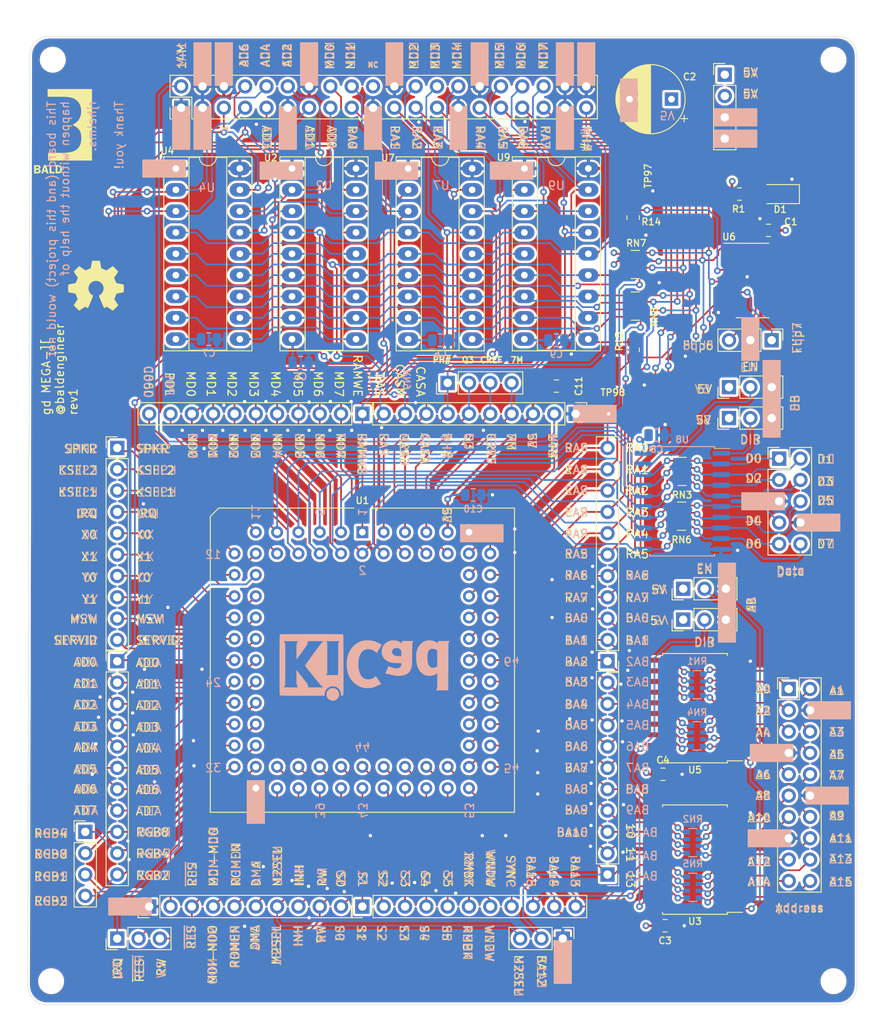
<source format=kicad_pcb>
(kicad_pcb (version 20171130) (host pcbnew "(5.1.10)-1")
  (layers (0 F.Cu signal) (1 In1.Cu signal) (2 In2.Cu signal hide) (31 B.Cu signal hide) (34 B.Paste user) (35 F.Paste user hide) (36 B.SilkS user) (37 F.SilkS user hide) (38 B.Mask user) (39 F.Mask user) (44 Edge.Cuts user))
  (net 0 "")
  (net 1 GND)
  (net 2 "Net-(D1-Pad2)")
  (net 3 /SERVIDEO)
  (net 4 /MSW)
  (net 5 /Y1)
  (net 6 /Y0)
  (net 7 /X1)
  (net 8 /X0)
  (net 9 /IRQ)
  (net 10 /KSEL2)
  (net 11 /KSEL1)
  (net 12 /SPKR)
  (net 13 /RGB2)
  (net 14 /RGB4)
  (net 15 /RGB8)
  (net 16 /AD7)
  (net 17 /AD6)
  (net 18 /AD5)
  (net 19 /AD4)
  (net 20 /AD3)
  (net 21 /AD2)
  (net 22 /AD1)
  (net 23 /AD0)
  (net 24 /S0)
  (net 25 /R-W)
  (net 26 /INH)
  (net 27 /M2SEL)
  (net 28 /DMA)
  (net 29 /MDI-MDO)
  (net 30 /RESET)
  (net 31 /RGB1)
  (net 32 /C060-67)
  (net 33 /PDLTRIG)
  (net 34 /MD0)
  (net 35 /MD1)
  (net 36 /MD2)
  (net 37 /MD3)
  (net 38 /MD4)
  (net 39 /MD5)
  (net 40 /MD6)
  (net 41 /MD7)
  (net 42 /RAMWE)
  (net 43 /A13)
  (net 44 /A14)
  (net 45 /A15)
  (net 46 /SYNC)
  (net 47 /WINDOW)
  (net 48 /RMBK)
  (net 49 /S5)
  (net 50 /S4)
  (net 51 /S3)
  (net 52 /S2)
  (net 53 /S1)
  (net 54 /RAS)
  (net 55 /CASM)
  (net 56 /CASA)
  (net 57 /PH#)
  (net 58 /Q3)
  (net 59 /CREF)
  (net 60 /7M)
  (net 61 /14M)
  (net 62 /RA0)
  (net 63 /RA1)
  (net 64 /RA2)
  (net 65 /RA3)
  (net 66 /RA4)
  (net 67 /RA5)
  (net 68 /RA6)
  (net 69 /RA7)
  (net 70 /A0)
  (net 71 /A1)
  (net 72 /A2)
  (net 73 /A3)
  (net 74 /A4)
  (net 75 /A5)
  (net 76 /A6)
  (net 77 /A7)
  (net 78 /A8)
  (net 79 /A9)
  (net 80 /A10)
  (net 81 /A11)
  (net 82 /A12)
  (net 83 /RAF0)
  (net 84 /RAF1)
  (net 85 /RAF2)
  (net 86 /RAF3)
  (net 87 /RAF4)
  (net 88 /RAF5)
  (net 89 /RAF6)
  (net 90 /RAF7)
  (net 91 /CASA.B)
  (net 92 /CASM.B)
  (net 93 /RAS.B)
  (net 94 /RWE.B)
  (net 95 "Net-(R14-Pad2)")
  (net 96 /UM4-14)
  (net 97 "Net-(R15-Pad2)")
  (net 98 /UM4-10)
  (net 99 /BA0)
  (net 100 /BA1)
  (net 101 /BA2)
  (net 102 /BA3)
  (net 103 /BA4)
  (net 104 /BA5)
  (net 105 /BA6)
  (net 106 /BA7)
  (net 107 /BA8)
  (net 108 /BA9)
  (net 109 /BA10)
  (net 110 /BA11)
  (net 111 /BA12)
  (net 112 /BA13)
  (net 113 /BA14)
  (net 114 /BA15)
  (net 115 /D0)
  (net 116 /D1)
  (net 117 /D2)
  (net 118 /D3)
  (net 119 /D4)
  (net 120 /D5)
  (net 121 /D6)
  (net 122 /D7)
  (net 123 /ROMEN)
  (net 124 /ABEN)
  (net 125 /ABDIR)
  (net 126 /FLIP7)
  (net 127 /FLIP6)
  (net 128 /DBEN)
  (net 129 /DBDIR)
  (net 130 "Net-(J7-Pad20)")
  (net 131 +5V)
  (module "My Libraries:BE10v2" (layer F.Cu) (at 90.424 38.608)
    (fp_text reference svg2mod hide)
    (fp_text value G*** hide)
    (fp_poly (pts (xy 3.21 4.483646) (xy 2.687226 5.349923) (xy 2.809062 5.164177) (xy 2.989492 5.039274) (xy 3.21 4.993561) (xy 3.431562 5.039636) (xy 3.611875 5.165143) (xy 3.733125 5.351009) (xy 3.7775 5.578161) (xy 3.733125 5.806802) (xy 3.611875 5.993433) (xy 3.431562 6.119221) (xy 3.21 6.165336) (xy 2.988437 6.119221) (xy 2.808125 5.993433) (xy 2.686875 5.806802) (xy 2.6425 5.578161) (xy 2.687226 5.349923) (xy 3.21 4.483646) (xy 2.933796 4.521323) (xy 2.68537 4.627102) (xy 2.4725 4.790111) (xy 0.5375 4.790111) (xy 0.5375 6.366211) (xy 2.4725 6.366211) (xy 2.684259 6.530365) (xy 2.933241 6.635572) (xy 3.21 6.672675) (xy 3.492697 6.633628) (xy 3.746574 6.523402) (xy 3.961562 6.352369) (xy 4.127592 6.130903) (xy 4.234595 5.869376) (xy 4.2725 5.578161) (xy 4.234595 5.286946) (xy 4.127592 5.025419) (xy 3.961562 4.803953) (xy 3.746574 4.63292) (xy 3.492697 4.522694) (xy 3.21 4.483646)) (layer F.Cu) (width 0.134262))
    (fp_poly (pts (xy 6.83 0.788051) (xy 9.465 0.788051) (xy 9.465 2.011331) (xy 6.83 2.011331) (xy 6.83 0.788051)) (layer F.Cu) (width 0.134262))
    (fp_poly (pts (xy 6.83 3.587432) (xy 9.465 3.587432) (xy 9.465 4.810713) (xy 6.83 4.810713) (xy 6.83 3.587432)) (layer F.Cu) (width 0.134262))
    (fp_poly (pts (xy 6.83 6.39454) (xy 9.465 6.39454) (xy 9.465 7.617821) (xy 6.83 7.617821) (xy 6.83 6.39454)) (layer F.Cu) (width 0.134262))
    (fp_poly (pts (xy 3.21 1.689415) (xy 2.687226 2.555289) (xy 2.809062 2.368658) (xy 2.989492 2.242869) (xy 3.21 2.196755) (xy 3.431562 2.242869) (xy 3.611875 2.368658) (xy 3.733125 2.555289) (xy 3.7775 2.78393) (xy 3.733125 3.011082) (xy 3.611875 3.196948) (xy 3.431562 3.322455) (xy 3.21 3.368529) (xy 2.988437 3.322455) (xy 2.808125 3.196948) (xy 2.686875 3.011082) (xy 2.6425 2.78393) (xy 2.687226 2.555289) (xy 3.21 1.689415) (xy 2.933796 1.727091) (xy 2.68537 1.832871) (xy 2.4725 1.995879) (xy 0.5375 1.995879) (xy 0.5375 3.57198) (xy 2.4725 3.57198) (xy 2.684259 3.736134) (xy 2.933241 3.841341) (xy 3.21 3.878444) (xy 3.492697 3.839397) (xy 3.746574 3.729171) (xy 3.961562 3.558138) (xy 4.127592 3.336672) (xy 4.234595 3.075145) (xy 4.2725 2.78393) (xy 4.234595 2.492715) (xy 4.127592 2.231188) (xy 3.961562 2.009722) (xy 3.746574 1.838689) (xy 3.492697 1.728463) (xy 3.21 1.689415)) (layer F.Cu) (width 0.134262))
    (fp_poly (pts (xy 4.19 9.178469) (xy 3.73 9.178469) (xy 3.73 9.38192) (xy 4.0925 9.38192) (xy 4.0925 9.569919) (xy 3.73 9.569919) (xy 3.73 9.786247) (xy 4.19 9.786247) (xy 4.19 9.984547) (xy 3.5 9.984547) (xy 3.5 8.987895) (xy 4.19 8.987895) (xy 4.19 9.178469)) (layer F.Cu) (width 0.095901))
    (fp_poly (pts (xy 5.07 8.99047) (xy 5.07 9.987123) (xy 4.8775 9.987123) (xy 4.5 9.312387) (xy 4.502487 9.345866) (xy 4.504974 9.389646) (xy 4.504974 9.987123) (xy 4.327474 9.987123) (xy 4.327474 8.99047) (xy 4.572474 8.99047) (xy 4.902474 9.577645) (xy 4.897473 9.510687) (xy 4.897473 8.99047) (xy 5.07 8.99047)) (layer F.Cu) (width 0.095901))
    (fp_poly (pts (xy 6.02 9.454029) (xy 6.02 9.987123) (xy 5.9175 9.987123) (xy 5.885 9.871233) (xy 5.62 9.999999) (xy 5.451875 9.965232) (xy 5.325 9.860931) (xy 5.24625 9.700939) (xy 5.22 9.500386) (xy 5.248125 9.285346) (xy 5.3325 9.116662) (xy 5.465312 9.00882) (xy 5.6375 8.972443) (xy 5.8975 9.065155) (xy 6.0175 9.314962) (xy 5.8025 9.34329) (xy 5.635 9.163017) (xy 5.495 9.248003) (xy 5.4475 9.492659) (xy 5.4975 9.727014) (xy 5.6425 9.806849) (xy 5.75 9.765644) (xy 5.7975 9.634303) (xy 5.615 9.634303) (xy 5.615 9.448879) (xy 6.02 9.448879) (xy 6.02 9.454029)) (layer F.Cu) (width 0.095901))
    (fp_poly (pts (xy 6.4225 8.99047) (xy 6.4225 9.987123) (xy 6.1975 9.987123) (xy 6.1975 8.99047) (xy 6.4225 8.99047)) (layer F.Cu) (width 0.095901))
    (fp_poly (pts (xy 7.3625 8.99047) (xy 7.3625 9.987123) (xy 7.17 9.987123) (xy 6.7925 9.314962) (xy 6.794987 9.348441) (xy 6.797474 9.392222) (xy 6.797474 9.989698) (xy 6.619974 9.989698) (xy 6.619974 8.993046) (xy 6.864974 8.993046) (xy 7.194974 9.580221) (xy 7.189973 9.513262) (xy 7.189973 8.993046) (xy 7.362473 8.993046) (xy 7.3625 8.99047)) (layer F.Cu) (width 0.095901))
    (fp_poly (pts (xy 8.2475 9.178469) (xy 7.7875 9.178469) (xy 7.7875 9.38192) (xy 8.15 9.38192) (xy 8.15 9.569919) (xy 7.7875 9.569919) (xy 7.7875 9.786247) (xy 8.2475 9.786247) (xy 8.2475 9.984547) (xy 7.5575 9.984547) (xy 7.5575 8.987895) (xy 8.2475 8.987895) (xy 8.2475 9.178469)) (layer F.Cu) (width 0.095901))
    (fp_poly (pts (xy 9.075 9.178469) (xy 8.615 9.178469) (xy 8.615 9.38192) (xy 8.975 9.38192) (xy 8.975 9.569919) (xy 8.6125 9.569919) (xy 8.6125 9.786247) (xy 9.075 9.786247) (xy 9.075 9.984547) (xy 8.385 9.984547) (xy 8.385 8.987895) (xy 9.075 8.987895) (xy 9.075 9.178469)) (layer F.Cu) (width 0.095901))
    (fp_poly (pts (xy 9.4375 9.590522) (xy 9.4375 9.423126) (xy 9.5775 9.423126) (xy 9.6775 9.412825) (xy 9.7325 9.369045) (xy 9.7575 9.291785) (xy 9.7325 9.2171) (xy 9.68 9.175895) (xy 9.5725 9.168169) (xy 9.4375 9.168168) (xy 9.4375 9.423126) (xy 9.4375 9.590522) (xy 9.4375 9.984547) (xy 9.21 9.984547) (xy 9.21 8.987895) (xy 9.635 8.987895) (xy 9.825 9.016224) (xy 9.9425 9.119237) (xy 9.99 9.286633) (xy 9.948437 9.440509) (xy 9.8225 9.544166) (xy 10 9.984547) (xy 9.75 9.984547) (xy 9.6025 9.590522) (xy 9.4375 9.590522)) (layer F.Cu) (width 0.095901))
  )
  (module Symbol:OSHW-Symbol_6.7x6mm_SilkScreen (layer F.Cu) (at 97.79 61.976)
    (fp_text reference REF** hide)
    (fp_text value OSHW-Symbol_6.7x6mm_SilkScreen hide)
  )
  (module Symbol:KiCad-Logo_8mm_SilkScreen (layer B.Cu) (at 129.794 107.442)
    (fp_text reference REF** hide)
    (fp_text value KiCad-Logo_8mm_SilkScreen hide)
  )
  (module Connector_PinHeader_2.54mm:PinHeader_1x03_P2.54mm_Vertical (layer F.Cu) (at 153.416 139.7 270)
    (fp_text reference J8 hide)
    (fp_text value "VGC Extra 2")
    (pad 3 thru_hole oval (at 0 5.08 270) (size 1.7 1.7) (drill 1) (layers *.Cu *.Mask) (net 27 /M2SEL))
    (pad 2 thru_hole oval (at 0 2.54 270) (size 1.7 1.7) (drill 1) (layers *.Cu *.Mask) (net 111 /BA12))
    (pad 1 thru_hole rect (at 0 0 270) (size 1.7 1.7) (drill 1) (layers *.Cu *.Mask) (net 1 GND))
  )
  (module Capacitor_SMD:C_0805_2012Metric (layer F.Cu) (at 152.654 73.914)
    (fp_text reference C11 (at 2.667 0 90) (layer F.SilkS) (effects (font (size 0.8 0.8))))
    (fp_text value 1uF)
    (pad 2 smd roundrect (at 0.95 0) (size 1 1.45) (layers F.Cu F.Paste F.Mask) (net 1 GND))
    (pad 1 smd roundrect (at -0.95 0) (size 1 1.45) (layers F.Cu F.Paste F.Mask) (net 131 +5V))
  )
  (module Connector_PinHeader_2.54mm:PinHeader_1x03_P2.54mm_Vertical (layer F.Cu) (at 100.33 139.7 90)
    (fp_text reference J6 hide)
    (fp_text value "VGC Extra 1")
    (pad 3 thru_hole oval (at 0 5.08 90) (size 1.7 1.7) (drill 1) (layers *.Cu *.Mask) (net 25 /R-W))
    (pad 2 thru_hole oval (at 0 2.54 90) (size 1.7 1.7) (drill 1) (layers *.Cu *.Mask) (net 30 /RESET))
    (pad 1 thru_hole rect (at 0 0 90) (size 1.7 1.7) (drill 1) (layers *.Cu *.Mask) (net 9 /IRQ))
  )
  (module Connector_PinHeader_2.54mm:PinHeader_2x20_P2.54mm_Vertical (layer F.Cu) (at 107.95 40.767 90)
    (fp_text reference J7 hide)
    (fp_text value Bald-Ext-1)
    (pad 40 thru_hole oval (at 2.54 48.26 90) (size 1.7 1.7) (drill 1) (layers *.Cu *.Mask) (net 1 GND))
    (pad 39 thru_hole oval (at 0 48.26 90) (size 1.7 1.7) (drill 1) (layers *.Cu *.Mask) (net 57 /PH#))
    (pad 38 thru_hole oval (at 2.54 45.72 90) (size 1.7 1.7) (drill 1) (layers *.Cu *.Mask) (net 1 GND))
    (pad 37 thru_hole oval (at 0 45.72 90) (size 1.7 1.7) (drill 1) (layers *.Cu *.Mask) (net 1 GND))
    (pad 36 thru_hole oval (at 2.54 43.18 90) (size 1.7 1.7) (drill 1) (layers *.Cu *.Mask) (net 41 /MD7))
    (pad 35 thru_hole oval (at 0 43.18 90) (size 1.7 1.7) (drill 1) (layers *.Cu *.Mask) (net 69 /RA7))
    (pad 34 thru_hole oval (at 2.54 40.64 90) (size 1.7 1.7) (drill 1) (layers *.Cu *.Mask) (net 40 /MD6))
    (pad 33 thru_hole oval (at 0 40.64 90) (size 1.7 1.7) (drill 1) (layers *.Cu *.Mask) (net 68 /RA6))
    (pad 32 thru_hole oval (at 2.54 38.1 90) (size 1.7 1.7) (drill 1) (layers *.Cu *.Mask) (net 39 /MD5))
    (pad 31 thru_hole oval (at 0 38.1 90) (size 1.7 1.7) (drill 1) (layers *.Cu *.Mask) (net 67 /RA5))
    (pad 30 thru_hole oval (at 2.54 35.56 90) (size 1.7 1.7) (drill 1) (layers *.Cu *.Mask) (net 1 GND))
    (pad 29 thru_hole oval (at 0 35.56 90) (size 1.7 1.7) (drill 1) (layers *.Cu *.Mask) (net 66 /RA4))
    (pad 28 thru_hole oval (at 2.54 33.02 90) (size 1.7 1.7) (drill 1) (layers *.Cu *.Mask) (net 38 /MD4))
    (pad 27 thru_hole oval (at 0 33.02 90) (size 1.7 1.7) (drill 1) (layers *.Cu *.Mask) (net 1 GND))
    (pad 26 thru_hole oval (at 2.54 30.48 90) (size 1.7 1.7) (drill 1) (layers *.Cu *.Mask) (net 37 /MD3))
    (pad 25 thru_hole oval (at 0 30.48 90) (size 1.7 1.7) (drill 1) (layers *.Cu *.Mask) (net 65 /RA3))
    (pad 24 thru_hole oval (at 2.54 27.94 90) (size 1.7 1.7) (drill 1) (layers *.Cu *.Mask) (net 36 /MD2))
    (pad 23 thru_hole oval (at 0 27.94 90) (size 1.7 1.7) (drill 1) (layers *.Cu *.Mask) (net 64 /RA2))
    (pad 22 thru_hole oval (at 2.54 25.4 90) (size 1.7 1.7) (drill 1) (layers *.Cu *.Mask) (net 1 GND))
    (pad 21 thru_hole oval (at 0 25.4 90) (size 1.7 1.7) (drill 1) (layers *.Cu *.Mask) (net 63 /RA1))
    (pad 20 thru_hole oval (at 2.54 22.86 90) (size 1.7 1.7) (drill 1) (layers *.Cu *.Mask) (net 130 "Net-(J7-Pad20)"))
    (pad 19 thru_hole oval (at 0 22.86 90) (size 1.7 1.7) (drill 1) (layers *.Cu *.Mask) (net 1 GND))
    (pad 18 thru_hole oval (at 2.54 20.32 90) (size 1.7 1.7) (drill 1) (layers *.Cu *.Mask) (net 35 /MD1))
    (pad 17 thru_hole oval (at 0 20.32 90) (size 1.7 1.7) (drill 1) (layers *.Cu *.Mask) (net 62 /RA0))
    (pad 16 thru_hole oval (at 2.54 17.78 90) (size 1.7 1.7) (drill 1) (layers *.Cu *.Mask) (net 34 /MD0))
    (pad 15 thru_hole oval (at 0 17.78 90) (size 1.7 1.7) (drill 1) (layers *.Cu *.Mask) (net 23 /AD0))
    (pad 14 thru_hole oval (at 2.54 15.24 90) (size 1.7 1.7) (drill 1) (layers *.Cu *.Mask) (net 1 GND))
    (pad 13 thru_hole oval (at 0 15.24 90) (size 1.7 1.7) (drill 1) (layers *.Cu *.Mask) (net 22 /AD1))
    (pad 12 thru_hole oval (at 2.54 12.7 90) (size 1.7 1.7) (drill 1) (layers *.Cu *.Mask) (net 21 /AD2))
    (pad 11 thru_hole oval (at 0 12.7 90) (size 1.7 1.7) (drill 1) (layers *.Cu *.Mask) (net 1 GND))
    (pad 10 thru_hole oval (at 2.54 10.16 90) (size 1.7 1.7) (drill 1) (layers *.Cu *.Mask) (net 19 /AD4))
    (pad 9 thru_hole oval (at 0 10.16 90) (size 1.7 1.7) (drill 1) (layers *.Cu *.Mask) (net 20 /AD3))
    (pad 8 thru_hole oval (at 2.54 7.62 90) (size 1.7 1.7) (drill 1) (layers *.Cu *.Mask) (net 17 /AD6))
    (pad 7 thru_hole oval (at 0 7.62 90) (size 1.7 1.7) (drill 1) (layers *.Cu *.Mask) (net 18 /AD5))
    (pad 6 thru_hole oval (at 2.54 5.08 90) (size 1.7 1.7) (drill 1) (layers *.Cu *.Mask) (net 1 GND))
    (pad 5 thru_hole oval (at 0 5.08 90) (size 1.7 1.7) (drill 1) (layers *.Cu *.Mask) (net 16 /AD7))
    (pad 4 thru_hole oval (at 2.54 2.54 90) (size 1.7 1.7) (drill 1) (layers *.Cu *.Mask) (net 1 GND))
    (pad 3 thru_hole oval (at 0 2.54 90) (size 1.7 1.7) (drill 1) (layers *.Cu *.Mask) (net 1 GND))
    (pad 2 thru_hole oval (at 2.54 0 90) (size 1.7 1.7) (drill 1) (layers *.Cu *.Mask) (net 61 /14M))
    (pad 1 thru_hole rect (at 0 0 90) (size 1.7 1.7) (drill 1) (layers *.Cu *.Mask) (net 1 GND))
  )
  (module Package_DIP:DIP-18_W7.62mm_Socket_LongPads (layer F.Cu) (at 135.001 48.006)
    (fp_text reference U7 (at -2.413 -1.27) (layer F.SilkS) (effects (font (size 0.8 0.8))))
    (fp_text value DRAM64KX4)
    (pad 18 thru_hole oval (at 7.62 0) (size 2.4 1.6) (drill 0.8) (layers *.Cu *.Mask) (net 1 GND))
    (pad 9 thru_hole oval (at 0 20.32) (size 2.4 1.6) (drill 0.8) (layers *.Cu *.Mask) (net 131 +5V))
    (pad 17 thru_hole oval (at 7.62 2.54) (size 2.4 1.6) (drill 0.8) (layers *.Cu *.Mask) (net 37 /MD3))
    (pad 8 thru_hole oval (at 0 17.78) (size 2.4 1.6) (drill 0.8) (layers *.Cu *.Mask) (net 84 /RAF1))
    (pad 16 thru_hole oval (at 7.62 5.08) (size 2.4 1.6) (drill 0.8) (layers *.Cu *.Mask) (net 92 /CASM.B))
    (pad 7 thru_hole oval (at 0 15.24) (size 2.4 1.6) (drill 0.8) (layers *.Cu *.Mask) (net 85 /RAF2))
    (pad 15 thru_hole oval (at 7.62 7.62) (size 2.4 1.6) (drill 0.8) (layers *.Cu *.Mask) (net 36 /MD2))
    (pad 6 thru_hole oval (at 0 12.7) (size 2.4 1.6) (drill 0.8) (layers *.Cu *.Mask) (net 83 /RAF0))
    (pad 14 thru_hole oval (at 7.62 10.16) (size 2.4 1.6) (drill 0.8) (layers *.Cu *.Mask) (net 96 /UM4-14))
    (pad 5 thru_hole oval (at 0 10.16) (size 2.4 1.6) (drill 0.8) (layers *.Cu *.Mask) (net 93 /RAS.B))
    (pad 13 thru_hole oval (at 7.62 12.7) (size 2.4 1.6) (drill 0.8) (layers *.Cu *.Mask) (net 86 /RAF3))
    (pad 4 thru_hole oval (at 0 7.62) (size 2.4 1.6) (drill 0.8) (layers *.Cu *.Mask) (net 94 /RWE.B))
    (pad 12 thru_hole oval (at 7.62 15.24) (size 2.4 1.6) (drill 0.8) (layers *.Cu *.Mask) (net 87 /RAF4))
    (pad 3 thru_hole oval (at 0 5.08) (size 2.4 1.6) (drill 0.8) (layers *.Cu *.Mask) (net 35 /MD1))
    (pad 11 thru_hole oval (at 7.62 17.78) (size 2.4 1.6) (drill 0.8) (layers *.Cu *.Mask) (net 88 /RAF5))
    (pad 2 thru_hole oval (at 0 2.54) (size 2.4 1.6) (drill 0.8) (layers *.Cu *.Mask) (net 34 /MD0))
    (pad 10 thru_hole oval (at 7.62 20.32) (size 2.4 1.6) (drill 0.8) (layers *.Cu *.Mask) (net 98 /UM4-10))
    (pad 1 thru_hole rect (at 0 0) (size 2.4 1.6) (drill 0.8) (layers *.Cu *.Mask) (net 1 GND))
  )
  (module Connector_PinHeader_2.54mm:PinHeader_1x11_P2.54mm_Vertical (layer F.Cu) (at 129.54 77.216 270)
    (fp_text reference JP8 hide)
    (fp_text value P64-74)
    (pad 11 thru_hole oval (at 0 25.4 270) (size 1.7 1.7) (drill 1) (layers *.Cu *.Mask) (net 32 /C060-67))
    (pad 10 thru_hole oval (at 0 22.86 270) (size 1.7 1.7) (drill 1) (layers *.Cu *.Mask) (net 33 /PDLTRIG))
    (pad 9 thru_hole oval (at 0 20.32 270) (size 1.7 1.7) (drill 1) (layers *.Cu *.Mask) (net 34 /MD0))
    (pad 8 thru_hole oval (at 0 17.78 270) (size 1.7 1.7) (drill 1) (layers *.Cu *.Mask) (net 35 /MD1))
    (pad 7 thru_hole oval (at 0 15.24 270) (size 1.7 1.7) (drill 1) (layers *.Cu *.Mask) (net 36 /MD2))
    (pad 6 thru_hole oval (at 0 12.7 270) (size 1.7 1.7) (drill 1) (layers *.Cu *.Mask) (net 37 /MD3))
    (pad 5 thru_hole oval (at 0 10.16 270) (size 1.7 1.7) (drill 1) (layers *.Cu *.Mask) (net 38 /MD4))
    (pad 4 thru_hole oval (at 0 7.62 270) (size 1.7 1.7) (drill 1) (layers *.Cu *.Mask) (net 39 /MD5))
    (pad 3 thru_hole oval (at 0 5.08 270) (size 1.7 1.7) (drill 1) (layers *.Cu *.Mask) (net 40 /MD6))
    (pad 2 thru_hole oval (at 0 2.54 270) (size 1.7 1.7) (drill 1) (layers *.Cu *.Mask) (net 41 /MD7))
    (pad 1 thru_hole rect (at 0 0 270) (size 1.7 1.7) (drill 1) (layers *.Cu *.Mask) (net 42 /RAMWE))
  )
  (module Connector_PinHeader_2.54mm:PinHeader_1x04_P2.54mm_Vertical (layer F.Cu) (at 139.7 73.533 90)
    (fp_text reference J12 hide)
    (fp_text value CLKS)
    (pad 4 thru_hole oval (at 0 7.62 90) (size 1.7 1.7) (drill 1) (layers *.Cu *.Mask) (net 60 /7M))
    (pad 3 thru_hole oval (at 0 5.08 90) (size 1.7 1.7) (drill 1) (layers *.Cu *.Mask) (net 59 /CREF))
    (pad 2 thru_hole oval (at 0 2.54 90) (size 1.7 1.7) (drill 1) (layers *.Cu *.Mask) (net 58 /Q3))
    (pad 1 thru_hole rect (at 0 0 90) (size 1.7 1.7) (drill 1) (layers *.Cu *.Mask) (net 57 /PH#))
  )
  (module Connector_PinHeader_2.54mm:PinHeader_1x04_P2.54mm_Vertical (layer F.Cu) (at 96.52 127)
    (fp_text reference JP1 hide)
    (fp_text value "RGB Binary")
    (pad 4 thru_hole oval (at 0 7.62) (size 1.7 1.7) (drill 1) (layers *.Cu *.Mask) (net 13 /RGB2))
    (pad 3 thru_hole oval (at 0 5.08) (size 1.7 1.7) (drill 1) (layers *.Cu *.Mask) (net 31 /RGB1))
    (pad 2 thru_hole oval (at 0 2.54) (size 1.7 1.7) (drill 1) (layers *.Cu *.Mask) (net 15 /RGB8))
    (pad 1 thru_hole rect (at 0 0) (size 1.7 1.7) (drill 1) (layers *.Cu *.Mask) (net 14 /RGB4))
  )
  (module Connector_PinHeader_2.54mm:PinHeader_1x11_P2.54mm_Vertical (layer F.Cu) (at 158.75 106.68 180)
    (fp_text reference JP15 hide)
    (fp_text value P64-74)
    (pad 11 thru_hole oval (at 0 25.4 180) (size 1.7 1.7) (drill 1) (layers *.Cu *.Mask) (net 62 /RA0))
    (pad 10 thru_hole oval (at 0 22.86 180) (size 1.7 1.7) (drill 1) (layers *.Cu *.Mask) (net 63 /RA1))
    (pad 9 thru_hole oval (at 0 20.32 180) (size 1.7 1.7) (drill 1) (layers *.Cu *.Mask) (net 64 /RA2))
    (pad 8 thru_hole oval (at 0 17.78 180) (size 1.7 1.7) (drill 1) (layers *.Cu *.Mask) (net 65 /RA3))
    (pad 7 thru_hole oval (at 0 15.24 180) (size 1.7 1.7) (drill 1) (layers *.Cu *.Mask) (net 66 /RA4))
    (pad 6 thru_hole oval (at 0 12.7 180) (size 1.7 1.7) (drill 1) (layers *.Cu *.Mask) (net 67 /RA5))
    (pad 5 thru_hole oval (at 0 10.16 180) (size 1.7 1.7) (drill 1) (layers *.Cu *.Mask) (net 68 /RA6))
    (pad 4 thru_hole oval (at 0 7.62 180) (size 1.7 1.7) (drill 1) (layers *.Cu *.Mask) (net 69 /RA7))
    (pad 3 thru_hole oval (at 0 5.08 180) (size 1.7 1.7) (drill 1) (layers *.Cu *.Mask) (net 99 /BA0))
    (pad 2 thru_hole oval (at 0 2.54 180) (size 1.7 1.7) (drill 1) (layers *.Cu *.Mask) (net 100 /BA1))
    (pad 1 thru_hole rect (at 0 0 180) (size 1.7 1.7) (drill 1) (layers *.Cu *.Mask) (net 101 /BA2))
  )
  (module Connector_PinHeader_2.54mm:PinHeader_1x04_P2.54mm_Vertical (layer F.Cu) (at 172.72 36.83)
    (fp_text reference J11 hide)
    (fp_text value PWR)
    (pad 4 thru_hole oval (at 0 7.62) (size 1.7 1.7) (drill 1) (layers *.Cu *.Mask) (net 1 GND))
    (pad 3 thru_hole oval (at 0 5.08) (size 1.7 1.7) (drill 1) (layers *.Cu *.Mask) (net 1 GND))
    (pad 2 thru_hole oval (at 0 2.54) (size 1.7 1.7) (drill 1) (layers *.Cu *.Mask) (net 131 +5V))
    (pad 1 thru_hole rect (at 0 0) (size 1.7 1.7) (drill 1) (layers *.Cu *.Mask) (net 131 +5V))
  )
  (module Capacitor_SMD:C_0805_2012Metric (layer B.Cu) (at 142.748 86.868)
    (fp_text reference C10 (at 0 1.68) (layer B.SilkS) (effects (font (size 0.8 0.8)) (justify mirror)))
    (fp_text value 10uF)
    (pad 2 smd roundrect (at 0.95 0) (size 1 1.45) (layers B.Cu B.Paste B.Mask) (net 1 GND))
    (pad 1 smd roundrect (at -0.95 0) (size 1 1.45) (layers B.Cu B.Paste B.Mask) (net 131 +5V))
  )
  (module Capacitor_THT:CP_Radial_D8.0mm_P5.00mm (layer F.Cu) (at 166.37 39.751 180)
    (fp_text reference C2 (at -2.159 2.667) (layer F.SilkS) (effects (font (size 0.8 0.8))))
    (fp_text value 100uF)
    (pad 2 thru_hole circle (at 5 0 180) (size 1.6 1.6) (drill 0.8) (layers *.Cu *.Mask) (net 1 GND))
    (pad 1 thru_hole rect (at 0 0 180) (size 1.6 1.6) (drill 0.8) (layers *.Cu *.Mask) (net 131 +5V))
  )
  (module Resistor_SMD:R_Array_Convex_4x0612 (layer B.Cu) (at 132.08 73.152 90)
    (fp_text reference RN9 (at 0 2.8 270) (layer B.SilkS) (effects (font (size 0.8 0.8)) (justify mirror)))
    (fp_text value 100)
    (pad 5 smd rect (at 0.7 -1.27 90) (size 0.7 0.64) (layers B.Cu B.Paste B.Mask) (net 94 /RWE.B))
    (pad 6 smd rect (at 0.7 -0.4 90) (size 0.7 0.5) (layers B.Cu B.Paste B.Mask) (net 93 /RAS.B))
    (pad 8 smd rect (at 0.7 1.27 90) (size 0.7 0.64) (layers B.Cu B.Paste B.Mask) (net 92 /CASM.B))
    (pad 7 smd rect (at 0.7 0.4 90) (size 0.7 0.5) (layers B.Cu B.Paste B.Mask) (net 91 /CASA.B))
    (pad 4 smd rect (at -0.7 -1.27 90) (size 0.7 0.64) (layers B.Cu B.Paste B.Mask) (net 42 /RAMWE))
    (pad 2 smd rect (at -0.7 0.4 90) (size 0.7 0.5) (layers B.Cu B.Paste B.Mask) (net 56 /CASA))
    (pad 3 smd rect (at -0.7 -0.4 90) (size 0.7 0.5) (layers B.Cu B.Paste B.Mask) (net 54 /RAS))
    (pad 1 smd rect (at -0.7 1.27 90) (size 0.7 0.64) (layers B.Cu B.Paste B.Mask) (net 55 /CASM))
  )
  (module Resistor_SMD:R_Array_Convex_4x0612 (layer F.Cu) (at 162.052 64.389 180)
    (fp_text reference RN8 (at -2.286 -1.27 270) (layer F.SilkS) (effects (font (size 0.8 0.8))))
    (fp_text value 100)
    (pad 1 smd rect (at -0.7 -1.27 180) (size 0.7 0.64) (layers F.Cu F.Paste F.Mask) (net 63 /RA1))
    (pad 3 smd rect (at -0.7 0.4 180) (size 0.7 0.5) (layers F.Cu F.Paste F.Mask) (net 64 /RA2))
    (pad 2 smd rect (at -0.7 -0.4 180) (size 0.7 0.5) (layers F.Cu F.Paste F.Mask) (net 67 /RA5))
    (pad 4 smd rect (at -0.7 1.27 180) (size 0.7 0.64) (layers F.Cu F.Paste F.Mask) (net 66 /RA4))
    (pad 7 smd rect (at 0.7 -0.4 180) (size 0.7 0.5) (layers F.Cu F.Paste F.Mask) (net 88 /RAF5))
    (pad 8 smd rect (at 0.7 -1.27 180) (size 0.7 0.64) (layers F.Cu F.Paste F.Mask) (net 84 /RAF1))
    (pad 6 smd rect (at 0.7 0.4 180) (size 0.7 0.5) (layers F.Cu F.Paste F.Mask) (net 85 /RAF2))
    (pad 5 smd rect (at 0.7 1.27 180) (size 0.7 0.64) (layers F.Cu F.Paste F.Mask) (net 87 /RAF4))
  )
  (module Resistor_SMD:R_Array_Convex_4x0612 (layer F.Cu) (at 162.052 59.436 180)
    (fp_text reference RN7 (at -0.127 2.54) (layer F.SilkS) (effects (font (size 0.8 0.8))))
    (fp_text value 100)
    (pad 1 smd rect (at -0.7 -1.27 180) (size 0.7 0.64) (layers F.Cu F.Paste F.Mask) (net 62 /RA0))
    (pad 3 smd rect (at -0.7 0.4 180) (size 0.7 0.5) (layers F.Cu F.Paste F.Mask) (net 68 /RA6))
    (pad 2 smd rect (at -0.7 -0.4 180) (size 0.7 0.5) (layers F.Cu F.Paste F.Mask) (net 65 /RA3))
    (pad 4 smd rect (at -0.7 1.27 180) (size 0.7 0.64) (layers F.Cu F.Paste F.Mask) (net 69 /RA7))
    (pad 7 smd rect (at 0.7 -0.4 180) (size 0.7 0.5) (layers F.Cu F.Paste F.Mask) (net 86 /RAF3))
    (pad 8 smd rect (at 0.7 -1.27 180) (size 0.7 0.64) (layers F.Cu F.Paste F.Mask) (net 83 /RAF0))
    (pad 6 smd rect (at 0.7 0.4 180) (size 0.7 0.5) (layers F.Cu F.Paste F.Mask) (net 89 /RAF6))
    (pad 5 smd rect (at 0.7 1.27 180) (size 0.7 0.64) (layers F.Cu F.Paste F.Mask) (net 90 /RAF7))
  )
  (module Connector_PinHeader_2.54mm:PinHeader_1x10_P2.54mm_Vertical (layer F.Cu) (at 158.75 132.08 180)
    (fp_text reference JP16 hide)
    (fp_text value P54-63)
    (pad 10 thru_hole oval (at 0 22.86 180) (size 1.7 1.7) (drill 1) (layers *.Cu *.Mask) (net 102 /BA3))
    (pad 9 thru_hole oval (at 0 20.32 180) (size 1.7 1.7) (drill 1) (layers *.Cu *.Mask) (net 103 /BA4))
    (pad 8 thru_hole oval (at 0 17.78 180) (size 1.7 1.7) (drill 1) (layers *.Cu *.Mask) (net 104 /BA5))
    (pad 7 thru_hole oval (at 0 15.24 180) (size 1.7 1.7) (drill 1) (layers *.Cu *.Mask) (net 105 /BA6))
    (pad 6 thru_hole oval (at 0 12.7 180) (size 1.7 1.7) (drill 1) (layers *.Cu *.Mask) (net 106 /BA7))
    (pad 5 thru_hole oval (at 0 10.16 180) (size 1.7 1.7) (drill 1) (layers *.Cu *.Mask) (net 107 /BA8))
    (pad 4 thru_hole oval (at 0 7.62 180) (size 1.7 1.7) (drill 1) (layers *.Cu *.Mask) (net 108 /BA9))
    (pad 3 thru_hole oval (at 0 5.08 180) (size 1.7 1.7) (drill 1) (layers *.Cu *.Mask) (net 109 /BA10))
    (pad 2 thru_hole oval (at 0 2.54 180) (size 1.7 1.7) (drill 1) (layers *.Cu *.Mask) (net 110 /BA11))
    (pad 1 thru_hole rect (at 0 0 180) (size 1.7 1.7) (drill 1) (layers *.Cu *.Mask) (net 111 /BA12))
  )
  (module Connector_PinHeader_2.54mm:PinHeader_1x10_P2.54mm_Vertical (layer F.Cu) (at 154.94 77.216 270)
    (fp_text reference JP12 hide)
    (fp_text value P54-63)
    (pad 10 thru_hole oval (at 0 22.86 270) (size 1.7 1.7) (drill 1) (layers *.Cu *.Mask) (net 54 /RAS))
    (pad 9 thru_hole oval (at 0 20.32 270) (size 1.7 1.7) (drill 1) (layers *.Cu *.Mask) (net 55 /CASM))
    (pad 8 thru_hole oval (at 0 17.78 270) (size 1.7 1.7) (drill 1) (layers *.Cu *.Mask) (net 56 /CASA))
    (pad 7 thru_hole oval (at 0 15.24 270) (size 1.7 1.7) (drill 1) (layers *.Cu *.Mask) (net 57 /PH#))
    (pad 6 thru_hole oval (at 0 12.7 270) (size 1.7 1.7) (drill 1) (layers *.Cu *.Mask) (net 58 /Q3))
    (pad 5 thru_hole oval (at 0 10.16 270) (size 1.7 1.7) (drill 1) (layers *.Cu *.Mask) (net 59 /CREF))
    (pad 4 thru_hole oval (at 0 7.62 270) (size 1.7 1.7) (drill 1) (layers *.Cu *.Mask) (net 60 /7M))
    (pad 3 thru_hole oval (at 0 5.08 270) (size 1.7 1.7) (drill 1) (layers *.Cu *.Mask) (net 131 +5V))
    (pad 2 thru_hole oval (at 0 2.54 270) (size 1.7 1.7) (drill 1) (layers *.Cu *.Mask) (net 61 /14M))
    (pad 1 thru_hole rect (at 0 0 270) (size 1.7 1.7) (drill 1) (layers *.Cu *.Mask) (net 1 GND))
  )
  (module Connector_PinHeader_2.54mm:PinHeader_1x11_P2.54mm_Vertical (layer F.Cu) (at 129.54 135.89 90)
    (fp_text reference JP11 hide)
    (fp_text value P64-74)
    (pad 11 thru_hole oval (at 0 25.4 90) (size 1.7 1.7) (drill 1) (layers *.Cu *.Mask) (net 112 /BA13))
    (pad 10 thru_hole oval (at 0 22.86 90) (size 1.7 1.7) (drill 1) (layers *.Cu *.Mask) (net 113 /BA14))
    (pad 9 thru_hole oval (at 0 20.32 90) (size 1.7 1.7) (drill 1) (layers *.Cu *.Mask) (net 114 /BA15))
    (pad 8 thru_hole oval (at 0 17.78 90) (size 1.7 1.7) (drill 1) (layers *.Cu *.Mask) (net 46 /SYNC))
    (pad 7 thru_hole oval (at 0 15.24 90) (size 1.7 1.7) (drill 1) (layers *.Cu *.Mask) (net 47 /WINDOW))
    (pad 6 thru_hole oval (at 0 12.7 90) (size 1.7 1.7) (drill 1) (layers *.Cu *.Mask) (net 48 /RMBK))
    (pad 5 thru_hole oval (at 0 10.16 90) (size 1.7 1.7) (drill 1) (layers *.Cu *.Mask) (net 49 /S5))
    (pad 4 thru_hole oval (at 0 7.62 90) (size 1.7 1.7) (drill 1) (layers *.Cu *.Mask) (net 50 /S4))
    (pad 3 thru_hole oval (at 0 5.08 90) (size 1.7 1.7) (drill 1) (layers *.Cu *.Mask) (net 51 /S3))
    (pad 2 thru_hole oval (at 0 2.54 90) (size 1.7 1.7) (drill 1) (layers *.Cu *.Mask) (net 52 /S2))
    (pad 1 thru_hole rect (at 0 0 90) (size 1.7 1.7) (drill 1) (layers *.Cu *.Mask) (net 53 /S1))
  )
  (module Connector_PinHeader_2.54mm:PinHeader_1x10_P2.54mm_Vertical (layer F.Cu) (at 104.14 135.89 90)
    (fp_text reference JP7 hide)
    (fp_text value P54-63)
    (pad 10 thru_hole oval (at 0 22.86 90) (size 1.7 1.7) (drill 1) (layers *.Cu *.Mask) (net 24 /S0))
    (pad 9 thru_hole oval (at 0 20.32 90) (size 1.7 1.7) (drill 1) (layers *.Cu *.Mask) (net 25 /R-W))
    (pad 8 thru_hole oval (at 0 17.78 90) (size 1.7 1.7) (drill 1) (layers *.Cu *.Mask) (net 26 /INH))
    (pad 7 thru_hole oval (at 0 15.24 90) (size 1.7 1.7) (drill 1) (layers *.Cu *.Mask) (net 27 /M2SEL))
    (pad 6 thru_hole oval (at 0 12.7 90) (size 1.7 1.7) (drill 1) (layers *.Cu *.Mask) (net 28 /DMA))
    (pad 5 thru_hole oval (at 0 10.16 90) (size 1.7 1.7) (drill 1) (layers *.Cu *.Mask) (net 123 /ROMEN))
    (pad 4 thru_hole oval (at 0 7.62 90) (size 1.7 1.7) (drill 1) (layers *.Cu *.Mask) (net 29 /MDI-MDO))
    (pad 3 thru_hole oval (at 0 5.08 90) (size 1.7 1.7) (drill 1) (layers *.Cu *.Mask) (net 30 /RESET))
    (pad 2 thru_hole oval (at 0 2.54 90) (size 1.7 1.7) (drill 1) (layers *.Cu *.Mask) (net 31 /RGB1))
    (pad 1 thru_hole rect (at 0 0 90) (size 1.7 1.7) (drill 1) (layers *.Cu *.Mask) (net 1 GND))
  )
  (module Connector_PinHeader_2.54mm:PinHeader_1x11_P2.54mm_Vertical (layer F.Cu) (at 100.33 106.68)
    (fp_text reference JP4 hide)
    (fp_text value P64-74)
    (pad 11 thru_hole oval (at 0 25.4) (size 1.7 1.7) (drill 1) (layers *.Cu *.Mask) (net 13 /RGB2))
    (pad 10 thru_hole oval (at 0 22.86) (size 1.7 1.7) (drill 1) (layers *.Cu *.Mask) (net 14 /RGB4))
    (pad 9 thru_hole oval (at 0 20.32) (size 1.7 1.7) (drill 1) (layers *.Cu *.Mask) (net 15 /RGB8))
    (pad 8 thru_hole oval (at 0 17.78) (size 1.7 1.7) (drill 1) (layers *.Cu *.Mask) (net 16 /AD7))
    (pad 7 thru_hole oval (at 0 15.24) (size 1.7 1.7) (drill 1) (layers *.Cu *.Mask) (net 17 /AD6))
    (pad 6 thru_hole oval (at 0 12.7) (size 1.7 1.7) (drill 1) (layers *.Cu *.Mask) (net 18 /AD5))
    (pad 5 thru_hole oval (at 0 10.16) (size 1.7 1.7) (drill 1) (layers *.Cu *.Mask) (net 19 /AD4))
    (pad 4 thru_hole oval (at 0 7.62) (size 1.7 1.7) (drill 1) (layers *.Cu *.Mask) (net 20 /AD3))
    (pad 3 thru_hole oval (at 0 5.08) (size 1.7 1.7) (drill 1) (layers *.Cu *.Mask) (net 21 /AD2))
    (pad 2 thru_hole oval (at 0 2.54) (size 1.7 1.7) (drill 1) (layers *.Cu *.Mask) (net 22 /AD1))
    (pad 1 thru_hole rect (at 0 0) (size 1.7 1.7) (drill 1) (layers *.Cu *.Mask) (net 23 /AD0))
  )
  (module Connector_PinHeader_2.54mm:PinHeader_1x10_P2.54mm_Vertical (layer F.Cu) (at 100.33 81.28)
    (fp_text reference JP3 hide)
    (fp_text value P54-63)
    (pad 10 thru_hole oval (at 0 22.86) (size 1.7 1.7) (drill 1) (layers *.Cu *.Mask) (net 3 /SERVIDEO))
    (pad 9 thru_hole oval (at 0 20.32) (size 1.7 1.7) (drill 1) (layers *.Cu *.Mask) (net 4 /MSW))
    (pad 8 thru_hole oval (at 0 17.78) (size 1.7 1.7) (drill 1) (layers *.Cu *.Mask) (net 5 /Y1))
    (pad 7 thru_hole oval (at 0 15.24) (size 1.7 1.7) (drill 1) (layers *.Cu *.Mask) (net 6 /Y0))
    (pad 6 thru_hole oval (at 0 12.7) (size 1.7 1.7) (drill 1) (layers *.Cu *.Mask) (net 7 /X1))
    (pad 5 thru_hole oval (at 0 10.16) (size 1.7 1.7) (drill 1) (layers *.Cu *.Mask) (net 8 /X0))
    (pad 4 thru_hole oval (at 0 7.62) (size 1.7 1.7) (drill 1) (layers *.Cu *.Mask) (net 9 /IRQ))
    (pad 3 thru_hole oval (at 0 5.08) (size 1.7 1.7) (drill 1) (layers *.Cu *.Mask) (net 10 /KSEL2))
    (pad 2 thru_hole oval (at 0 2.54) (size 1.7 1.7) (drill 1) (layers *.Cu *.Mask) (net 11 /KSEL1))
    (pad 1 thru_hole rect (at 0 0) (size 1.7 1.7) (drill 1) (layers *.Cu *.Mask) (net 12 /SPKR))
  )
  (module Connector_PinHeader_2.54mm:PinHeader_2x05_P2.54mm_Vertical (layer F.Cu) (at 179.197 82.55)
    (fp_text reference J10 hide)
    (fp_text value Data hide)
    (pad 10 thru_hole oval (at 2.54 10.16) (size 1.7 1.7) (drill 1) (layers *.Cu *.Mask) (net 122 /D7))
    (pad 9 thru_hole oval (at 0 10.16) (size 1.7 1.7) (drill 1) (layers *.Cu *.Mask) (net 121 /D6))
    (pad 8 thru_hole oval (at 2.54 7.62) (size 1.7 1.7) (drill 1) (layers *.Cu *.Mask) (net 1 GND))
    (pad 7 thru_hole oval (at 0 7.62) (size 1.7 1.7) (drill 1) (layers *.Cu *.Mask) (net 119 /D4))
    (pad 6 thru_hole oval (at 2.54 5.08) (size 1.7 1.7) (drill 1) (layers *.Cu *.Mask) (net 120 /D5))
    (pad 5 thru_hole oval (at 0 5.08) (size 1.7 1.7) (drill 1) (layers *.Cu *.Mask) (net 1 GND))
    (pad 4 thru_hole oval (at 2.54 2.54) (size 1.7 1.7) (drill 1) (layers *.Cu *.Mask) (net 118 /D3))
    (pad 3 thru_hole oval (at 0 2.54) (size 1.7 1.7) (drill 1) (layers *.Cu *.Mask) (net 117 /D2))
    (pad 2 thru_hole oval (at 2.54 0) (size 1.7 1.7) (drill 1) (layers *.Cu *.Mask) (net 116 /D1))
    (pad 1 thru_hole rect (at 0 0) (size 1.7 1.7) (drill 1) (layers *.Cu *.Mask) (net 115 /D0))
  )
  (module Resistor_SMD:R_Array_Convex_4x0612 (layer F.Cu) (at 167.578 89.408 180)
    (fp_text reference RN6 (at 0 -2.8) (layer F.SilkS) (effects (font (size 0.8 0.8))))
    (fp_text value R_Pack04)
    (pad 1 smd rect (at -0.7 -1.27 180) (size 0.7 0.64) (layers F.Cu F.Paste F.Mask) (net 122 /D7))
    (pad 3 smd rect (at -0.7 0.4 180) (size 0.7 0.5) (layers F.Cu F.Paste F.Mask) (net 120 /D5))
    (pad 2 smd rect (at -0.7 -0.4 180) (size 0.7 0.5) (layers F.Cu F.Paste F.Mask) (net 121 /D6))
    (pad 4 smd rect (at -0.7 1.27 180) (size 0.7 0.64) (layers F.Cu F.Paste F.Mask) (net 119 /D4))
    (pad 7 smd rect (at 0.7 -0.4 180) (size 0.7 0.5) (layers F.Cu F.Paste F.Mask) (net 40 /MD6))
    (pad 8 smd rect (at 0.7 -1.27 180) (size 0.7 0.64) (layers F.Cu F.Paste F.Mask) (net 41 /MD7))
    (pad 6 smd rect (at 0.7 0.4 180) (size 0.7 0.5) (layers F.Cu F.Paste F.Mask) (net 39 /MD5))
    (pad 5 smd rect (at 0.7 1.27 180) (size 0.7 0.64) (layers F.Cu F.Paste F.Mask) (net 38 /MD4))
  )
  (module Resistor_SMD:R_Array_Convex_4x0612 (layer B.Cu) (at 168.91 133.604 180)
    (fp_text reference RN5 (at 0 2.8) (layer B.SilkS) (effects (font (size 0.8 0.8)) (justify mirror)))
    (fp_text value R_Pack04)
    (pad 1 smd rect (at -0.7 1.27 180) (size 0.7 0.64) (layers B.Cu B.Paste B.Mask) (net 82 /A12))
    (pad 3 smd rect (at -0.7 -0.4 180) (size 0.7 0.5) (layers B.Cu B.Paste B.Mask) (net 44 /A14))
    (pad 2 smd rect (at -0.7 0.4 180) (size 0.7 0.5) (layers B.Cu B.Paste B.Mask) (net 43 /A13))
    (pad 4 smd rect (at -0.7 -1.27 180) (size 0.7 0.64) (layers B.Cu B.Paste B.Mask) (net 45 /A15))
    (pad 7 smd rect (at 0.7 0.4 180) (size 0.7 0.5) (layers B.Cu B.Paste B.Mask) (net 112 /BA13))
    (pad 8 smd rect (at 0.7 1.27 180) (size 0.7 0.64) (layers B.Cu B.Paste B.Mask) (net 111 /BA12))
    (pad 6 smd rect (at 0.7 -0.4 180) (size 0.7 0.5) (layers B.Cu B.Paste B.Mask) (net 113 /BA14))
    (pad 5 smd rect (at 0.7 -1.27 180) (size 0.7 0.64) (layers B.Cu B.Paste B.Mask) (net 114 /BA15))
  )
  (module Resistor_SMD:R_Array_Convex_4x0612 (layer B.Cu) (at 169.418 115.57 180)
    (fp_text reference RN4 (at 0 2.8) (layer B.SilkS) (effects (font (size 0.8 0.8)) (justify mirror)))
    (fp_text value R_Pack04)
    (pad 1 smd rect (at -0.7 1.27 180) (size 0.7 0.64) (layers B.Cu B.Paste B.Mask) (net 74 /A4))
    (pad 3 smd rect (at -0.7 -0.4 180) (size 0.7 0.5) (layers B.Cu B.Paste B.Mask) (net 76 /A6))
    (pad 2 smd rect (at -0.7 0.4 180) (size 0.7 0.5) (layers B.Cu B.Paste B.Mask) (net 75 /A5))
    (pad 4 smd rect (at -0.7 -1.27 180) (size 0.7 0.64) (layers B.Cu B.Paste B.Mask) (net 77 /A7))
    (pad 7 smd rect (at 0.7 0.4 180) (size 0.7 0.5) (layers B.Cu B.Paste B.Mask) (net 104 /BA5))
    (pad 8 smd rect (at 0.7 1.27 180) (size 0.7 0.64) (layers B.Cu B.Paste B.Mask) (net 103 /BA4))
    (pad 6 smd rect (at 0.7 -0.4 180) (size 0.7 0.5) (layers B.Cu B.Paste B.Mask) (net 105 /BA6))
    (pad 5 smd rect (at 0.7 -1.27 180) (size 0.7 0.64) (layers B.Cu B.Paste B.Mask) (net 106 /BA7))
  )
  (module Resistor_SMD:R_Array_Convex_4x0612 (layer F.Cu) (at 167.64 84.074 180)
    (fp_text reference RN3 (at 0 -2.8) (layer F.SilkS) (effects (font (size 0.8 0.8))))
    (fp_text value R_Pack04)
    (pad 1 smd rect (at -0.7 -1.27 180) (size 0.7 0.64) (layers F.Cu F.Paste F.Mask) (net 118 /D3))
    (pad 3 smd rect (at -0.7 0.4 180) (size 0.7 0.5) (layers F.Cu F.Paste F.Mask) (net 116 /D1))
    (pad 2 smd rect (at -0.7 -0.4 180) (size 0.7 0.5) (layers F.Cu F.Paste F.Mask) (net 117 /D2))
    (pad 4 smd rect (at -0.7 1.27 180) (size 0.7 0.64) (layers F.Cu F.Paste F.Mask) (net 115 /D0))
    (pad 7 smd rect (at 0.7 -0.4 180) (size 0.7 0.5) (layers F.Cu F.Paste F.Mask) (net 36 /MD2))
    (pad 8 smd rect (at 0.7 -1.27 180) (size 0.7 0.64) (layers F.Cu F.Paste F.Mask) (net 37 /MD3))
    (pad 6 smd rect (at 0.7 0.4 180) (size 0.7 0.5) (layers F.Cu F.Paste F.Mask) (net 35 /MD1))
    (pad 5 smd rect (at 0.7 1.27 180) (size 0.7 0.64) (layers F.Cu F.Paste F.Mask) (net 34 /MD0))
  )
  (module Resistor_SMD:R_Array_Convex_4x0612 (layer B.Cu) (at 168.91 128.27 180)
    (fp_text reference RN2 (at 0 2.8) (layer B.SilkS) (effects (font (size 0.8 0.8)) (justify mirror)))
    (fp_text value R_Pack04)
    (pad 1 smd rect (at -0.7 1.27 180) (size 0.7 0.64) (layers B.Cu B.Paste B.Mask) (net 78 /A8))
    (pad 3 smd rect (at -0.7 -0.4 180) (size 0.7 0.5) (layers B.Cu B.Paste B.Mask) (net 80 /A10))
    (pad 2 smd rect (at -0.7 0.4 180) (size 0.7 0.5) (layers B.Cu B.Paste B.Mask) (net 79 /A9))
    (pad 4 smd rect (at -0.7 -1.27 180) (size 0.7 0.64) (layers B.Cu B.Paste B.Mask) (net 81 /A11))
    (pad 7 smd rect (at 0.7 0.4 180) (size 0.7 0.5) (layers B.Cu B.Paste B.Mask) (net 108 /BA9))
    (pad 8 smd rect (at 0.7 1.27 180) (size 0.7 0.64) (layers B.Cu B.Paste B.Mask) (net 107 /BA8))
    (pad 6 smd rect (at 0.7 -0.4 180) (size 0.7 0.5) (layers B.Cu B.Paste B.Mask) (net 109 /BA10))
    (pad 5 smd rect (at 0.7 -1.27 180) (size 0.7 0.64) (layers B.Cu B.Paste B.Mask) (net 110 /BA11))
  )
  (module Resistor_SMD:R_Array_Convex_4x0612 (layer B.Cu) (at 169.418 109.474 180)
    (fp_text reference RN1 (at 0 2.8) (layer B.SilkS) (effects (font (size 0.8 0.8)) (justify mirror)))
    (fp_text value R_Pack04)
    (pad 1 smd rect (at -0.7 1.27 180) (size 0.7 0.64) (layers B.Cu B.Paste B.Mask) (net 70 /A0))
    (pad 3 smd rect (at -0.7 -0.4 180) (size 0.7 0.5) (layers B.Cu B.Paste B.Mask) (net 72 /A2))
    (pad 2 smd rect (at -0.7 0.4 180) (size 0.7 0.5) (layers B.Cu B.Paste B.Mask) (net 71 /A1))
    (pad 4 smd rect (at -0.7 -1.27 180) (size 0.7 0.64) (layers B.Cu B.Paste B.Mask) (net 73 /A3))
    (pad 7 smd rect (at 0.7 0.4 180) (size 0.7 0.5) (layers B.Cu B.Paste B.Mask) (net 100 /BA1))
    (pad 8 smd rect (at 0.7 1.27 180) (size 0.7 0.64) (layers B.Cu B.Paste B.Mask) (net 99 /BA0))
    (pad 6 smd rect (at 0.7 -0.4 180) (size 0.7 0.5) (layers B.Cu B.Paste B.Mask) (net 101 /BA2))
    (pad 5 smd rect (at 0.7 -1.27 180) (size 0.7 0.64) (layers B.Cu B.Paste B.Mask) (net 102 /BA3))
  )
  (module Connector_PinHeader_2.54mm:PinHeader_2x10_P2.54mm_Vertical (layer F.Cu) (at 180.34 109.982)
    (fp_text reference J9 hide)
    (fp_text value Address hide)
    (pad 20 thru_hole oval (at 2.54 22.86) (size 1.7 1.7) (drill 1) (layers *.Cu *.Mask) (net 45 /A15))
    (pad 19 thru_hole oval (at 0 22.86) (size 1.7 1.7) (drill 1) (layers *.Cu *.Mask) (net 44 /A14))
    (pad 18 thru_hole oval (at 2.54 20.32) (size 1.7 1.7) (drill 1) (layers *.Cu *.Mask) (net 43 /A13))
    (pad 17 thru_hole oval (at 0 20.32) (size 1.7 1.7) (drill 1) (layers *.Cu *.Mask) (net 82 /A12))
    (pad 16 thru_hole oval (at 2.54 17.78) (size 1.7 1.7) (drill 1) (layers *.Cu *.Mask) (net 81 /A11))
    (pad 15 thru_hole oval (at 0 17.78) (size 1.7 1.7) (drill 1) (layers *.Cu *.Mask) (net 1 GND))
    (pad 14 thru_hole oval (at 2.54 15.24) (size 1.7 1.7) (drill 1) (layers *.Cu *.Mask) (net 79 /A9))
    (pad 13 thru_hole oval (at 0 15.24) (size 1.7 1.7) (drill 1) (layers *.Cu *.Mask) (net 80 /A10))
    (pad 12 thru_hole oval (at 2.54 12.7) (size 1.7 1.7) (drill 1) (layers *.Cu *.Mask) (net 1 GND))
    (pad 11 thru_hole oval (at 0 12.7) (size 1.7 1.7) (drill 1) (layers *.Cu *.Mask) (net 78 /A8))
    (pad 10 thru_hole oval (at 2.54 10.16) (size 1.7 1.7) (drill 1) (layers *.Cu *.Mask) (net 77 /A7))
    (pad 9 thru_hole oval (at 0 10.16) (size 1.7 1.7) (drill 1) (layers *.Cu *.Mask) (net 76 /A6))
    (pad 8 thru_hole oval (at 2.54 7.62) (size 1.7 1.7) (drill 1) (layers *.Cu *.Mask) (net 75 /A5))
    (pad 7 thru_hole oval (at 0 7.62) (size 1.7 1.7) (drill 1) (layers *.Cu *.Mask) (net 1 GND))
    (pad 6 thru_hole oval (at 2.54 5.08) (size 1.7 1.7) (drill 1) (layers *.Cu *.Mask) (net 73 /A3))
    (pad 5 thru_hole oval (at 0 5.08) (size 1.7 1.7) (drill 1) (layers *.Cu *.Mask) (net 74 /A4))
    (pad 4 thru_hole oval (at 2.54 2.54) (size 1.7 1.7) (drill 1) (layers *.Cu *.Mask) (net 1 GND))
    (pad 3 thru_hole oval (at 0 2.54) (size 1.7 1.7) (drill 1) (layers *.Cu *.Mask) (net 72 /A2))
    (pad 2 thru_hole oval (at 2.54 0) (size 1.7 1.7) (drill 1) (layers *.Cu *.Mask) (net 71 /A1))
    (pad 1 thru_hole rect (at 0 0) (size 1.7 1.7) (drill 1) (layers *.Cu *.Mask) (net 70 /A0))
  )
  (module Connector_PinHeader_2.54mm:PinHeader_1x03_P2.54mm_Vertical (layer F.Cu) (at 173.228 74.041 90)
    (fp_text reference J5 hide)
    (fp_text value DBEN hide)
    (pad 3 thru_hole oval (at 0 5.08 90) (size 1.7 1.7) (drill 1) (layers *.Cu *.Mask) (net 1 GND))
    (pad 2 thru_hole oval (at 0 2.54 90) (size 1.7 1.7) (drill 1) (layers *.Cu *.Mask) (net 128 /DBEN))
    (pad 1 thru_hole rect (at 0 0 90) (size 1.7 1.7) (drill 1) (layers *.Cu *.Mask) (net 131 +5V))
  )
  (module Connector_PinHeader_2.54mm:PinHeader_1x03_P2.54mm_Vertical (layer F.Cu) (at 173.228 77.724 90)
    (fp_text reference J4 hide)
    (fp_text value DBDIR hide)
    (pad 3 thru_hole oval (at 0 5.08 90) (size 1.7 1.7) (drill 1) (layers *.Cu *.Mask) (net 1 GND))
    (pad 2 thru_hole oval (at 0 2.54 90) (size 1.7 1.7) (drill 1) (layers *.Cu *.Mask) (net 129 /DBDIR))
    (pad 1 thru_hole rect (at 0 0 90) (size 1.7 1.7) (drill 1) (layers *.Cu *.Mask) (net 131 +5V))
  )
  (module Connector_PinHeader_2.54mm:PinHeader_1x03_P2.54mm_Vertical (layer F.Cu) (at 178.308 68.453 270)
    (fp_text reference J3 hide)
    (fp_text value FLIP)
    (pad 3 thru_hole oval (at 0 5.08 270) (size 1.7 1.7) (drill 1) (layers *.Cu *.Mask) (net 127 /FLIP6))
    (pad 2 thru_hole oval (at 0 2.54 270) (size 1.7 1.7) (drill 1) (layers *.Cu *.Mask) (net 1 GND))
    (pad 1 thru_hole rect (at 0 0 270) (size 1.7 1.7) (drill 1) (layers *.Cu *.Mask) (net 126 /FLIP7))
  )
  (module Connector_PinHeader_2.54mm:PinHeader_1x03_P2.54mm_Vertical (layer F.Cu) (at 167.767 101.727 90)
    (fp_text reference J2 hide)
    (fp_text value ABEN)
    (pad 3 thru_hole oval (at 0 5.08 90) (size 1.7 1.7) (drill 1) (layers *.Cu *.Mask) (net 1 GND))
    (pad 2 thru_hole oval (at 0 2.54 90) (size 1.7 1.7) (drill 1) (layers *.Cu *.Mask) (net 124 /ABEN))
    (pad 1 thru_hole rect (at 0 0 90) (size 1.7 1.7) (drill 1) (layers *.Cu *.Mask) (net 131 +5V))
  )
  (module Connector_PinHeader_2.54mm:PinHeader_1x03_P2.54mm_Vertical (layer F.Cu) (at 167.767 98.044 90)
    (fp_text reference J1 hide)
    (fp_text value ABDIR)
    (pad 3 thru_hole oval (at 0 5.08 90) (size 1.7 1.7) (drill 1) (layers *.Cu *.Mask) (net 1 GND))
    (pad 2 thru_hole oval (at 0 2.54 90) (size 1.7 1.7) (drill 1) (layers *.Cu *.Mask) (net 125 /ABDIR))
    (pad 1 thru_hole rect (at 0 0 90) (size 1.7 1.7) (drill 1) (layers *.Cu *.Mask) (net 131 +5V))
  )
  (module Package_DIP:DIP-18_W7.62mm_Socket_LongPads (layer F.Cu) (at 148.844 48.006)
    (fp_text reference U9 (at -2.4765 -1.3335) (layer F.SilkS) (effects (font (size 0.8 0.8))))
    (fp_text value DRAM64KX4)
    (pad 18 thru_hole oval (at 7.62 0) (size 2.4 1.6) (drill 0.8) (layers *.Cu *.Mask) (net 1 GND))
    (pad 9 thru_hole oval (at 0 20.32) (size 2.4 1.6) (drill 0.8) (layers *.Cu *.Mask) (net 131 +5V))
    (pad 17 thru_hole oval (at 7.62 2.54) (size 2.4 1.6) (drill 0.8) (layers *.Cu *.Mask) (net 41 /MD7))
    (pad 8 thru_hole oval (at 0 17.78) (size 2.4 1.6) (drill 0.8) (layers *.Cu *.Mask) (net 84 /RAF1))
    (pad 16 thru_hole oval (at 7.62 5.08) (size 2.4 1.6) (drill 0.8) (layers *.Cu *.Mask) (net 92 /CASM.B))
    (pad 7 thru_hole oval (at 0 15.24) (size 2.4 1.6) (drill 0.8) (layers *.Cu *.Mask) (net 85 /RAF2))
    (pad 15 thru_hole oval (at 7.62 7.62) (size 2.4 1.6) (drill 0.8) (layers *.Cu *.Mask) (net 40 /MD6))
    (pad 6 thru_hole oval (at 0 12.7) (size 2.4 1.6) (drill 0.8) (layers *.Cu *.Mask) (net 83 /RAF0))
    (pad 14 thru_hole oval (at 7.62 10.16) (size 2.4 1.6) (drill 0.8) (layers *.Cu *.Mask) (net 96 /UM4-14))
    (pad 5 thru_hole oval (at 0 10.16) (size 2.4 1.6) (drill 0.8) (layers *.Cu *.Mask) (net 93 /RAS.B))
    (pad 13 thru_hole oval (at 7.62 12.7) (size 2.4 1.6) (drill 0.8) (layers *.Cu *.Mask) (net 86 /RAF3))
    (pad 4 thru_hole oval (at 0 7.62) (size 2.4 1.6) (drill 0.8) (layers *.Cu *.Mask) (net 94 /RWE.B))
    (pad 12 thru_hole oval (at 7.62 15.24) (size 2.4 1.6) (drill 0.8) (layers *.Cu *.Mask) (net 87 /RAF4))
    (pad 3 thru_hole oval (at 0 5.08) (size 2.4 1.6) (drill 0.8) (layers *.Cu *.Mask) (net 39 /MD5))
    (pad 11 thru_hole oval (at 7.62 17.78) (size 2.4 1.6) (drill 0.8) (layers *.Cu *.Mask) (net 88 /RAF5))
    (pad 2 thru_hole oval (at 0 2.54) (size 2.4 1.6) (drill 0.8) (layers *.Cu *.Mask) (net 38 /MD4))
    (pad 10 thru_hole oval (at 7.62 20.32) (size 2.4 1.6) (drill 0.8) (layers *.Cu *.Mask) (net 98 /UM4-10))
    (pad 1 thru_hole rect (at 0 0) (size 2.4 1.6) (drill 0.8) (layers *.Cu *.Mask) (net 1 GND))
  )
  (module Package_SO:SOIC-20W_7.5x12.8mm_P1.27mm (layer B.Cu) (at 167.64 87.63 180)
    (fp_text reference U8 (at 0 7.35) (layer B.SilkS) (effects (font (size 0.8 0.8)) (justify mirror)))
    (fp_text value 74HCT245)
    (pad 20 smd roundrect (at 4.65 5.715 180) (size 2.05 0.6) (layers B.Cu B.Paste B.Mask) (net 131 +5V))
    (pad 19 smd roundrect (at 4.65 4.445 180) (size 2.05 0.6) (layers B.Cu B.Paste B.Mask) (net 128 /DBEN))
    (pad 18 smd roundrect (at 4.65 3.175 180) (size 2.05 0.6) (layers B.Cu B.Paste B.Mask) (net 34 /MD0))
    (pad 17 smd roundrect (at 4.65 1.905 180) (size 2.05 0.6) (layers B.Cu B.Paste B.Mask) (net 35 /MD1))
    (pad 16 smd roundrect (at 4.65 0.635 180) (size 2.05 0.6) (layers B.Cu B.Paste B.Mask) (net 36 /MD2))
    (pad 15 smd roundrect (at 4.65 -0.635 180) (size 2.05 0.6) (layers B.Cu B.Paste B.Mask) (net 37 /MD3))
    (pad 14 smd roundrect (at 4.65 -1.905 180) (size 2.05 0.6) (layers B.Cu B.Paste B.Mask) (net 38 /MD4))
    (pad 13 smd roundrect (at 4.65 -3.175 180) (size 2.05 0.6) (layers B.Cu B.Paste B.Mask) (net 39 /MD5))
    (pad 12 smd roundrect (at 4.65 -4.445 180) (size 2.05 0.6) (layers B.Cu B.Paste B.Mask) (net 40 /MD6))
    (pad 11 smd roundrect (at 4.65 -5.715 180) (size 2.05 0.6) (layers B.Cu B.Paste B.Mask) (net 41 /MD7))
    (pad 10 smd roundrect (at -4.65 -5.715 180) (size 2.05 0.6) (layers B.Cu B.Paste B.Mask) (net 1 GND))
    (pad 9 smd roundrect (at -4.65 -4.445 180) (size 2.05 0.6) (layers B.Cu B.Paste B.Mask) (net 122 /D7))
    (pad 8 smd roundrect (at -4.65 -3.175 180) (size 2.05 0.6) (layers B.Cu B.Paste B.Mask) (net 121 /D6))
    (pad 7 smd roundrect (at -4.65 -1.905 180) (size 2.05 0.6) (layers B.Cu B.Paste B.Mask) (net 120 /D5))
    (pad 6 smd roundrect (at -4.65 -0.635 180) (size 2.05 0.6) (layers B.Cu B.Paste B.Mask) (net 119 /D4))
    (pad 5 smd roundrect (at -4.65 0.635 180) (size 2.05 0.6) (layers B.Cu B.Paste B.Mask) (net 118 /D3))
    (pad 4 smd roundrect (at -4.65 1.905 180) (size 2.05 0.6) (layers B.Cu B.Paste B.Mask) (net 117 /D2))
    (pad 3 smd roundrect (at -4.65 3.175 180) (size 2.05 0.6) (layers B.Cu B.Paste B.Mask) (net 116 /D1))
    (pad 2 smd roundrect (at -4.65 4.445 180) (size 2.05 0.6) (layers B.Cu B.Paste B.Mask) (net 115 /D0))
    (pad 1 smd roundrect (at -4.65 5.715 180) (size 2.05 0.6) (layers B.Cu B.Paste B.Mask) (net 129 /DBDIR))
  )
  (module Package_SO:SOIC-14_3.9x8.7mm_P1.27mm (layer F.Cu) (at 176.022 61.341)
    (fp_text reference U6 (at -2.794 -5.207) (layer F.SilkS) (effects (font (size 0.8 0.8))))
    (fp_text value 74HCT86)
    (pad 14 smd roundrect (at 2.475 -3.81) (size 1.95 0.6) (layers F.Cu F.Paste F.Mask) (net 131 +5V))
    (pad 13 smd roundrect (at 2.475 -2.54) (size 1.95 0.6) (layers F.Cu F.Paste F.Mask))
    (pad 12 smd roundrect (at 2.475 -1.27) (size 1.95 0.6) (layers F.Cu F.Paste F.Mask))
    (pad 11 smd roundrect (at 2.475 0) (size 1.95 0.6) (layers F.Cu F.Paste F.Mask))
    (pad 10 smd roundrect (at 2.475 1.27) (size 1.95 0.6) (layers F.Cu F.Paste F.Mask))
    (pad 9 smd roundrect (at 2.475 2.54) (size 1.95 0.6) (layers F.Cu F.Paste F.Mask))
    (pad 8 smd roundrect (at 2.475 3.81) (size 1.95 0.6) (layers F.Cu F.Paste F.Mask))
    (pad 7 smd roundrect (at -2.475 3.81) (size 1.95 0.6) (layers F.Cu F.Paste F.Mask) (net 1 GND))
    (pad 6 smd roundrect (at -2.475 2.54) (size 1.95 0.6) (layers F.Cu F.Paste F.Mask) (net 97 "Net-(R15-Pad2)"))
    (pad 5 smd roundrect (at -2.475 1.27) (size 1.95 0.6) (layers F.Cu F.Paste F.Mask) (net 126 /FLIP7))
    (pad 4 smd roundrect (at -2.475 0) (size 1.95 0.6) (layers F.Cu F.Paste F.Mask) (net 69 /RA7))
    (pad 3 smd roundrect (at -2.475 -1.27) (size 1.95 0.6) (layers F.Cu F.Paste F.Mask) (net 95 "Net-(R14-Pad2)"))
    (pad 2 smd roundrect (at -2.475 -2.54) (size 1.95 0.6) (layers F.Cu F.Paste F.Mask) (net 127 /FLIP6))
    (pad 1 smd roundrect (at -2.475 -3.81) (size 1.95 0.6) (layers F.Cu F.Paste F.Mask) (net 68 /RA6))
  )
  (module Package_SO:SOIC-20W_7.5x12.8mm_P1.27mm (layer F.Cu) (at 169.164 112.268 180)
    (fp_text reference U5 (at 0 -7.35) (layer F.SilkS) (effects (font (size 0.8 0.8))))
    (fp_text value 74HCT245)
    (pad 20 smd roundrect (at 4.65 -5.715 180) (size 2.05 0.6) (layers F.Cu F.Paste F.Mask) (net 131 +5V))
    (pad 19 smd roundrect (at 4.65 -4.445 180) (size 2.05 0.6) (layers F.Cu F.Paste F.Mask) (net 124 /ABEN))
    (pad 18 smd roundrect (at 4.65 -3.175 180) (size 2.05 0.6) (layers F.Cu F.Paste F.Mask) (net 106 /BA7))
    (pad 17 smd roundrect (at 4.65 -1.905 180) (size 2.05 0.6) (layers F.Cu F.Paste F.Mask) (net 105 /BA6))
    (pad 16 smd roundrect (at 4.65 -0.635 180) (size 2.05 0.6) (layers F.Cu F.Paste F.Mask) (net 104 /BA5))
    (pad 15 smd roundrect (at 4.65 0.635 180) (size 2.05 0.6) (layers F.Cu F.Paste F.Mask) (net 103 /BA4))
    (pad 14 smd roundrect (at 4.65 1.905 180) (size 2.05 0.6) (layers F.Cu F.Paste F.Mask) (net 102 /BA3))
    (pad 13 smd roundrect (at 4.65 3.175 180) (size 2.05 0.6) (layers F.Cu F.Paste F.Mask) (net 101 /BA2))
    (pad 12 smd roundrect (at 4.65 4.445 180) (size 2.05 0.6) (layers F.Cu F.Paste F.Mask) (net 100 /BA1))
    (pad 11 smd roundrect (at 4.65 5.715 180) (size 2.05 0.6) (layers F.Cu F.Paste F.Mask) (net 99 /BA0))
    (pad 10 smd roundrect (at -4.65 5.715 180) (size 2.05 0.6) (layers F.Cu F.Paste F.Mask) (net 1 GND))
    (pad 9 smd roundrect (at -4.65 4.445 180) (size 2.05 0.6) (layers F.Cu F.Paste F.Mask) (net 70 /A0))
    (pad 8 smd roundrect (at -4.65 3.175 180) (size 2.05 0.6) (layers F.Cu F.Paste F.Mask) (net 71 /A1))
    (pad 7 smd roundrect (at -4.65 1.905 180) (size 2.05 0.6) (layers F.Cu F.Paste F.Mask) (net 72 /A2))
    (pad 6 smd roundrect (at -4.65 0.635 180) (size 2.05 0.6) (layers F.Cu F.Paste F.Mask) (net 73 /A3))
    (pad 5 smd roundrect (at -4.65 -0.635 180) (size 2.05 0.6) (layers F.Cu F.Paste F.Mask) (net 74 /A4))
    (pad 4 smd roundrect (at -4.65 -1.905 180) (size 2.05 0.6) (layers F.Cu F.Paste F.Mask) (net 75 /A5))
    (pad 3 smd roundrect (at -4.65 -3.175 180) (size 2.05 0.6) (layers F.Cu F.Paste F.Mask) (net 76 /A6))
    (pad 2 smd roundrect (at -4.65 -4.445 180) (size 2.05 0.6) (layers F.Cu F.Paste F.Mask) (net 77 /A7))
    (pad 1 smd roundrect (at -4.65 -5.715 180) (size 2.05 0.6) (layers F.Cu F.Paste F.Mask) (net 125 /ABDIR))
  )
  (module Package_DIP:DIP-18_W7.62mm_Socket_LongPads (layer F.Cu) (at 107.315 48.006)
    (fp_text reference U4 (at -1.016 -2.0955) (layer F.SilkS) (effects (font (size 0.8 0.8))))
    (fp_text value DRAM64KX4)
    (pad 18 thru_hole oval (at 7.62 0) (size 2.4 1.6) (drill 0.8) (layers *.Cu *.Mask) (net 1 GND))
    (pad 9 thru_hole oval (at 0 20.32) (size 2.4 1.6) (drill 0.8) (layers *.Cu *.Mask) (net 131 +5V))
    (pad 17 thru_hole oval (at 7.62 2.54) (size 2.4 1.6) (drill 0.8) (layers *.Cu *.Mask) (net 16 /AD7))
    (pad 8 thru_hole oval (at 0 17.78) (size 2.4 1.6) (drill 0.8) (layers *.Cu *.Mask) (net 84 /RAF1))
    (pad 16 thru_hole oval (at 7.62 5.08) (size 2.4 1.6) (drill 0.8) (layers *.Cu *.Mask) (net 91 /CASA.B))
    (pad 7 thru_hole oval (at 0 15.24) (size 2.4 1.6) (drill 0.8) (layers *.Cu *.Mask) (net 85 /RAF2))
    (pad 15 thru_hole oval (at 7.62 7.62) (size 2.4 1.6) (drill 0.8) (layers *.Cu *.Mask) (net 17 /AD6))
    (pad 6 thru_hole oval (at 0 12.7) (size 2.4 1.6) (drill 0.8) (layers *.Cu *.Mask) (net 83 /RAF0))
    (pad 14 thru_hole oval (at 7.62 10.16) (size 2.4 1.6) (drill 0.8) (layers *.Cu *.Mask) (net 89 /RAF6))
    (pad 5 thru_hole oval (at 0 10.16) (size 2.4 1.6) (drill 0.8) (layers *.Cu *.Mask) (net 93 /RAS.B))
    (pad 13 thru_hole oval (at 7.62 12.7) (size 2.4 1.6) (drill 0.8) (layers *.Cu *.Mask) (net 86 /RAF3))
    (pad 4 thru_hole oval (at 0 7.62) (size 2.4 1.6) (drill 0.8) (layers *.Cu *.Mask) (net 94 /RWE.B))
    (pad 12 thru_hole oval (at 7.62 15.24) (size 2.4 1.6) (drill 0.8) (layers *.Cu *.Mask) (net 87 /RAF4))
    (pad 3 thru_hole oval (at 0 5.08) (size 2.4 1.6) (drill 0.8) (layers *.Cu *.Mask) (net 18 /AD5))
    (pad 11 thru_hole oval (at 7.62 17.78) (size 2.4 1.6) (drill 0.8) (layers *.Cu *.Mask) (net 88 /RAF5))
    (pad 2 thru_hole oval (at 0 2.54) (size 2.4 1.6) (drill 0.8) (layers *.Cu *.Mask) (net 19 /AD4))
    (pad 10 thru_hole oval (at 7.62 20.32) (size 2.4 1.6) (drill 0.8) (layers *.Cu *.Mask) (net 90 /RAF7))
    (pad 1 thru_hole rect (at 0 0) (size 2.4 1.6) (drill 0.8) (layers *.Cu *.Mask) (net 1 GND))
  )
  (module Package_SO:SOIC-20W_7.5x12.8mm_P1.27mm (layer F.Cu) (at 169.164 130.302 180)
    (fp_text reference U3 (at 0 -7.35) (layer F.SilkS) (effects (font (size 0.8 0.8))))
    (fp_text value 74HCT245)
    (pad 20 smd roundrect (at 4.65 -5.715 180) (size 2.05 0.6) (layers F.Cu F.Paste F.Mask) (net 131 +5V))
    (pad 19 smd roundrect (at 4.65 -4.445 180) (size 2.05 0.6) (layers F.Cu F.Paste F.Mask) (net 124 /ABEN))
    (pad 18 smd roundrect (at 4.65 -3.175 180) (size 2.05 0.6) (layers F.Cu F.Paste F.Mask) (net 114 /BA15))
    (pad 17 smd roundrect (at 4.65 -1.905 180) (size 2.05 0.6) (layers F.Cu F.Paste F.Mask) (net 113 /BA14))
    (pad 16 smd roundrect (at 4.65 -0.635 180) (size 2.05 0.6) (layers F.Cu F.Paste F.Mask) (net 112 /BA13))
    (pad 15 smd roundrect (at 4.65 0.635 180) (size 2.05 0.6) (layers F.Cu F.Paste F.Mask) (net 111 /BA12))
    (pad 14 smd roundrect (at 4.65 1.905 180) (size 2.05 0.6) (layers F.Cu F.Paste F.Mask) (net 110 /BA11))
    (pad 13 smd roundrect (at 4.65 3.175 180) (size 2.05 0.6) (layers F.Cu F.Paste F.Mask) (net 109 /BA10))
    (pad 12 smd roundrect (at 4.65 4.445 180) (size 2.05 0.6) (layers F.Cu F.Paste F.Mask) (net 108 /BA9))
    (pad 11 smd roundrect (at 4.65 5.715 180) (size 2.05 0.6) (layers F.Cu F.Paste F.Mask) (net 107 /BA8))
    (pad 10 smd roundrect (at -4.65 5.715 180) (size 2.05 0.6) (layers F.Cu F.Paste F.Mask) (net 1 GND))
    (pad 9 smd roundrect (at -4.65 4.445 180) (size 2.05 0.6) (layers F.Cu F.Paste F.Mask) (net 78 /A8))
    (pad 8 smd roundrect (at -4.65 3.175 180) (size 2.05 0.6) (layers F.Cu F.Paste F.Mask) (net 79 /A9))
    (pad 7 smd roundrect (at -4.65 1.905 180) (size 2.05 0.6) (layers F.Cu F.Paste F.Mask) (net 80 /A10))
    (pad 6 smd roundrect (at -4.65 0.635 180) (size 2.05 0.6) (layers F.Cu F.Paste F.Mask) (net 81 /A11))
    (pad 5 smd roundrect (at -4.65 -0.635 180) (size 2.05 0.6) (layers F.Cu F.Paste F.Mask) (net 82 /A12))
    (pad 4 smd roundrect (at -4.65 -1.905 180) (size 2.05 0.6) (layers F.Cu F.Paste F.Mask) (net 43 /A13))
    (pad 3 smd roundrect (at -4.65 -3.175 180) (size 2.05 0.6) (layers F.Cu F.Paste F.Mask) (net 44 /A14))
    (pad 2 smd roundrect (at -4.65 -4.445 180) (size 2.05 0.6) (layers F.Cu F.Paste F.Mask) (net 45 /A15))
    (pad 1 smd roundrect (at -4.65 -5.715 180) (size 2.05 0.6) (layers F.Cu F.Paste F.Mask) (net 125 /ABDIR))
  )
  (module Package_DIP:DIP-18_W7.62mm_Socket_LongPads (layer F.Cu) (at 121.158 48.006)
    (fp_text reference U2 (at -2.54 -1.27) (layer F.SilkS) (effects (font (size 0.8 0.8))))
    (fp_text value DRAM64KX4)
    (pad 18 thru_hole oval (at 7.62 0) (size 2.4 1.6) (drill 0.8) (layers *.Cu *.Mask) (net 1 GND))
    (pad 9 thru_hole oval (at 0 20.32) (size 2.4 1.6) (drill 0.8) (layers *.Cu *.Mask) (net 131 +5V))
    (pad 17 thru_hole oval (at 7.62 2.54) (size 2.4 1.6) (drill 0.8) (layers *.Cu *.Mask) (net 20 /AD3))
    (pad 8 thru_hole oval (at 0 17.78) (size 2.4 1.6) (drill 0.8) (layers *.Cu *.Mask) (net 84 /RAF1))
    (pad 16 thru_hole oval (at 7.62 5.08) (size 2.4 1.6) (drill 0.8) (layers *.Cu *.Mask) (net 91 /CASA.B))
    (pad 7 thru_hole oval (at 0 15.24) (size 2.4 1.6) (drill 0.8) (layers *.Cu *.Mask) (net 85 /RAF2))
    (pad 15 thru_hole oval (at 7.62 7.62) (size 2.4 1.6) (drill 0.8) (layers *.Cu *.Mask) (net 21 /AD2))
    (pad 6 thru_hole oval (at 0 12.7) (size 2.4 1.6) (drill 0.8) (layers *.Cu *.Mask) (net 83 /RAF0))
    (pad 14 thru_hole oval (at 7.62 10.16) (size 2.4 1.6) (drill 0.8) (layers *.Cu *.Mask) (net 89 /RAF6))
    (pad 5 thru_hole oval (at 0 10.16) (size 2.4 1.6) (drill 0.8) (layers *.Cu *.Mask) (net 93 /RAS.B))
    (pad 13 thru_hole oval (at 7.62 12.7) (size 2.4 1.6) (drill 0.8) (layers *.Cu *.Mask) (net 86 /RAF3))
    (pad 4 thru_hole oval (at 0 7.62) (size 2.4 1.6) (drill 0.8) (layers *.Cu *.Mask) (net 94 /RWE.B))
    (pad 12 thru_hole oval (at 7.62 15.24) (size 2.4 1.6) (drill 0.8) (layers *.Cu *.Mask) (net 87 /RAF4))
    (pad 3 thru_hole oval (at 0 5.08) (size 2.4 1.6) (drill 0.8) (layers *.Cu *.Mask) (net 22 /AD1))
    (pad 11 thru_hole oval (at 7.62 17.78) (size 2.4 1.6) (drill 0.8) (layers *.Cu *.Mask) (net 88 /RAF5))
    (pad 2 thru_hole oval (at 0 2.54) (size 2.4 1.6) (drill 0.8) (layers *.Cu *.Mask) (net 23 /AD0))
    (pad 10 thru_hole oval (at 7.62 20.32) (size 2.4 1.6) (drill 0.8) (layers *.Cu *.Mask) (net 90 /RAF7))
    (pad 1 thru_hole rect (at 0 0) (size 2.4 1.6) (drill 0.8) (layers *.Cu *.Mask) (net 1 GND))
  )
  (module Package_LCC:PLCC-84_THT-Socket (layer F.Cu) (at 129.54 91.313)
    (fp_text reference U1 (at 0 -3.77) (layer F.SilkS) (effects (font (size 0.8 0.8))))
    (fp_text value Apple_MEGA_II)
    (pad 72 thru_hole circle (at 15.24 5.08) (size 1.4224 1.4224) (drill 0.8) (layers *.Cu *.Mask) (net 64 /RA2))
    (pad 70 thru_hole circle (at 15.24 7.62) (size 1.4224 1.4224) (drill 0.8) (layers *.Cu *.Mask) (net 66 /RA4))
    (pad 68 thru_hole circle (at 15.24 10.16) (size 1.4224 1.4224) (drill 0.8) (layers *.Cu *.Mask) (net 68 /RA6))
    (pad 66 thru_hole circle (at 15.24 12.7) (size 1.4224 1.4224) (drill 0.8) (layers *.Cu *.Mask) (net 99 /BA0))
    (pad 64 thru_hole circle (at 15.24 15.24) (size 1.4224 1.4224) (drill 0.8) (layers *.Cu *.Mask) (net 101 /BA2))
    (pad 62 thru_hole circle (at 15.24 17.78) (size 1.4224 1.4224) (drill 0.8) (layers *.Cu *.Mask) (net 103 /BA4))
    (pad 60 thru_hole circle (at 15.24 20.32) (size 1.4224 1.4224) (drill 0.8) (layers *.Cu *.Mask) (net 105 /BA6))
    (pad 58 thru_hole circle (at 15.24 22.86) (size 1.4224 1.4224) (drill 0.8) (layers *.Cu *.Mask) (net 107 /BA8))
    (pad 56 thru_hole circle (at 15.24 25.4) (size 1.4224 1.4224) (drill 0.8) (layers *.Cu *.Mask) (net 109 /BA10))
    (pad 54 thru_hole circle (at 15.24 27.94) (size 1.4224 1.4224) (drill 0.8) (layers *.Cu *.Mask) (net 111 /BA12))
    (pad 73 thru_hole circle (at 12.7 5.08) (size 1.4224 1.4224) (drill 0.8) (layers *.Cu *.Mask) (net 63 /RA1))
    (pad 71 thru_hole circle (at 12.7 7.62) (size 1.4224 1.4224) (drill 0.8) (layers *.Cu *.Mask) (net 65 /RA3))
    (pad 69 thru_hole circle (at 12.7 10.16) (size 1.4224 1.4224) (drill 0.8) (layers *.Cu *.Mask) (net 67 /RA5))
    (pad 67 thru_hole circle (at 12.7 12.7) (size 1.4224 1.4224) (drill 0.8) (layers *.Cu *.Mask) (net 69 /RA7))
    (pad 65 thru_hole circle (at 12.7 15.24) (size 1.4224 1.4224) (drill 0.8) (layers *.Cu *.Mask) (net 100 /BA1))
    (pad 63 thru_hole circle (at 12.7 17.78) (size 1.4224 1.4224) (drill 0.8) (layers *.Cu *.Mask) (net 102 /BA3))
    (pad 61 thru_hole circle (at 12.7 20.32) (size 1.4224 1.4224) (drill 0.8) (layers *.Cu *.Mask) (net 104 /BA5))
    (pad 59 thru_hole circle (at 12.7 22.86) (size 1.4224 1.4224) (drill 0.8) (layers *.Cu *.Mask) (net 106 /BA7))
    (pad 57 thru_hole circle (at 12.7 25.4) (size 1.4224 1.4224) (drill 0.8) (layers *.Cu *.Mask) (net 108 /BA9))
    (pad 55 thru_hole circle (at 12.7 27.94) (size 1.4224 1.4224) (drill 0.8) (layers *.Cu *.Mask) (net 110 /BA11))
    (pad 53 thru_hole circle (at 12.7 30.48) (size 1.4224 1.4224) (drill 0.8) (layers *.Cu *.Mask) (net 112 /BA13))
    (pad 51 thru_hole circle (at 10.16 30.48) (size 1.4224 1.4224) (drill 0.8) (layers *.Cu *.Mask) (net 114 /BA15))
    (pad 49 thru_hole circle (at 7.62 30.48) (size 1.4224 1.4224) (drill 0.8) (layers *.Cu *.Mask) (net 47 /WINDOW))
    (pad 47 thru_hole circle (at 5.08 30.48) (size 1.4224 1.4224) (drill 0.8) (layers *.Cu *.Mask) (net 49 /S5))
    (pad 45 thru_hole circle (at 2.54 30.48) (size 1.4224 1.4224) (drill 0.8) (layers *.Cu *.Mask) (net 51 /S3))
    (pad 43 thru_hole circle (at 0 30.48) (size 1.4224 1.4224) (drill 0.8) (layers *.Cu *.Mask) (net 53 /S1))
    (pad 41 thru_hole circle (at -2.54 30.48) (size 1.4224 1.4224) (drill 0.8) (layers *.Cu *.Mask) (net 25 /R-W))
    (pad 39 thru_hole circle (at -5.08 30.48) (size 1.4224 1.4224) (drill 0.8) (layers *.Cu *.Mask) (net 27 /M2SEL))
    (pad 37 thru_hole circle (at -7.62 30.48) (size 1.4224 1.4224) (drill 0.8) (layers *.Cu *.Mask) (net 123 /ROMEN))
    (pad 35 thru_hole circle (at -10.16 30.48) (size 1.4224 1.4224) (drill 0.8) (layers *.Cu *.Mask) (net 30 /RESET))
    (pad 33 thru_hole circle (at -12.7 30.48) (size 1.4224 1.4224) (drill 0.8) (layers *.Cu *.Mask) (net 1 GND))
    (pad 52 thru_hole circle (at 10.16 27.94) (size 1.4224 1.4224) (drill 0.8) (layers *.Cu *.Mask) (net 113 /BA14))
    (pad 50 thru_hole circle (at 7.62 27.94) (size 1.4224 1.4224) (drill 0.8) (layers *.Cu *.Mask) (net 46 /SYNC))
    (pad 48 thru_hole circle (at 5.08 27.94) (size 1.4224 1.4224) (drill 0.8) (layers *.Cu *.Mask) (net 48 /RMBK))
    (pad 46 thru_hole circle (at 2.54 27.94) (size 1.4224 1.4224) (drill 0.8) (layers *.Cu *.Mask) (net 50 /S4))
    (pad 44 thru_hole circle (at 0 27.94) (size 1.4224 1.4224) (drill 0.8) (layers *.Cu *.Mask) (net 52 /S2))
    (pad 42 thru_hole circle (at -2.54 27.94) (size 1.4224 1.4224) (drill 0.8) (layers *.Cu *.Mask) (net 24 /S0))
    (pad 40 thru_hole circle (at -5.08 27.94) (size 1.4224 1.4224) (drill 0.8) (layers *.Cu *.Mask) (net 26 /INH))
    (pad 38 thru_hole circle (at -7.62 27.94) (size 1.4224 1.4224) (drill 0.8) (layers *.Cu *.Mask) (net 28 /DMA))
    (pad 36 thru_hole circle (at -10.16 27.94) (size 1.4224 1.4224) (drill 0.8) (layers *.Cu *.Mask) (net 29 /MDI-MDO))
    (pad 34 thru_hole circle (at -12.7 27.94) (size 1.4224 1.4224) (drill 0.8) (layers *.Cu *.Mask) (net 31 /RGB1))
    (pad 32 thru_hole circle (at -15.24 27.94) (size 1.4224 1.4224) (drill 0.8) (layers *.Cu *.Mask) (net 13 /RGB2))
    (pad 30 thru_hole circle (at -15.24 25.4) (size 1.4224 1.4224) (drill 0.8) (layers *.Cu *.Mask) (net 15 /RGB8))
    (pad 28 thru_hole circle (at -15.24 22.86) (size 1.4224 1.4224) (drill 0.8) (layers *.Cu *.Mask) (net 17 /AD6))
    (pad 26 thru_hole circle (at -15.24 20.32) (size 1.4224 1.4224) (drill 0.8) (layers *.Cu *.Mask) (net 19 /AD4))
    (pad 24 thru_hole circle (at -15.24 17.78) (size 1.4224 1.4224) (drill 0.8) (layers *.Cu *.Mask) (net 21 /AD2))
    (pad 22 thru_hole circle (at -15.24 15.24) (size 1.4224 1.4224) (drill 0.8) (layers *.Cu *.Mask) (net 23 /AD0))
    (pad 20 thru_hole circle (at -15.24 12.7) (size 1.4224 1.4224) (drill 0.8) (layers *.Cu *.Mask) (net 4 /MSW))
    (pad 18 thru_hole circle (at -15.24 10.16) (size 1.4224 1.4224) (drill 0.8) (layers *.Cu *.Mask) (net 6 /Y0))
    (pad 16 thru_hole circle (at -15.24 7.62) (size 1.4224 1.4224) (drill 0.8) (layers *.Cu *.Mask) (net 8 /X0))
    (pad 14 thru_hole circle (at -15.24 5.08) (size 1.4224 1.4224) (drill 0.8) (layers *.Cu *.Mask) (net 10 /KSEL2))
    (pad 12 thru_hole circle (at -15.24 2.54) (size 1.4224 1.4224) (drill 0.8) (layers *.Cu *.Mask) (net 12 /SPKR))
    (pad 31 thru_hole circle (at -12.7 25.4) (size 1.4224 1.4224) (drill 0.8) (layers *.Cu *.Mask) (net 14 /RGB4))
    (pad 29 thru_hole circle (at -12.7 22.86) (size 1.4224 1.4224) (drill 0.8) (layers *.Cu *.Mask) (net 16 /AD7))
    (pad 27 thru_hole circle (at -12.7 20.32) (size 1.4224 1.4224) (drill 0.8) (layers *.Cu *.Mask) (net 18 /AD5))
    (pad 25 thru_hole circle (at -12.7 17.78) (size 1.4224 1.4224) (drill 0.8) (layers *.Cu *.Mask) (net 20 /AD3))
    (pad 23 thru_hole circle (at -12.7 15.24) (size 1.4224 1.4224) (drill 0.8) (layers *.Cu *.Mask) (net 22 /AD1))
    (pad 21 thru_hole circle (at -12.7 12.7) (size 1.4224 1.4224) (drill 0.8) (layers *.Cu *.Mask) (net 3 /SERVIDEO))
    (pad 19 thru_hole circle (at -12.7 10.16) (size 1.4224 1.4224) (drill 0.8) (layers *.Cu *.Mask) (net 5 /Y1))
    (pad 17 thru_hole circle (at -12.7 7.62) (size 1.4224 1.4224) (drill 0.8) (layers *.Cu *.Mask) (net 7 /X1))
    (pad 15 thru_hole circle (at -12.7 5.08) (size 1.4224 1.4224) (drill 0.8) (layers *.Cu *.Mask) (net 9 /IRQ))
    (pad 13 thru_hole circle (at -12.7 2.54) (size 1.4224 1.4224) (drill 0.8) (layers *.Cu *.Mask) (net 11 /KSEL1))
    (pad 75 thru_hole circle (at 12.7 0) (size 1.4224 1.4224) (drill 0.8) (layers *.Cu *.Mask) (net 1 GND))
    (pad 77 thru_hole circle (at 10.16 0) (size 1.4224 1.4224) (drill 0.8) (layers *.Cu *.Mask) (net 131 +5V))
    (pad 79 thru_hole circle (at 7.62 0) (size 1.4224 1.4224) (drill 0.8) (layers *.Cu *.Mask) (net 59 /CREF))
    (pad 81 thru_hole circle (at 5.08 0) (size 1.4224 1.4224) (drill 0.8) (layers *.Cu *.Mask) (net 57 /PH#))
    (pad 83 thru_hole circle (at 2.54 0) (size 1.4224 1.4224) (drill 0.8) (layers *.Cu *.Mask) (net 55 /CASM))
    (pad 11 thru_hole circle (at -12.7 0) (size 1.4224 1.4224) (drill 0.8) (layers *.Cu *.Mask) (net 32 /C060-67))
    (pad 9 thru_hole circle (at -10.16 0) (size 1.4224 1.4224) (drill 0.8) (layers *.Cu *.Mask) (net 34 /MD0))
    (pad 7 thru_hole circle (at -7.62 0) (size 1.4224 1.4224) (drill 0.8) (layers *.Cu *.Mask) (net 36 /MD2))
    (pad 5 thru_hole circle (at -5.08 0) (size 1.4224 1.4224) (drill 0.8) (layers *.Cu *.Mask) (net 38 /MD4))
    (pad 3 thru_hole circle (at -2.54 0) (size 1.4224 1.4224) (drill 0.8) (layers *.Cu *.Mask) (net 40 /MD6))
    (pad 1 thru_hole rect (at 0 0) (size 1.4224 1.4224) (drill 0.8) (layers *.Cu *.Mask) (net 42 /RAMWE))
    (pad 74 thru_hole circle (at 15.24 2.54) (size 1.4224 1.4224) (drill 0.8) (layers *.Cu *.Mask) (net 62 /RA0))
    (pad 76 thru_hole circle (at 12.7 2.54) (size 1.4224 1.4224) (drill 0.8) (layers *.Cu *.Mask) (net 61 /14M))
    (pad 78 thru_hole circle (at 10.16 2.54) (size 1.4224 1.4224) (drill 0.8) (layers *.Cu *.Mask) (net 60 /7M))
    (pad 80 thru_hole circle (at 7.62 2.54) (size 1.4224 1.4224) (drill 0.8) (layers *.Cu *.Mask) (net 58 /Q3))
    (pad 82 thru_hole circle (at 5.08 2.54) (size 1.4224 1.4224) (drill 0.8) (layers *.Cu *.Mask) (net 56 /CASA))
    (pad 84 thru_hole circle (at 2.54 2.54) (size 1.4224 1.4224) (drill 0.8) (layers *.Cu *.Mask) (net 54 /RAS))
    (pad 10 thru_hole circle (at -10.16 2.54) (size 1.4224 1.4224) (drill 0.8) (layers *.Cu *.Mask) (net 33 /PDLTRIG))
    (pad 8 thru_hole circle (at -7.62 2.54) (size 1.4224 1.4224) (drill 0.8) (layers *.Cu *.Mask) (net 35 /MD1))
    (pad 6 thru_hole circle (at -5.08 2.54) (size 1.4224 1.4224) (drill 0.8) (layers *.Cu *.Mask) (net 37 /MD3))
    (pad 4 thru_hole circle (at -2.54 2.54) (size 1.4224 1.4224) (drill 0.8) (layers *.Cu *.Mask) (net 39 /MD5))
    (pad 2 thru_hole circle (at 0 2.54) (size 1.4224 1.4224) (drill 0.8) (layers *.Cu *.Mask) (net 41 /MD7))
  )
  (module "My Libraries:Harwin-S1751-46-Test-Point" (layer F.Cu) (at 159.385 72.136 270)
    (fp_text reference TP98 (at 2.54 0 180) (layer F.SilkS) (effects (font (size 0.8 0.8))))
    (fp_text value TestPoint)
    (pad 1 smd rect (at 0 0 270) (size 3.45 1.85) (layers F.Cu F.Paste F.Mask) (net 97 "Net-(R15-Pad2)"))
  )
  (module "My Libraries:Harwin-S1751-46-Test-Point" (layer F.Cu) (at 161.798 49.911 90)
    (fp_text reference TP97 (at 1.016 1.778 90) (layer F.SilkS) (effects (font (size 0.8 0.8))))
    (fp_text value TestPoint)
    (pad 1 smd rect (at 0 0 90) (size 3.45 1.85) (layers F.Cu F.Paste F.Mask) (net 95 "Net-(R14-Pad2)"))
  )
  (module Resistor_SMD:R_0805_2012Metric (layer F.Cu) (at 161.798 69.596 270)
    (fp_text reference R15 (at -1.016 1.651 90) (layer F.SilkS) (effects (font (size 0.8 0.8))))
    (fp_text value 100)
    (pad 2 smd roundrect (at 0.9125 0 270) (size 1.025 1.4) (layers F.Cu F.Paste F.Mask) (roundrect_rratio 0.2439014634146341) (net 97 "Net-(R15-Pad2)"))
    (pad 1 smd roundrect (at -0.9125 0 270) (size 1.025 1.4) (layers F.Cu F.Paste F.Mask) (roundrect_rratio 0.2439014634146341) (net 98 /UM4-10))
  )
  (module Resistor_SMD:R_0805_2012Metric (layer F.Cu) (at 161.798 53.848 90)
    (fp_text reference R14 (at -0.508 2.159 180) (layer F.SilkS) (effects (font (size 0.8 0.8))))
    (fp_text value 100)
    (pad 2 smd roundrect (at 0.9125 0 90) (size 1.025 1.4) (layers F.Cu F.Paste F.Mask) (roundrect_rratio 0.2439014634146341) (net 95 "Net-(R14-Pad2)"))
    (pad 1 smd roundrect (at -0.9125 0 90) (size 1.025 1.4) (layers F.Cu F.Paste F.Mask) (roundrect_rratio 0.2439014634146341) (net 96 /UM4-14))
  )
  (module Resistor_SMD:R_0805_2012Metric (layer F.Cu) (at 174.4745 51.054)
    (fp_text reference R1 (at -0.1035 1.778) (layer F.SilkS) (effects (font (size 0.8 0.8))))
    (fp_text value 1k)
    (pad 2 smd roundrect (at 0.9125 0) (size 1.025 1.4) (layers F.Cu F.Paste F.Mask) (roundrect_rratio 0.2439014634146341) (net 2 "Net-(D1-Pad2)"))
    (pad 1 smd roundrect (at -0.9125 0) (size 1.025 1.4) (layers F.Cu F.Paste F.Mask) (roundrect_rratio 0.2439014634146341) (net 131 +5V))
  )
  (module MountingHole:MountingHole_2.5mm (layer F.Cu) (at 92.456 144.78)
    (fp_text reference H4 hide)
    (fp_text value MountingHole)
    (pad 1 np_thru_hole circle (at 0 0) (size 2.5 2.5) (drill 2.5) (layers *.Cu *.Mask))
  )
  (module MountingHole:MountingHole_2.5mm (layer F.Cu) (at 92.6465 35.052)
    (fp_text reference H3 hide)
    (fp_text value MountingHole)
    (pad 1 np_thru_hole circle (at 0 0) (size 2.5 2.5) (drill 2.5) (layers *.Cu *.Mask))
  )
  (module MountingHole:MountingHole_2.5mm (layer F.Cu) (at 185.674 35.052)
    (fp_text reference H2 hide)
    (fp_text value MountingHole)
    (pad 1 np_thru_hole circle (at 0 0) (size 2.5 2.5) (drill 2.5) (layers *.Cu *.Mask))
  )
  (module MountingHole:MountingHole_2.5mm (layer F.Cu) (at 185.674 144.78)
    (fp_text reference H1 hide)
    (fp_text value MountingHole)
    (pad 1 np_thru_hole circle (at 0 0) (size 2.5 2.5) (drill 2.5) (layers *.Cu *.Mask))
  )
  (module LED_SMD:LED_1206_3216Metric (layer F.Cu) (at 179.324 51.054 180)
    (fp_text reference D1 (at 0 -1.82) (layer F.SilkS) (effects (font (size 0.8 0.8))))
    (fp_text value PWR)
    (pad 2 smd roundrect (at 1.4 0 180) (size 1.25 1.75) (layers F.Cu F.Paste F.Mask) (roundrect_rratio 0.2) (net 2 "Net-(D1-Pad2)"))
    (pad 1 smd roundrect (at -1.4 0 180) (size 1.25 1.75) (layers F.Cu F.Paste F.Mask) (roundrect_rratio 0.2) (net 1 GND))
  )
  (module Capacitor_SMD:C_0805_2012Metric (layer B.Cu) (at 152.654 68.453)
    (fp_text reference C9 (at 0 1.68 180) (layer B.SilkS) (effects (font (size 0.8 0.8)) (justify mirror)))
    (fp_text value 1uF)
    (pad 2 smd roundrect (at 0.95 0) (size 1 1.45) (layers B.Cu B.Paste B.Mask) (net 1 GND))
    (pad 1 smd roundrect (at -0.95 0) (size 1 1.45) (layers B.Cu B.Paste B.Mask) (net 131 +5V))
  )
  (module Capacitor_SMD:C_0805_2012Metric (layer B.Cu) (at 164.592 79.756)
    (fp_text reference C8 (at 0 1.68) (layer B.SilkS) (effects (font (size 0.8 0.8)) (justify mirror)))
    (fp_text value 1uF)
    (pad 2 smd roundrect (at 0.95 0) (size 1 1.45) (layers B.Cu B.Paste B.Mask) (net 1 GND))
    (pad 1 smd roundrect (at -0.95 0) (size 1 1.45) (layers B.Cu B.Paste B.Mask) (net 131 +5V))
  )
  (module Capacitor_SMD:C_0805_2012Metric (layer B.Cu) (at 111.252 68.326)
    (fp_text reference C7 (at 0 1.68) (layer B.SilkS) (effects (font (size 0.8 0.8)) (justify mirror)))
    (fp_text value 1uF)
    (pad 2 smd roundrect (at 0.95 0) (size 1 1.45) (layers B.Cu B.Paste B.Mask) (net 1 GND))
    (pad 1 smd roundrect (at -0.95 0) (size 1 1.45) (layers B.Cu B.Paste B.Mask) (net 131 +5V))
  )
  (module Capacitor_SMD:C_0805_2012Metric (layer B.Cu) (at 138.811 68.453)
    (fp_text reference C6 (at 0 1.68) (layer B.SilkS) (effects (font (size 0.8 0.8)) (justify mirror)))
    (fp_text value 1uF)
    (pad 2 smd roundrect (at 0.95 0) (size 1 1.45) (layers B.Cu B.Paste B.Mask) (net 1 GND))
    (pad 1 smd roundrect (at -0.95 0) (size 1 1.45) (layers B.Cu B.Paste B.Mask) (net 131 +5V))
  )
  (module Capacitor_SMD:C_0805_2012Metric (layer B.Cu) (at 122.174 71.12)
    (fp_text reference C5 (at 0 1.68 180) (layer B.SilkS) (effects (font (size 0.8 0.8)) (justify mirror)))
    (fp_text value 1uF)
    (pad 2 smd roundrect (at 0.95 0) (size 1 1.45) (layers B.Cu B.Paste B.Mask) (net 1 GND))
    (pad 1 smd roundrect (at -0.95 0) (size 1 1.45) (layers B.Cu B.Paste B.Mask) (net 131 +5V))
  )
  (module Capacitor_SMD:C_0805_2012Metric (layer F.Cu) (at 165.354 120.142)
    (fp_text reference C4 (at 0 -1.68) (layer F.SilkS) (effects (font (size 0.8 0.8))))
    (fp_text value 1uF)
    (pad 2 smd roundrect (at 0.95 0) (size 1 1.45) (layers F.Cu F.Paste F.Mask) (net 1 GND))
    (pad 1 smd roundrect (at -0.95 0) (size 1 1.45) (layers F.Cu F.Paste F.Mask) (net 131 +5V))
  )
  (module Capacitor_SMD:C_0805_2012Metric (layer F.Cu) (at 165.608 138.176)
    (fp_text reference C3 (at 0 1.778) (layer F.SilkS) (effects (font (size 0.8 0.8))))
    (fp_text value 1uF)
    (pad 2 smd roundrect (at 0.95 0) (size 1 1.45) (layers F.Cu F.Paste F.Mask) (net 1 GND))
    (pad 1 smd roundrect (at -0.95 0) (size 1 1.45) (layers F.Cu F.Paste F.Mask) (net 131 +5V))
  )
  (module Capacitor_SMD:C_0805_2012Metric (layer F.Cu) (at 177.927 55.372 180)
    (fp_text reference C1 (at -2.667 1.016) (layer F.SilkS) (effects (font (size 0.8 0.8))))
    (fp_text value 100nF)
    (pad 2 smd roundrect (at 0.95 0 180) (size 1 1.45) (layers F.Cu F.Paste F.Mask) (net 1 GND))
    (pad 1 smd roundrect (at -0.95 0 180) (size 1 1.45) (layers F.Cu F.Paste F.Mask) (net 131 +5V))
  )
  (gr_text 2 (at 129.54 95.885) (layer B.SilkS) (effects (font (size 1 1)) (justify mirror)))
  (gr_text 44 (at 129.54 116.84 180) (layer B.SilkS) (effects (font (size 1 1)) (justify mirror)))
  (gr_text 1 (at 129.54 88.9 -90) (layer B.SilkS) (effects (font (size 1 1)) (justify mirror)))
  (gr_text 5 (at 124.46 88.9 -90) (layer B.SilkS) (effects (font (size 1 1)) (justify mirror)))
  (gr_text 11 (at 116.84 88.9 -90) (layer B.SilkS) (effects (font (size 1 1)) (justify mirror)))
  (gr_text 12 (at 111.76 93.98) (layer B.SilkS) (effects (font (size 1 1)) (justify mirror)))
  (gr_text 24 (at 111.76 109.22) (layer B.SilkS) (effects (font (size 1 1)) (justify mirror)))
  (gr_text 32 (at 111.76 119.38) (layer B.SilkS) (effects (font (size 1 1)) (justify mirror)))
  (gr_text 39 (at 124.46 124.46 -90) (layer B.SilkS) (effects (font (size 1 1)) (justify mirror)))
  (gr_text 43 (at 129.54 124.46 -90) (layer B.SilkS) (effects (font (size 1 1)) (justify mirror)))
  (gr_text 53 (at 142.24 124.46 -90) (layer B.SilkS) (effects (font (size 1 1)) (justify mirror)))
  (gr_text 54 (at 147.32 119.38 180) (layer B.SilkS) (effects (font (size 1 1)) (justify mirror)))
  (gr_text "This board (and this project) would not \nhappen without the help of\n\nrjhelms.\n\nThank you!" (at 96.52 39.878 90) (layer B.SilkS) (effects (font (size 1 1)) (justify left mirror)))
  (gr_text "gd MEGA-][\n@baldengineer\nrev1" (at 93.472 77.47 90) (layer F.SilkS) (effects (font (size 1 1)) (justify left)))
  (gr_text 5V (at 139.573 89.288857 270) (layer B.SilkS) (effects (font (size 1 1)) (justify mirror)))
  (gr_text 5V (at 139.573 89.273143 -90) (layer F.SilkS) (effects (font (size 1 1))))
  (gr_poly (pts (xy 146.304 90.424) (xy 141.224 90.424) (xy 141.224 92.456) (xy 146.304 92.456)) (layer B.SilkS) (width 0.1))
  (gr_poly (pts (xy 141.224 90.424) (xy 146.304 90.424) (xy 146.304 92.456) (xy 141.224 92.456)) (layer F.SilkS) (width 0.1))
  (gr_poly (pts (xy 117.856 125.984) (xy 117.856 120.904) (xy 115.824 120.904) (xy 115.824 125.984)) (layer B.SilkS) (width 0.1))
  (gr_poly (pts (xy 117.856 120.904) (xy 117.856 125.984) (xy 115.824 125.984) (xy 115.824 120.904)) (layer F.SilkS) (width 0.1))
  (gr_text 5V (at 165.862 41.656 180) (layer B.SilkS) (effects (font (size 1 1)) (justify mirror)))
  (gr_poly (pts (xy 176.784 70.866) (xy 176.784 65.786) (xy 174.752 65.786) (xy 174.752 70.866)) (layer B.SilkS) (width 0.1))
  (gr_poly (pts (xy 174.752 70.866) (xy 174.752 65.786) (xy 176.784 65.786) (xy 176.784 70.866)) (layer F.SilkS) (width 0.1))
  (gr_poly (pts (xy 171.958 94.996) (xy 171.958 100.076) (xy 173.99 100.076) (xy 173.99 94.996)) (layer B.SilkS) (width 0.1))
  (gr_poly (pts (xy 173.99 104.394) (xy 173.99 99.314) (xy 171.958 99.314) (xy 171.958 104.394)) (layer B.SilkS) (width 0.1))
  (gr_poly (pts (xy 171.958 104.394) (xy 171.958 99.314) (xy 173.99 99.314) (xy 173.99 104.394)) (layer F.SilkS) (width 0.1))
  (gr_poly (pts (xy 171.958 100.076) (xy 171.958 94.996) (xy 173.99 94.996) (xy 173.99 100.076)) (layer F.SilkS) (width 0.1))
  (gr_poly (pts (xy 179.324 75.946) (xy 179.324 70.866) (xy 177.292 70.866) (xy 177.292 75.946)) (layer B.SilkS) (width 0.1))
  (gr_poly (pts (xy 179.324 80.01) (xy 179.324 74.93) (xy 177.292 74.93) (xy 177.292 80.01)) (layer B.SilkS) (width 0.1))
  (gr_poly (pts (xy 177.292 80.01) (xy 177.292 74.93) (xy 179.324 74.93) (xy 179.324 80.01)) (layer F.SilkS) (width 0.1))
  (gr_poly (pts (xy 177.292 75.946) (xy 177.292 70.866) (xy 179.324 70.866) (xy 179.324 75.946)) (layer F.SilkS) (width 0.1))
  (gr_poly (pts (xy 174.752 88.646) (xy 179.832 88.646) (xy 179.832 86.614) (xy 174.752 86.614)) (layer B.SilkS) (width 0.1))
  (gr_poly (pts (xy 174.752 86.614) (xy 179.832 86.614) (xy 179.832 88.646) (xy 174.752 88.646)) (layer F.SilkS) (width 0.1))
  (gr_poly (pts (xy 181.356 91.186) (xy 186.436 91.186) (xy 186.436 89.154) (xy 181.356 89.154)) (layer B.SilkS) (width 0.1))
  (gr_poly (pts (xy 181.356 89.154) (xy 186.436 89.154) (xy 186.436 91.186) (xy 181.356 91.186)) (layer F.SilkS) (width 0.1))
  (gr_poly (pts (xy 182.626 113.538) (xy 187.706 113.538) (xy 187.706 111.506) (xy 182.626 111.506)) (layer B.SilkS) (width 0.1))
  (gr_poly (pts (xy 182.626 111.506) (xy 187.706 111.506) (xy 187.706 113.538) (xy 182.626 113.538)) (layer F.SilkS) (width 0.1))
  (gr_poly (pts (xy 175.768 118.618) (xy 180.848 118.618) (xy 180.848 116.586) (xy 175.768 116.586)) (layer B.SilkS) (width 0.1))
  (gr_poly (pts (xy 175.768 116.586) (xy 180.848 116.586) (xy 180.848 118.618) (xy 175.768 118.618)) (layer F.SilkS) (width 0.1))
  (gr_poly (pts (xy 182.372 123.698) (xy 187.452 123.698) (xy 187.452 121.666) (xy 182.372 121.666)) (layer B.SilkS) (width 0.1))
  (gr_poly (pts (xy 182.372 121.666) (xy 187.452 121.666) (xy 187.452 123.698) (xy 182.372 123.698)) (layer F.SilkS) (width 0.1))
  (gr_poly (pts (xy 175.514 128.778) (xy 180.594 128.778) (xy 180.594 126.746) (xy 175.514 126.746)) (layer B.SilkS) (width 0.1))
  (gr_poly (pts (xy 175.514 126.746) (xy 180.594 126.746) (xy 180.594 128.778) (xy 175.514 128.778)) (layer F.SilkS) (width 0.1))
  (gr_text PDL (at 106.553 73.66 270) (layer B.SilkS) (effects (font (size 1 1)) (justify mirror)))
  (gr_text PDL (at 106.553 73.66 -90) (layer F.SilkS) (effects (font (size 1 1))))
  (gr_text C060 (at 104.013 73.406 270) (layer B.SilkS) (effects (font (size 1 1)) (justify mirror)))
  (gr_text C060 (at 104.013 73.406 -90) (layer F.SilkS) (effects (font (size 1 1))))
  (gr_poly (pts (xy 104.394 134.874) (xy 99.314 134.874) (xy 99.314 136.906) (xy 104.394 136.906)) (layer B.SilkS) (width 0.1))
  (gr_poly (pts (xy 104.394 136.906) (xy 99.314 136.906) (xy 99.314 134.874) (xy 104.394 134.874)) (layer F.SilkS) (width 0.1))
  (gr_poly (pts (xy 152.4 139.954) (xy 152.4 145.034) (xy 154.432 145.034) (xy 154.432 139.954)) (layer B.SilkS) (width 0.1))
  (gr_poly (pts (xy 152.4 145.034) (xy 152.4 139.954) (xy 154.432 139.954) (xy 154.432 145.034)) (layer F.SilkS) (width 0.1))
  (gr_poly (pts (xy 159.766 76.2) (xy 154.686 76.2) (xy 154.686 78.232) (xy 159.766 78.232)) (layer B.SilkS) (width 0.1))
  (gr_poly (pts (xy 159.766 78.232) (xy 154.686 78.232) (xy 154.686 76.2) (xy 159.766 76.2)) (layer F.SilkS) (width 0.1))
  (gr_poly (pts (xy 149.86 47.244) (xy 144.78 47.244) (xy 144.78 49.276) (xy 149.86 49.276)) (layer B.SilkS) (width 0.1))
  (gr_poly (pts (xy 149.86 49.276) (xy 144.78 49.276) (xy 144.78 47.244) (xy 149.86 47.244)) (layer F.SilkS) (width 0.1))
  (gr_poly (pts (xy 136.144 47.244) (xy 131.064 47.244) (xy 131.064 49.276) (xy 136.144 49.276)) (layer B.SilkS) (width 0.1))
  (gr_poly (pts (xy 136.144 49.276) (xy 131.064 49.276) (xy 131.064 47.244) (xy 136.144 47.244)) (layer F.SilkS) (width 0.1))
  (gr_poly (pts (xy 122.428 47.244) (xy 117.348 47.244) (xy 117.348 49.276) (xy 122.428 49.276)) (layer B.SilkS) (width 0.1))
  (gr_poly (pts (xy 122.428 49.276) (xy 117.348 49.276) (xy 117.348 47.244) (xy 122.428 47.244)) (layer F.SilkS) (width 0.1))
  (gr_poly (pts (xy 108.458 46.99) (xy 103.378 46.99) (xy 103.378 49.022) (xy 108.458 49.022)) (layer B.SilkS) (width 0.1))
  (gr_poly (pts (xy 108.458 49.022) (xy 103.378 49.022) (xy 103.378 46.99) (xy 108.458 46.99)) (layer F.SilkS) (width 0.1))
  (gr_poly (pts (xy 112.014 33.02) (xy 112.014 38.1) (xy 114.046 38.1) (xy 114.046 33.02)) (layer B.SilkS) (width 0.1))
  (gr_poly (pts (xy 109.474 33.02) (xy 109.474 38.1) (xy 111.506 38.1) (xy 111.506 33.02)) (layer B.SilkS) (width 0.1))
  (gr_poly (pts (xy 119.634 40.64) (xy 119.634 45.72) (xy 121.666 45.72) (xy 121.666 40.64)) (layer B.SilkS) (width 0.1))
  (gr_poly (pts (xy 109.474 40.64) (xy 109.474 45.72) (xy 111.506 45.72) (xy 111.506 40.64)) (layer B.SilkS) (width 0.1))
  (gr_poly (pts (xy 106.934 40.64) (xy 106.934 45.72) (xy 108.966 45.72) (xy 108.966 40.64)) (layer B.SilkS) (width 0.1))
  (gr_poly (pts (xy 108.966 40.64) (xy 108.966 45.72) (xy 106.934 45.72) (xy 106.934 40.64)) (layer F.SilkS) (width 0.1))
  (gr_poly (pts (xy 111.506 40.64) (xy 111.506 45.72) (xy 109.474 45.72) (xy 109.474 40.64)) (layer F.SilkS) (width 0.1))
  (gr_poly (pts (xy 114.046 33.02) (xy 114.046 38.1) (xy 112.014 38.1) (xy 112.014 33.02)) (layer F.SilkS) (width 0.1))
  (gr_poly (pts (xy 111.506 33.02) (xy 111.506 38.1) (xy 109.474 38.1) (xy 109.474 33.02)) (layer F.SilkS) (width 0.1))
  (gr_poly (pts (xy 124.206 33.02) (xy 124.206 38.1) (xy 122.174 38.1) (xy 122.174 33.02)) (layer F.SilkS) (width 0.1))
  (gr_poly (pts (xy 122.174 33.02) (xy 122.174 38.1) (xy 124.206 38.1) (xy 124.206 33.02)) (layer B.SilkS) (width 0.1))
  (gr_poly (pts (xy 119.634 40.64) (xy 119.634 45.72) (xy 121.666 45.72) (xy 121.666 40.64)) (layer B.SilkS) (width 0.1))
  (gr_poly (pts (xy 121.666 40.64) (xy 121.666 45.72) (xy 119.634 45.72) (xy 119.634 40.64)) (layer F.SilkS) (width 0.1))
  (gr_poly (pts (xy 132.334 33.02) (xy 132.334 38.1) (xy 134.366 38.1) (xy 134.366 33.02)) (layer B.SilkS) (width 0.1))
  (gr_poly (pts (xy 129.794 40.64) (xy 129.794 45.72) (xy 131.826 45.72) (xy 131.826 40.64)) (layer B.SilkS) (width 0.1))
  (gr_poly (pts (xy 131.826 40.64) (xy 131.826 45.72) (xy 129.794 45.72) (xy 129.794 40.64)) (layer F.SilkS) (width 0.1))
  (gr_poly (pts (xy 142.494 33.02) (xy 142.494 38.1) (xy 144.526 38.1) (xy 144.526 33.02)) (layer B.SilkS) (width 0.1))
  (gr_poly (pts (xy 144.526 33.02) (xy 144.526 38.1) (xy 142.494 38.1) (xy 142.494 33.02)) (layer F.SilkS) (width 0.1))
  (gr_poly (pts (xy 139.954 40.64) (xy 139.954 45.72) (xy 141.986 45.72) (xy 141.986 40.64)) (layer B.SilkS) (width 0.1))
  (gr_poly (pts (xy 141.986 40.64) (xy 141.986 45.72) (xy 139.954 45.72) (xy 139.954 40.64)) (layer F.SilkS) (width 0.1))
  (gr_poly (pts (xy 152.654 40.64) (xy 152.654 45.72) (xy 154.686 45.72) (xy 154.686 40.64)) (layer B.SilkS) (width 0.1))
  (gr_poly (pts (xy 154.686 40.64) (xy 154.686 45.72) (xy 152.654 45.72) (xy 152.654 40.64)) (layer F.SilkS) (width 0.1))
  (gr_poly (pts (xy 155.194 33.02) (xy 155.194 38.1) (xy 157.226 38.1) (xy 157.226 33.02)) (layer B.SilkS) (width 0.1))
  (gr_poly (pts (xy 152.654 33.02) (xy 152.654 38.1) (xy 154.686 38.1) (xy 154.686 33.02)) (layer B.SilkS) (width 0.1))
  (gr_poly (pts (xy 157.226 33.02) (xy 157.226 38.1) (xy 155.194 38.1) (xy 155.194 33.02)) (layer F.SilkS) (width 0.1))
  (gr_poly (pts (xy 154.686 33.02) (xy 154.686 38.1) (xy 152.654 38.1) (xy 152.654 33.02)) (layer F.SilkS) (width 0.1))
  (gr_poly (pts (xy 162.306 42.418) (xy 162.306 37.338) (xy 160.274 37.338) (xy 160.274 42.418)) (layer B.SilkS) (width 0.1))
  (gr_poly (pts (xy 176.53 43.434) (xy 171.45 43.434) (xy 171.45 45.466) (xy 176.53 45.466)) (layer B.SilkS) (width 0.1))
  (gr_poly (pts (xy 176.53 40.894) (xy 171.45 40.894) (xy 171.45 42.926) (xy 176.53 42.926)) (layer B.SilkS) (width 0.1))
  (gr_poly (pts (xy 176.53 45.466) (xy 171.45 45.466) (xy 171.45 43.434) (xy 176.53 43.434)) (layer F.SilkS) (width 0.1))
  (gr_poly (pts (xy 176.53 42.926) (xy 171.45 42.926) (xy 171.45 40.894) (xy 176.53 40.894)) (layer F.SilkS) (width 0.1))
  (gr_text RAS (at 131.572 73.802857 -90) (layer F.SilkS) (effects (font (size 1 1))))
  (gr_text CASM (at 133.985 73.231428 -90) (layer F.SilkS) (effects (font (size 1 1))))
  (gr_text CASA (at 136.4615 73.374285 -90) (layer F.SilkS) (effects (font (size 1 1))))
  (gr_text RAMWE (at 128.9685 72.683809 -90) (layer F.SilkS) (effects (font (size 1 1))))
  (gr_text 10 (at 161.4805 126.896928 -90) (layer F.SilkS) (effects (font (size 1 1))))
  (gr_text 11 (at 161.4805 129.690928 -90) (layer F.SilkS) (effects (font (size 1 1))))
  (gr_text 13 (at 161.4805 132.738928 -90) (layer F.SilkS) (effects (font (size 1 1))))
  (gr_text U9 (at 152.654 50.038) (layer B.SilkS) (effects (font (size 1 1)) (justify mirror)))
  (gr_text U7 (at 138.938 50.038) (layer B.SilkS) (effects (font (size 1 1)) (justify mirror)))
  (gr_text U2 (at 124.968 50.038) (layer B.SilkS) (effects (font (size 1 1)) (justify mirror)))
  (gr_text U4 (at 110.998 50.292) (layer B.SilkS) (effects (font (size 1 1)) (justify mirror)))
  (gr_text 7 (at 112.903 43.473834 270) (layer B.SilkS) (effects (font (size 1 1)) (justify mirror)))
  (gr_text AD1 (at 123.2535 44.402406 270) (layer B.SilkS) (effects (font (size 1 1)) (justify mirror)))
  (gr_text AD3 (at 118.11 44.402406 270) (layer B.SilkS) (effects (font (size 1 1)) (justify mirror)))
  (gr_text PH# (at 156.21 44.521453 270) (layer B.SilkS) (effects (font (size 1 1)) (justify mirror)))
  (gr_text RA1 (at 133.4135 44.402406 270) (layer B.SilkS) (effects (font (size 1 1)) (justify mirror)))
  (gr_text RA2 (at 136.017 44.402406 270) (layer B.SilkS) (effects (font (size 1 1)) (justify mirror)))
  (gr_text RA3 (at 138.4935 44.402406 270) (layer B.SilkS) (effects (font (size 1 1)) (justify mirror)))
  (gr_text RA4 (at 143.5735 44.402406 270) (layer B.SilkS) (effects (font (size 1 1)) (justify mirror)))
  (gr_text RA6 (at 148.6535 44.402406 270) (layer B.SilkS) (effects (font (size 1 1)) (justify mirror)))
  (gr_text RA5 (at 146.2405 44.402406 270) (layer B.SilkS) (effects (font (size 1 1)) (justify mirror)))
  (gr_text AD0 (at 125.857 44.402406 270) (layer B.SilkS) (effects (font (size 1 1)) (justify mirror)))
  (gr_text RA7 (at 151.3205 44.402406 270) (layer B.SilkS) (effects (font (size 1 1)) (justify mirror)))
  (gr_text RA0 (at 128.3335 44.402406 270) (layer B.SilkS) (effects (font (size 1 1)) (justify mirror)))
  (gr_text MD1 (at 128.143 34.417 90) (layer B.SilkS) (effects (font (size 1 1)) (justify mirror)))
  (gr_text AD4 (at 117.983 34.559857 90) (layer B.SilkS) (effects (font (size 1 1)) (justify mirror)))
  (gr_text MD2 (at 135.6995 34.417 90) (layer B.SilkS) (effects (font (size 1 1)) (justify mirror)))
  (gr_text MD0 (at 125.6665 34.417 90) (layer B.SilkS) (effects (font (size 1 1)) (justify mirror)))
  (gr_text AD6 (at 115.443 34.559857 90) (layer B.SilkS) (effects (font (size 1 1)) (justify mirror)))
  (gr_text AD2 (at 120.5865 34.559857 90) (layer B.SilkS) (effects (font (size 1 1)) (justify mirror)))
  (gr_text NC (at 130.81 35.570119 180) (layer B.SilkS) (effects (font (size 0.6 0.6)) (justify mirror)))
  (gr_text MD3 (at 138.2395 34.417 90) (layer B.SilkS) (effects (font (size 1 1)) (justify mirror)))
  (gr_text 14M (at 108.0135 34.44081 90) (layer B.SilkS) (effects (font (size 1 1)) (justify mirror)))
  (gr_text MD4 (at 140.843 34.417 90) (layer B.SilkS) (effects (font (size 1 1)) (justify mirror)))
  (gr_text MD7 (at 151.13 34.417 90) (layer B.SilkS) (effects (font (size 1 1)) (justify mirror)))
  (gr_text MD5 (at 145.923 34.417 90) (layer B.SilkS) (effects (font (size 1 1)) (justify mirror)))
  (gr_text MD6 (at 148.463 34.417 90) (layer B.SilkS) (effects (font (size 1 1)) (justify mirror)))
  (gr_text 5V (at 175.768 39.116 180) (layer B.SilkS) (effects (font (size 1 1)) (justify mirror)))
  (gr_text 5V (at 175.768 36.576 180) (layer B.SilkS) (effects (font (size 1 1)) (justify mirror)))
  (gr_text Flip7 (at 181.356 68.199 90) (layer B.SilkS) (effects (font (size 1 1)) (justify mirror)))
  (gr_text Flip6 (at 169.545 69.088) (layer B.SilkS) (effects (font (size 1 1)) (justify mirror)))
  (gr_text DB (at 181.102 75.946 90) (layer B.SilkS) (effects (font (size 1 1)) (justify mirror)))
  (gr_text EN (at 175.514 71.628 180) (layer B.SilkS) (effects (font (size 1 1)) (justify mirror)))
  (gr_text 5V (at 170.053 74.295) (layer B.SilkS) (effects (font (size 1 1)) (justify mirror)))
  (gr_text 5V (at 170.18 77.978) (layer B.SilkS) (effects (font (size 1 1)) (justify mirror)))
  (gr_text DIR (at 175.768 80.264 180) (layer B.SilkS) (effects (font (size 1 1)) (justify mirror)))
  (gr_text D7 (at 184.880309 92.71) (layer B.SilkS) (effects (font (size 1 1)) (justify mirror)))
  (gr_text D3 (at 184.880309 85.2805) (layer B.SilkS) (effects (font (size 1 1)) (justify mirror)))
  (gr_text D5 (at 184.880309 87.5665) (layer B.SilkS) (effects (font (size 1 1)) (justify mirror)))
  (gr_text D1 (at 184.880309 82.6135) (layer B.SilkS) (effects (font (size 1 1)) (justify mirror)))
  (gr_text D2 (at 176.117309 84.8995) (layer B.SilkS) (effects (font (size 1 1)) (justify mirror)))
  (gr_text D0 (at 176.117309 82.55) (layer B.SilkS) (effects (font (size 1 1)) (justify mirror)))
  (gr_text D6 (at 176.117309 92.71) (layer B.SilkS) (effects (font (size 1 1)) (justify mirror)))
  (gr_text D4 (at 176.117309 89.9795) (layer B.SilkS) (effects (font (size 1 1)) (justify mirror)))
  (gr_text 5V (at 164.973 98.044 180) (layer B.SilkS) (effects (font (size 1 1)) (justify mirror)))
  (gr_text 5V (at 165.1 101.727 180) (layer B.SilkS) (effects (font (size 1 1)) (justify mirror)))
  (gr_text AB (at 175.895 99.949 90) (layer B.SilkS) (effects (font (size 1 1)) (justify mirror)))
  (gr_text EN (at 170.307 95.504 180) (layer B.SilkS) (effects (font (size 1 1)) (justify mirror)))
  (gr_text DIR (at 170.307 104.394 180) (layer B.SilkS) (effects (font (size 1 1)) (justify mirror)))
  (gr_text Data (at 180.562191 96.0755 180) (layer B.SilkS) (effects (font (size 1 1)) (justify mirror)))
  (gr_text Address (at 181.641691 136.2075 180) (layer B.SilkS) (effects (font (size 1 1)) (justify mirror)))
  (gr_text "A10\n" (at 176.815808 125.349) (layer B.SilkS) (effects (font (size 1 1)) (justify mirror)))
  (gr_text A8 (at 177.291999 122.682) (layer B.SilkS) (effects (font (size 1 1)) (justify mirror)))
  (gr_text A6 (at 177.291999 120.2055) (layer B.SilkS) (effects (font (size 1 1)) (justify mirror)))
  (gr_text A0 (at 177.291999 109.982) (layer B.SilkS) (effects (font (size 1 1)) (justify mirror)))
  (gr_text A14 (at 176.815808 132.969) (layer B.SilkS) (effects (font (size 1 1)) (justify mirror)))
  (gr_text A2 (at 177.291999 112.5855) (layer B.SilkS) (effects (font (size 1 1)) (justify mirror)))
  (gr_text A4 (at 177.291999 115.189) (layer B.SilkS) (effects (font (size 1 1)) (justify mirror)))
  (gr_text A12 (at 176.815808 130.556) (layer B.SilkS) (effects (font (size 1 1)) (justify mirror)))
  (gr_text A15 (at 186.499499 132.969) (layer B.SilkS) (effects (font (size 1 1)) (justify mirror)))
  (gr_text A13 (at 186.499499 130.2385) (layer B.SilkS) (effects (font (size 1 1)) (justify mirror)))
  (gr_text A3 (at 186.023309 115.1255) (layer B.SilkS) (effects (font (size 1 1)) (justify mirror)))
  (gr_text A7 (at 186.023309 120.269) (layer B.SilkS) (effects (font (size 1 1)) (justify mirror)))
  (gr_text A1 (at 186.023309 110.1725) (layer B.SilkS) (effects (font (size 1 1)) (justify mirror)))
  (gr_text A11 (at 186.499499 127.762) (layer B.SilkS) (effects (font (size 1 1)) (justify mirror)))
  (gr_text A5 (at 186.023309 117.7925) (layer B.SilkS) (effects (font (size 1 1)) (justify mirror)))
  (gr_text A9 (at 186.023309 125.095) (layer B.SilkS) (effects (font (size 1 1)) (justify mirror)))
  (gr_text SYNC (at 147.193 131.722691 270) (layer B.SilkS) (effects (font (size 1 1)) (justify mirror)))
  (gr_text BA13 (at 154.8765 131.675072 270) (layer B.SilkS) (effects (font (size 1 1)) (justify mirror)))
  (gr_text BA15 (at 149.606 131.675072 270) (layer B.SilkS) (effects (font (size 1 1)) (justify mirror)))
  (gr_text BA14 (at 152.3365 131.675072 270) (layer B.SilkS) (effects (font (size 1 1)) (justify mirror)))
  (gr_text BA12 (at 150.876 143.756 270) (layer B.SilkS) (effects (font (size 1 1)) (justify mirror)))
  (gr_text M2SEL (at 148.1455 144.256 270) (layer B.SilkS) (effects (font (size 1 1)) (justify mirror)))
  (gr_text MDI-MDO (at 111.8235 129.841644 90) (layer B.SilkS) (effects (font (size 1 1)) (justify mirror)))
  (gr_text DMA (at 116.9035 131.865453 90) (layer B.SilkS) (effects (font (size 1 1)) (justify mirror)))
  (gr_text ROMEN (at 114.4905 130.794025 90) (layer B.SilkS) (effects (font (size 1 1)) (justify mirror)))
  (gr_text RW (at 124.7775 132.294025 90) (layer B.SilkS) (effects (font (size 1 1)) (justify mirror)))
  (gr_text M2SEL (at 119.4435 130.984501 90) (layer B.SilkS) (effects (font (size 1 1)) (justify mirror)))
  (gr_text INH (at 122.047 132.079739 90) (layer B.SilkS) (effects (font (size 1 1)) (justify mirror)))
  (gr_text ~RES (at 109.2835 131.936882 90) (layer B.SilkS) (effects (font (size 1 1)) (justify mirror)))
  (gr_text S3 (at 134.62 132.413072 270) (layer B.SilkS) (effects (font (size 1 1)) (justify mirror)))
  (gr_text S1 (at 129.54 132.413072 270) (layer B.SilkS) (effects (font (size 1 1)) (justify mirror)))
  (gr_text S5 (at 139.7 132.413072 270) (layer B.SilkS) (effects (font (size 1 1)) (justify mirror)))
  (gr_text RMBK (at 142.1765 131.294024 270) (layer B.SilkS) (effects (font (size 1 1)) (justify mirror)))
  (gr_text S2 (at 131.953 132.413072 270) (layer B.SilkS) (effects (font (size 1 1)) (justify mirror)))
  (gr_text S0 (at 126.9365 132.413072 270) (layer B.SilkS) (effects (font (size 1 1)) (justify mirror)))
  (gr_text WNDW (at 144.78 131.198786 270) (layer B.SilkS) (effects (font (size 1 1)) (justify mirror)))
  (gr_text S4 (at 137.033 132.413072 270) (layer B.SilkS) (effects (font (size 1 1)) (justify mirror)))
  (gr_text ROMEN (at 114.3635 140.715501 90) (layer B.SilkS) (effects (font (size 1 1)) (justify mirror)))
  (gr_text RW (at 124.6505 139.215501 90) (layer B.SilkS) (effects (font (size 1 1)) (justify mirror)))
  (gr_text DMA (at 116.7765 139.644072 90) (layer B.SilkS) (effects (font (size 1 1)) (justify mirror)))
  (gr_text M2SEL (at 119.3165 140.525025 90) (layer B.SilkS) (effects (font (size 1 1)) (justify mirror)))
  (gr_text INH (at 121.92 139.429787 90) (layer B.SilkS) (effects (font (size 1 1)) (justify mirror)))
  (gr_text ~RES (at 109.1565 139.572644 90) (layer B.SilkS) (effects (font (size 1 1)) (justify mirror)))
  (gr_text MDI-MDO (at 111.6965 141.667882 90) (layer B.SilkS) (effects (font (size 1 1)) (justify mirror)))
  (gr_text S5 (at 139.573 139.096453 270) (layer B.SilkS) (effects (font (size 1 1)) (justify mirror)))
  (gr_text S3 (at 134.493 139.096453 270) (layer B.SilkS) (effects (font (size 1 1)) (justify mirror)))
  (gr_text RMBK (at 142.0495 140.2155 270) (layer B.SilkS) (effects (font (size 1 1)) (justify mirror)))
  (gr_text S2 (at 131.826 139.096453 270) (layer B.SilkS) (effects (font (size 1 1)) (justify mirror)))
  (gr_text S0 (at 126.8095 139.096453 270) (layer B.SilkS) (effects (font (size 1 1)) (justify mirror)))
  (gr_text S4 (at 136.906 139.096453 270) (layer B.SilkS) (effects (font (size 1 1)) (justify mirror)))
  (gr_text S1 (at 129.413 139.096453 270) (layer B.SilkS) (effects (font (size 1 1)) (justify mirror)))
  (gr_text WNDW (at 144.653 140.310738 270) (layer B.SilkS) (effects (font (size 1 1)) (justify mirror)))
  (gr_text IRQ (at 100.3935 143.1925 90) (layer B.SilkS) (effects (font (size 1 1)) (justify mirror)))
  (gr_text ~RES (at 102.997 143.025833 90) (layer B.SilkS) (effects (font (size 1 1)) (justify mirror)))
  (gr_text RW (at 105.6005 143.382976 90) (layer B.SilkS) (effects (font (size 1 1)) (justify mirror)))
  (gr_text RGB8 (at 92.5195 129.667) (layer B.SilkS) (effects (font (size 1 1)) (justify mirror)))
  (gr_text "RGB1\n" (at 92.5195 132.334) (layer B.SilkS) (effects (font (size 1 1)) (justify mirror)))
  (gr_text RGB4 (at 92.5195 127.1905) (layer B.SilkS) (effects (font (size 1 1)) (justify mirror)))
  (gr_text RGB2 (at 92.5195 135.255) (layer B.SilkS) (effects (font (size 1 1)) (justify mirror)))
  (gr_text AD6 (at 96.646786 121.92) (layer B.SilkS) (effects (font (size 1 1)) (justify mirror)))
  (gr_text AD5 (at 96.646786 119.5705) (layer B.SilkS) (effects (font (size 1 1)) (justify mirror)))
  (gr_text AD2 (at 96.646786 111.887) (layer B.SilkS) (effects (font (size 1 1)) (justify mirror)))
  (gr_text AD1 (at 96.646786 109.347) (layer B.SilkS) (effects (font (size 1 1)) (justify mirror)))
  (gr_text AD3 (at 96.646786 114.4905) (layer B.SilkS) (effects (font (size 1 1)) (justify mirror)))
  (gr_text AD4 (at 96.646786 116.967) (layer B.SilkS) (effects (font (size 1 1)) (justify mirror)))
  (gr_text AD0 (at 96.646786 106.807) (layer B.SilkS) (effects (font (size 1 1)) (justify mirror)))
  (gr_text AD7 (at 96.646786 124.46) (layer B.SilkS) (effects (font (size 1 1)) (justify mirror)))
  (gr_text X1 (at 97.099167 94.234) (layer B.SilkS) (effects (font (size 1 1)) (justify mirror)))
  (gr_text MSW (at 96.4325 101.6635) (layer B.SilkS) (effects (font (size 1 1)) (justify mirror)))
  (gr_text SERVID (at 95.45631 104.2035) (layer B.SilkS) (effects (font (size 1 1)) (justify mirror)))
  (gr_text Y0 (at 97.146786 96.7105) (layer B.SilkS) (effects (font (size 1 1)) (justify mirror)))
  (gr_text SPKR (at 96.075357 81.407) (layer B.SilkS) (effects (font (size 1 1)) (justify mirror)))
  (gr_text KSEL2 (at 95.742024 83.947) (layer B.SilkS) (effects (font (size 1 1)) (justify mirror)))
  (gr_text IRQ (at 96.789643 89.0905) (layer B.SilkS) (effects (font (size 1 1)) (justify mirror)))
  (gr_text Y1 (at 97.146786 99.314) (layer B.SilkS) (effects (font (size 1 1)) (justify mirror)))
  (gr_text X0 (at 97.099167 91.6305) (layer B.SilkS) (effects (font (size 1 1)) (justify mirror)))
  (gr_text KSEL1 (at 95.742024 86.5505) (layer B.SilkS) (effects (font (size 1 1)) (justify mirror)))
  (gr_text Y0 (at 103.703572 96.7105) (layer B.SilkS) (effects (font (size 1 1)) (justify mirror)))
  (gr_text Y1 (at 103.703572 99.314) (layer B.SilkS) (effects (font (size 1 1)) (justify mirror)))
  (gr_text KSEL1 (at 105.108334 86.5505) (layer B.SilkS) (effects (font (size 1 1)) (justify mirror)))
  (gr_text X0 (at 103.751191 91.6305) (layer B.SilkS) (effects (font (size 1 1)) (justify mirror)))
  (gr_text X1 (at 103.751191 94.234) (layer B.SilkS) (effects (font (size 1 1)) (justify mirror)))
  (gr_text MSW (at 104.417857 101.6635) (layer B.SilkS) (effects (font (size 1 1)) (justify mirror)))
  (gr_text SERVID (at 105.394048 104.2035) (layer B.SilkS) (effects (font (size 1 1)) (justify mirror)))
  (gr_text IRQ (at 104.060715 89.0905) (layer B.SilkS) (effects (font (size 1 1)) (justify mirror)))
  (gr_text AD1 (at 104.203572 109.4105) (layer B.SilkS) (effects (font (size 1 1)) (justify mirror)))
  (gr_text AD6 (at 104.203572 121.9835) (layer B.SilkS) (effects (font (size 1 1)) (justify mirror)))
  (gr_text AD3 (at 104.203572 114.554) (layer B.SilkS) (effects (font (size 1 1)) (justify mirror)))
  (gr_text AD5 (at 104.203572 119.634) (layer B.SilkS) (effects (font (size 1 1)) (justify mirror)))
  (gr_text AD4 (at 104.203572 117.0305) (layer B.SilkS) (effects (font (size 1 1)) (justify mirror)))
  (gr_text AD0 (at 104.203572 106.8705) (layer B.SilkS) (effects (font (size 1 1)) (justify mirror)))
  (gr_text AD2 (at 104.203572 111.9505) (layer B.SilkS) (effects (font (size 1 1)) (justify mirror)))
  (gr_text AD7 (at 104.203572 124.5235) (layer B.SilkS) (effects (font (size 1 1)) (justify mirror)))
  (gr_text SPKR (at 104.775 81.407) (layer B.SilkS) (effects (font (size 1 1)) (justify mirror)))
  (gr_text KSEL2 (at 105.108334 83.947) (layer B.SilkS) (effects (font (size 1 1)) (justify mirror)))
  (gr_text RGB2 (at 104.775 132.207) (layer B.SilkS) (effects (font (size 1 1)) (justify mirror)))
  (gr_text RGB8 (at 104.775 127.0635) (layer B.SilkS) (effects (font (size 1 1)) (justify mirror)))
  (gr_text RGB4 (at 104.775 129.6035) (layer B.SilkS) (effects (font (size 1 1)) (justify mirror)))
  (gr_text 14M (at 152.2095 81.00219 270) (layer B.SilkS) (effects (font (size 1 1)) (justify mirror)))
  (gr_text RAS (at 132.08 80.883143 270) (layer B.SilkS) (effects (font (size 1 1)) (justify mirror)))
  (gr_text 7M (at 147.2565 80.526 270) (layer B.SilkS) (effects (font (size 1 1)) (justify mirror)))
  (gr_text PH# (at 139.573 81.00219 270) (layer B.SilkS) (effects (font (size 1 1)) (justify mirror)))
  (gr_text CASM (at 134.493 81.454571 270) (layer B.SilkS) (effects (font (size 1 1)) (justify mirror)))
  (gr_text 5V (at 149.733 80.383143 270) (layer B.SilkS) (effects (font (size 1 1)) (justify mirror)))
  (gr_text Q3 (at 142.1765 80.478381 270) (layer B.SilkS) (effects (font (size 1 1)) (justify mirror)))
  (gr_text CASA (at 136.9695 81.311714 270) (layer B.SilkS) (effects (font (size 1 1)) (justify mirror)))
  (gr_text CREF (at 144.8435 81.359333 270) (layer B.SilkS) (effects (font (size 1 1)) (justify mirror)))
  (gr_text MD5 (at 122.047 81.026 270) (layer B.SilkS) (effects (font (size 1 1)) (justify mirror)))
  (gr_text MD2 (at 114.173 81.026 270) (layer B.SilkS) (effects (font (size 1 1)) (justify mirror)))
  (gr_text MD0 (at 109.2835 81.026 270) (layer B.SilkS) (effects (font (size 1 1)) (justify mirror)))
  (gr_text MD6 (at 124.46 81.026 270) (layer B.SilkS) (effects (font (size 1 1)) (justify mirror)))
  (gr_text MD3 (at 116.7765 81.026 270) (layer B.SilkS) (effects (font (size 1 1)) (justify mirror)))
  (gr_text MD1 (at 111.6965 81.026 270) (layer B.SilkS) (effects (font (size 1 1)) (justify mirror)))
  (gr_text MD7 (at 126.9365 81.026 270) (layer B.SilkS) (effects (font (size 1 1)) (justify mirror)))
  (gr_text MD4 (at 119.38 81.026 270) (layer B.SilkS) (effects (font (size 1 1)) (justify mirror)))
  (gr_text RAMWE (at 129.4765 82.00219 270) (layer B.SilkS) (effects (font (size 1 1)) (justify mirror)))
  (gr_text BA12 (at 162.8775 132.2705) (layer B.SilkS) (effects (font (size 1 1)) (justify mirror)))
  (gr_text BA11 (at 162.8775 129.8575) (layer B.SilkS) (effects (font (size 1 1)) (justify mirror)))
  (gr_text BA9 (at 162.33769 124.3965) (layer B.SilkS) (effects (font (size 1 1)) (justify mirror)))
  (gr_text BA3 (at 162.33769 109.1565) (layer B.SilkS) (effects (font (size 1 1)) (justify mirror)))
  (gr_text BA5 (at 162.33769 114.3) (layer B.SilkS) (effects (font (size 1 1)) (justify mirror)))
  (gr_text BA10 (at 162.8775 127.0635) (layer B.SilkS) (effects (font (size 1 1)) (justify mirror)))
  (gr_text RA6 (at 162.33769 96.4565) (layer B.SilkS) (effects (font (size 1 1)) (justify mirror)))
  (gr_text BA4 (at 162.33769 111.8235) (layer B.SilkS) (effects (font (size 1 1)) (justify mirror)))
  (gr_text BA8 (at 162.33769 121.92) (layer B.SilkS) (effects (font (size 1 1)) (justify mirror)))
  (gr_text RA7 (at 162.33769 99.1235) (layer B.SilkS) (effects (font (size 1 1)) (justify mirror)))
  (gr_text BA6 (at 162.33769 116.84) (layer B.SilkS) (effects (font (size 1 1)) (justify mirror)))
  (gr_text BA7 (at 162.33769 119.38) (layer B.SilkS) (effects (font (size 1 1)) (justify mirror)))
  (gr_text BA2 (at 162.33769 106.7435) (layer B.SilkS) (effects (font (size 1 1)) (justify mirror)))
  (gr_text BA0 (at 162.33769 101.5365) (layer B.SilkS) (effects (font (size 1 1)) (justify mirror)))
  (gr_text BA1 (at 162.33769 104.2035) (layer B.SilkS) (effects (font (size 1 1)) (justify mirror)))
  (gr_text BA10 (at 154.559 127.0635) (layer B.SilkS) (effects (font (size 1 1)) (justify mirror)))
  (gr_text BA5 (at 155.035191 114.3) (layer B.SilkS) (effects (font (size 1 1)) (justify mirror)))
  (gr_text BA3 (at 155.035191 109.1565) (layer B.SilkS) (effects (font (size 1 1)) (justify mirror)))
  (gr_text BA9 (at 155.035191 124.3965) (layer B.SilkS) (effects (font (size 1 1)) (justify mirror)))
  (gr_text BA1 (at 155.035191 104.2035) (layer B.SilkS) (effects (font (size 1 1)) (justify mirror)))
  (gr_text BA0 (at 155.035191 101.5365) (layer B.SilkS) (effects (font (size 1 1)) (justify mirror)))
  (gr_text RA6 (at 155.035191 96.4565) (layer B.SilkS) (effects (font (size 1 1)) (justify mirror)))
  (gr_text BA8 (at 155.035191 121.92) (layer B.SilkS) (effects (font (size 1 1)) (justify mirror)))
  (gr_text RA3 (at 155.035191 88.9635) (layer B.SilkS) (effects (font (size 1 1)) (justify mirror)))
  (gr_text BA7 (at 155.035191 119.38) (layer B.SilkS) (effects (font (size 1 1)) (justify mirror)))
  (gr_text BA4 (at 155.035191 111.8235) (layer B.SilkS) (effects (font (size 1 1)) (justify mirror)))
  (gr_text RA7 (at 155.035191 99.1235) (layer B.SilkS) (effects (font (size 1 1)) (justify mirror)))
  (gr_text RA4 (at 155.035191 91.5035) (layer B.SilkS) (effects (font (size 1 1)) (justify mirror)))
  (gr_text BA2 (at 155.035191 106.7435) (layer B.SilkS) (effects (font (size 1 1)) (justify mirror)))
  (gr_text BA6 (at 155.035191 116.84) (layer B.SilkS) (effects (font (size 1 1)) (justify mirror)))
  (gr_text RA5 (at 155.035191 93.9165) (layer B.SilkS) (effects (font (size 1 1)) (justify mirror)))
  (gr_text RA1 (at 155.035191 83.8835) (layer B.SilkS) (effects (font (size 1 1)) (justify mirror)))
  (gr_text RA0 (at 155.035191 81.28) (layer B.SilkS) (effects (font (size 1 1)) (justify mirror)))
  (gr_text RA2 (at 155.035191 86.36) (layer B.SilkS) (effects (font (size 1 1)) (justify mirror)))
  (gr_text 64 (at 147.32 106.68 180) (layer B.SilkS) (effects (font (size 1 1)) (justify mirror)))
  (gr_arc (start 91.948 145.288) (end 89.662 145.288) (angle -90) (layer Edge.Cuts) (width 0.05))
  (gr_arc (start 186.182 145.288) (end 186.182 147.574) (angle -90) (layer Edge.Cuts) (width 0.05))
  (gr_arc (start 186.182 34.544) (end 188.468 34.544) (angle -90) (layer Edge.Cuts) (width 0.05))
  (gr_arc (start 92.202 34.544) (end 92.202 32.258) (angle -90) (layer Edge.Cuts) (width 0.05))
  (gr_line (start 89.662 145.288) (end 89.916 34.544) (layer Edge.Cuts) (width 0.05))
  (gr_line (start 186.182 147.574) (end 91.948 147.574) (layer Edge.Cuts) (width 0.05))
  (gr_line (start 188.468 34.544) (end 188.468 145.288) (layer Edge.Cuts) (width 0.05))
  (gr_line (start 92.202 32.258) (end 186.182 32.258) (layer Edge.Cuts) (width 0.05))
  (gr_text A15 (at 186.562881 132.969) (layer F.SilkS) (effects (font (size 1 1))))
  (gr_text A14 (at 176.81581 132.969) (layer F.SilkS) (effects (font (size 1 1))))
  (gr_text A12 (at 176.81581 130.556) (layer F.SilkS) (effects (font (size 1 1))))
  (gr_text A13 (at 186.562881 130.2385) (layer F.SilkS) (effects (font (size 1 1))))
  (gr_text A11 (at 186.562881 127.762) (layer F.SilkS) (effects (font (size 1 1))))
  (gr_text A9 (at 186.086691 125.095) (layer F.SilkS) (effects (font (size 1 1))))
  (gr_text "A10\n" (at 176.81581 125.349) (layer F.SilkS) (effects (font (size 1 1))))
  (gr_text A8 (at 177.292001 122.682) (layer F.SilkS) (effects (font (size 1 1))))
  (gr_text A6 (at 177.292001 120.2055) (layer F.SilkS) (effects (font (size 1 1))))
  (gr_text A7 (at 186.086691 120.269) (layer F.SilkS) (effects (font (size 1 1))))
  (gr_text A5 (at 186.086691 117.7925) (layer F.SilkS) (effects (font (size 1 1))))
  (gr_text A3 (at 186.086691 115.1255) (layer F.SilkS) (effects (font (size 1 1))))
  (gr_text A4 (at 177.292001 115.189) (layer F.SilkS) (effects (font (size 1 1))))
  (gr_text A1 (at 186.086691 110.1725) (layer F.SilkS) (effects (font (size 1 1))))
  (gr_text A2 (at 177.292001 112.5855) (layer F.SilkS) (effects (font (size 1 1))))
  (gr_text A0 (at 177.292001 109.982) (layer F.SilkS) (effects (font (size 1 1))))
  (gr_text Address (at 181.641691 136.0805) (layer F.SilkS) (effects (font (size 1 1))))
  (gr_text Data (at 180.562191 95.9485) (layer F.SilkS) (effects (font (size 1 1))))
  (gr_text D1 (at 184.689691 82.6135) (layer F.SilkS) (effects (font (size 1 1))))
  (gr_text D3 (at 184.689691 85.2805) (layer F.SilkS) (effects (font (size 1 1))))
  (gr_text D5 (at 184.689691 87.5665) (layer F.SilkS) (effects (font (size 1 1))))
  (gr_text D7 (at 184.689691 92.71) (layer F.SilkS) (effects (font (size 1 1))))
  (gr_text D6 (at 176.180691 92.71) (layer F.SilkS) (effects (font (size 1 1))))
  (gr_text D4 (at 176.180691 89.9795) (layer F.SilkS) (effects (font (size 1 1))))
  (gr_text D2 (at 176.180691 84.8995) (layer F.SilkS) (effects (font (size 1 1))))
  (gr_text D0 (at 176.180691 82.55) (layer F.SilkS) (effects (font (size 1 1))))
  (gr_text BA1 (at 162.27431 104.2035) (layer F.SilkS) (effects (font (size 1 1))))
  (gr_text BA0 (at 162.27431 101.5365) (layer F.SilkS) (effects (font (size 1 1))))
  (gr_text RA6 (at 162.27431 96.4565) (layer F.SilkS) (effects (font (size 1 1))))
  (gr_text BA8 (at 162.27431 121.92) (layer F.SilkS) (effects (font (size 1 1))))
  (gr_text RA3 (at 162.27431 88.9635) (layer F.SilkS) (effects (font (size 1 1))))
  (gr_text RA7 (at 162.27431 99.1235) (layer F.SilkS) (effects (font (size 1 1))))
  (gr_text RA4 (at 162.27431 91.5035) (layer F.SilkS) (effects (font (size 1 1))))
  (gr_text RA5 (at 162.27431 93.9165) (layer F.SilkS) (effects (font (size 1 1))))
  (gr_text RA1 (at 162.27431 83.8835) (layer F.SilkS) (effects (font (size 1 1))))
  (gr_text RA0 (at 162.27431 81.28) (layer F.SilkS) (effects (font (size 1 1))))
  (gr_text RA2 (at 162.27431 86.36) (layer F.SilkS) (effects (font (size 1 1))))
  (gr_text BA10 (at 154.559 127.0635) (layer F.SilkS) (effects (font (size 1 1))))
  (gr_text BA9 (at 155.035191 124.3965) (layer F.SilkS) (effects (font (size 1 1))))
  (gr_text BA8 (at 155.035191 121.92) (layer F.SilkS) (effects (font (size 1 1))))
  (gr_text BA7 (at 155.035191 119.38) (layer F.SilkS) (effects (font (size 1 1))))
  (gr_text BA6 (at 155.035191 116.84) (layer F.SilkS) (effects (font (size 1 1))))
  (gr_text BA5 (at 155.035191 114.3) (layer F.SilkS) (effects (font (size 1 1))))
  (gr_text BA4 (at 155.035191 111.8235) (layer F.SilkS) (effects (font (size 1 1))))
  (gr_text BA3 (at 155.035191 109.1565) (layer F.SilkS) (effects (font (size 1 1))))
  (gr_text BA2 (at 155.035191 106.7435) (layer F.SilkS) (effects (font (size 1 1))))
  (gr_text BA1 (at 155.035191 104.2035) (layer F.SilkS) (effects (font (size 1 1))))
  (gr_text RA7 (at 155.035191 99.1235) (layer F.SilkS) (effects (font (size 1 1))))
  (gr_text BA0 (at 155.035191 101.5365) (layer F.SilkS) (effects (font (size 1 1))))
  (gr_text RA6 (at 155.035191 96.4565) (layer F.SilkS) (effects (font (size 1 1))))
  (gr_text RA5 (at 155.035191 93.9165) (layer F.SilkS) (effects (font (size 1 1))))
  (gr_text RA4 (at 155.035191 91.5035) (layer F.SilkS) (effects (font (size 1 1))))
  (gr_text RA3 (at 155.035191 88.9635) (layer F.SilkS) (effects (font (size 1 1))))
  (gr_text RA2 (at 155.035191 86.36) (layer F.SilkS) (effects (font (size 1 1))))
  (gr_text RA1 (at 155.035191 83.8835) (layer F.SilkS) (effects (font (size 1 1))))
  (gr_text RA0 (at 155.035191 81.28) (layer F.SilkS) (effects (font (size 1 1))))
  (gr_text RAMWE (at 129.4765 82.00219 -90) (layer F.SilkS) (effects (font (size 1 1))))
  (gr_text 14M (at 152.2095 81.00219 -90) (layer F.SilkS) (effects (font (size 1 1))))
  (gr_text CREF (at 144.8435 81.359333 -90) (layer F.SilkS) (effects (font (size 1 1))))
  (gr_text CASA (at 136.9695 81.311714 -90) (layer F.SilkS) (effects (font (size 1 1))))
  (gr_text RAS (at 132.08 80.883143 -90) (layer F.SilkS) (effects (font (size 1 1))))
  (gr_text 7M (at 147.2565 80.526 -90) (layer F.SilkS) (effects (font (size 1 1))))
  (gr_text PH# (at 139.573 81.00219 -90) (layer F.SilkS) (effects (font (size 1 1))))
  (gr_text CASM (at 134.493 81.454571 -90) (layer F.SilkS) (effects (font (size 1 1))))
  (gr_text 5V (at 149.733 80.383143 -90) (layer F.SilkS) (effects (font (size 1 1))))
  (gr_text Q3 (at 142.1765 80.478381 -90) (layer F.SilkS) (effects (font (size 1 1))))
  (gr_text MD5 (at 121.8565 73.66 -90) (layer F.SilkS) (effects (font (size 1 1))))
  (gr_text MD2 (at 113.9825 73.66 -90) (layer F.SilkS) (effects (font (size 1 1))))
  (gr_text MD0 (at 109.093 73.66 -90) (layer F.SilkS) (effects (font (size 1 1))))
  (gr_text MD6 (at 124.2695 73.66 -90) (layer F.SilkS) (effects (font (size 1 1))))
  (gr_text MD3 (at 116.586 73.66 -90) (layer F.SilkS) (effects (font (size 1 1))))
  (gr_text MD1 (at 111.506 73.66 -90) (layer F.SilkS) (effects (font (size 1 1))))
  (gr_text MD7 (at 126.746 73.66 -90) (layer F.SilkS) (effects (font (size 1 1))))
  (gr_text MD4 (at 119.1895 73.66 -90) (layer F.SilkS) (effects (font (size 1 1))))
  (gr_text MD7 (at 126.9365 81.026 -90) (layer F.SilkS) (effects (font (size 1 1))))
  (gr_text MD6 (at 124.46 81.026 -90) (layer F.SilkS) (effects (font (size 1 1))))
  (gr_text MD5 (at 122.047 81.026 -90) (layer F.SilkS) (effects (font (size 1 1))))
  (gr_text MD4 (at 119.38 81.026 -90) (layer F.SilkS) (effects (font (size 1 1))))
  (gr_text MD3 (at 116.7765 81.026 -90) (layer F.SilkS) (effects (font (size 1 1))))
  (gr_text MD2 (at 114.173 81.026 -90) (layer F.SilkS) (effects (font (size 1 1))))
  (gr_text MD1 (at 111.6965 81.026 -90) (layer F.SilkS) (effects (font (size 1 1))))
  (gr_text MD0 (at 109.2835 81.026 -90) (layer F.SilkS) (effects (font (size 1 1))))
  (gr_text Y0 (at 97.020072 96.7105) (layer F.SilkS) (effects (font (size 1 1))))
  (gr_text Y1 (at 97.020072 99.314) (layer F.SilkS) (effects (font (size 1 1))))
  (gr_text KSEL1 (at 95.61531 86.5505) (layer F.SilkS) (effects (font (size 1 1))))
  (gr_text X0 (at 96.972453 91.6305) (layer F.SilkS) (effects (font (size 1 1))))
  (gr_text X1 (at 96.972453 94.234) (layer F.SilkS) (effects (font (size 1 1))))
  (gr_text MSW (at 96.305786 101.6635) (layer F.SilkS) (effects (font (size 1 1))))
  (gr_text SERVID (at 95.329596 104.2035) (layer F.SilkS) (effects (font (size 1 1))))
  (gr_text IRQ (at 96.662929 89.0905) (layer F.SilkS) (effects (font (size 1 1))))
  (gr_text SPKR (at 95.948643 81.407) (layer F.SilkS) (effects (font (size 1 1))))
  (gr_text KSEL2 (at 95.61531 83.947) (layer F.SilkS) (effects (font (size 1 1))))
  (gr_text SPKR (at 104.521 81.407) (layer F.SilkS) (effects (font (size 1 1))))
  (gr_text KSEL2 (at 104.854334 83.947) (layer F.SilkS) (effects (font (size 1 1))))
  (gr_text IRQ (at 103.806715 89.0905) (layer F.SilkS) (effects (font (size 1 1))))
  (gr_text MSW (at 104.163857 101.6635) (layer F.SilkS) (effects (font (size 1 1))))
  (gr_text X1 (at 103.497191 94.234) (layer F.SilkS) (effects (font (size 1 1))))
  (gr_text Y1 (at 103.449572 99.314) (layer F.SilkS) (effects (font (size 1 1))))
  (gr_text Y0 (at 103.449572 96.7105) (layer F.SilkS) (effects (font (size 1 1))))
  (gr_text KSEL1 (at 104.854334 86.5505) (layer F.SilkS) (effects (font (size 1 1))))
  (gr_text X0 (at 103.497191 91.6305) (layer F.SilkS) (effects (font (size 1 1))))
  (gr_text SERVID (at 105.140048 104.2035) (layer F.SilkS) (effects (font (size 1 1))))
  (gr_text AD1 (at 96.520072 109.347) (layer F.SilkS) (effects (font (size 1 1))))
  (gr_text AD6 (at 96.520072 121.92) (layer F.SilkS) (effects (font (size 1 1))))
  (gr_text AD3 (at 96.520072 114.4905) (layer F.SilkS) (effects (font (size 1 1))))
  (gr_text AD5 (at 96.520072 119.5705) (layer F.SilkS) (effects (font (size 1 1))))
  (gr_text AD4 (at 96.520072 116.967) (layer F.SilkS) (effects (font (size 1 1))))
  (gr_text AD0 (at 96.520072 106.807) (layer F.SilkS) (effects (font (size 1 1))))
  (gr_text AD2 (at 96.520072 111.887) (layer F.SilkS) (effects (font (size 1 1))))
  (gr_text AD7 (at 96.520072 124.46) (layer F.SilkS) (effects (font (size 1 1))))
  (gr_text AD0 (at 103.949572 106.8705) (layer F.SilkS) (effects (font (size 1 1))))
  (gr_text AD1 (at 103.949572 109.4105) (layer F.SilkS) (effects (font (size 1 1))))
  (gr_text AD2 (at 103.949572 111.9505) (layer F.SilkS) (effects (font (size 1 1))))
  (gr_text AD3 (at 103.949572 114.554) (layer F.SilkS) (effects (font (size 1 1))))
  (gr_text AD4 (at 103.949572 117.0305) (layer F.SilkS) (effects (font (size 1 1))))
  (gr_text AD5 (at 103.949572 119.634) (layer F.SilkS) (effects (font (size 1 1))))
  (gr_text AD6 (at 103.949572 121.9835) (layer F.SilkS) (effects (font (size 1 1))))
  (gr_text AD7 (at 103.949572 124.5235) (layer F.SilkS) (effects (font (size 1 1))))
  (gr_text "RGB1\n" (at 92.3925 132.334) (layer F.SilkS) (effects (font (size 1 1))))
  (gr_text RGB2 (at 92.3925 135.255) (layer F.SilkS) (effects (font (size 1 1))))
  (gr_text RGB4 (at 92.3925 127.1905) (layer F.SilkS) (effects (font (size 1 1))))
  (gr_text RGB8 (at 92.3925 129.667) (layer F.SilkS) (effects (font (size 1 1))))
  (gr_text S3 (at 134.493 139.033547 -90) (layer F.SilkS) (effects (font (size 1 1))))
  (gr_text S1 (at 129.413 139.033547 -90) (layer F.SilkS) (effects (font (size 1 1))))
  (gr_text S5 (at 139.573 139.033547 -90) (layer F.SilkS) (effects (font (size 1 1))))
  (gr_text RMBK (at 142.0495 140.152594 -90) (layer F.SilkS) (effects (font (size 1 1))))
  (gr_text S2 (at 131.826 139.033547 -90) (layer F.SilkS) (effects (font (size 1 1))))
  (gr_text S0 (at 126.8095 139.033547 -90) (layer F.SilkS) (effects (font (size 1 1))))
  (gr_text WNDW (at 144.653 140.247832 -90) (layer F.SilkS) (effects (font (size 1 1))))
  (gr_text S4 (at 136.906 139.033547 -90) (layer F.SilkS) (effects (font (size 1 1))))
  (gr_text ROMEN (at 114.4905 130.937381 90) (layer F.SilkS) (effects (font (size 1 1))))
  (gr_text RW (at 124.7775 132.437381 90) (layer F.SilkS) (effects (font (size 1 1))))
  (gr_text DMA (at 116.9035 132.008809 90) (layer F.SilkS) (effects (font (size 1 1))))
  (gr_text M2SEL (at 119.4435 131.127857 90) (layer F.SilkS) (effects (font (size 1 1))))
  (gr_text INH (at 122.047 132.223095 90) (layer F.SilkS) (effects (font (size 1 1))))
  (gr_text ~RES (at 109.2835 132.080238 90) (layer F.SilkS) (effects (font (size 1 1))))
  (gr_text MDI-MDO (at 111.8235 129.985 90) (layer F.SilkS) (effects (font (size 1 1))))
  (gr_text BA12 (at 150.876 143.518 270) (layer F.SilkS) (effects (font (size 1 1))))
  (gr_text M2SEL (at 148.1455 144.018 270) (layer F.SilkS) (effects (font (size 1 1))))
  (gr_text BA13 (at 154.8765 131.722928 -90) (layer F.SilkS) (effects (font (size 1 1))))
  (gr_text BA14 (at 152.3365 131.722928 -90) (layer F.SilkS) (effects (font (size 1 1))))
  (gr_text BA15 (at 149.606 131.722928 -90) (layer F.SilkS) (effects (font (size 1 1))))
  (gr_text SYNC (at 147.193 131.675309 -90) (layer F.SilkS) (effects (font (size 1 1))))
  (gr_text WNDW (at 144.78 131.437214 -90) (layer F.SilkS) (effects (font (size 1 1))))
  (gr_text RMBK (at 142.1765 131.532452 -90) (layer F.SilkS) (effects (font (size 1 1))))
  (gr_text S5 (at 139.7 132.6515 -90) (layer F.SilkS) (effects (font (size 1 1))))
  (gr_text S4 (at 137.033 132.6515 -90) (layer F.SilkS) (effects (font (size 1 1))))
  (gr_text S3 (at 134.62 132.6515 -90) (layer F.SilkS) (effects (font (size 1 1))))
  (gr_text S2 (at 131.953 132.6515 -90) (layer F.SilkS) (effects (font (size 1 1))))
  (gr_text S1 (at 129.54 132.6515 -90) (layer F.SilkS) (effects (font (size 1 1))))
  (gr_text S0 (at 126.9365 132.6515 -90) (layer F.SilkS) (effects (font (size 1 1))))
  (gr_text RGB8 (at 104.521 127.0635) (layer F.SilkS) (effects (font (size 1 1))))
  (gr_text RGB4 (at 104.521 129.6035) (layer F.SilkS) (effects (font (size 1 1))))
  (gr_text RGB2 (at 104.521 132.207) (layer F.SilkS) (effects (font (size 1 1))))
  (gr_text ~RES (at 109.1565 139.509738 90) (layer F.SilkS) (effects (font (size 1 1))))
  (gr_text MDI-MDO (at 111.6965 141.604976 90) (layer F.SilkS) (effects (font (size 1 1))))
  (gr_text ROMEN (at 114.3635 140.652595 90) (layer F.SilkS) (effects (font (size 1 1))))
  (gr_text DMA (at 116.7765 139.581166 90) (layer F.SilkS) (effects (font (size 1 1))))
  (gr_text M2SEL (at 119.3165 140.462119 90) (layer F.SilkS) (effects (font (size 1 1))))
  (gr_text INH (at 121.92 139.366881 90) (layer F.SilkS) (effects (font (size 1 1))))
  (gr_text RW (at 124.6505 139.152595 90) (layer F.SilkS) (effects (font (size 1 1))))
  (gr_text RW (at 105.6005 143.129024 90) (layer F.SilkS) (effects (font (size 1 1))))
  (gr_text ~RES (at 102.997 143.486167 90) (layer F.SilkS) (effects (font (size 1 1))))
  (gr_text IRQ (at 100.3935 143.3195 90) (layer F.SilkS) (effects (font (size 1 1))))
  (gr_text 7M (at 147.955 70.8025) (layer F.SilkS) (effects (font (size 0.7 0.7) (thickness 0.175))))
  (gr_text CREF (at 144.907 70.80525) (layer F.SilkS) (effects (font (size 0.7 0.7) (thickness 0.175))))
  (gr_text Q3 (at 142.113 70.8025) (layer F.SilkS) (effects (font (size 0.7 0.7) (thickness 0.175))))
  (gr_text PH# (at 139.0015 70.8025) (layer F.SilkS) (effects (font (size 0.7 0.7) (thickness 0.175))))
  (gr_text 7 (at 112.903 43.053 -90) (layer F.SilkS) (effects (font (size 1 1))))
  (gr_text PH# (at 156.21 44.378547 -90) (layer F.SilkS) (effects (font (size 1 1))))
  (gr_text RA7 (at 151.3205 44.2595 -90) (layer F.SilkS) (effects (font (size 1 1))))
  (gr_text RA6 (at 148.6535 44.2595 -90) (layer F.SilkS) (effects (font (size 1 1))))
  (gr_text RA5 (at 146.2405 44.2595 -90) (layer F.SilkS) (effects (font (size 1 1))))
  (gr_text RA4 (at 143.5735 44.2595 -90) (layer F.SilkS) (effects (font (size 1 1))))
  (gr_text RA3 (at 138.4935 44.2595 -90) (layer F.SilkS) (effects (font (size 1 1))))
  (gr_text RA2 (at 136.017 44.2595 -90) (layer F.SilkS) (effects (font (size 1 1))))
  (gr_text RA1 (at 133.4135 44.2595 -90) (layer F.SilkS) (effects (font (size 1 1))))
  (gr_text RA0 (at 128.3335 44.2595 -90) (layer F.SilkS) (effects (font (size 1 1))))
  (gr_text AD0 (at 125.857 44.2595 -90) (layer F.SilkS) (effects (font (size 1 1))))
  (gr_text AD1 (at 123.2535 44.2595 -90) (layer F.SilkS) (effects (font (size 1 1))))
  (gr_text AD3 (at 118.11 44.2595 -90) (layer F.SilkS) (effects (font (size 1 1))))
  (gr_text MD7 (at 151.13 34.671 90) (layer F.SilkS) (effects (font (size 1 1))))
  (gr_text MD6 (at 148.463 34.671 90) (layer F.SilkS) (effects (font (size 1 1))))
  (gr_text MD5 (at 145.923 34.671 90) (layer F.SilkS) (effects (font (size 1 1))))
  (gr_text MD4 (at 140.843 34.671 90) (layer F.SilkS) (effects (font (size 1 1))))
  (gr_text NC (at 130.81 35.687) (layer F.SilkS) (effects (font (size 0.6 0.6))))
  (gr_text MD3 (at 138.2395 34.671 90) (layer F.SilkS) (effects (font (size 1 1))))
  (gr_text MD2 (at 135.6995 34.671 90) (layer F.SilkS) (effects (font (size 1 1))))
  (gr_text MD1 (at 128.143 34.671 90) (layer F.SilkS) (effects (font (size 1 1))))
  (gr_text MD0 (at 125.6665 34.671 90) (layer F.SilkS) (effects (font (size 1 1))))
  (gr_text AD2 (at 120.5865 34.528143 90) (layer F.SilkS) (effects (font (size 1 1))))
  (gr_text AD4 (at 117.983 34.528143 90) (layer F.SilkS) (effects (font (size 1 1))))
  (gr_text AD6 (at 115.443 34.528143 90) (layer F.SilkS) (effects (font (size 1 1))))
  (gr_text 14M (at 108.0135 34.647191 90) (layer F.SilkS) (effects (font (size 1 1))))
  (gr_text AB (at 175.895 99.949 90) (layer F.SilkS) (effects (font (size 1 1))))
  (gr_text DIR (at 170.307 104.394) (layer F.SilkS) (effects (font (size 1 1))))
  (gr_text EN (at 170.307 95.758) (layer F.SilkS) (effects (font (size 1 1))))
  (gr_text 5V (at 164.846 98.171) (layer F.SilkS) (effects (font (size 1 1))))
  (gr_text 5V (at 164.719 101.854) (layer F.SilkS) (effects (font (size 1 1))))
  (gr_text 5V (at 175.768 39.116) (layer F.SilkS) (effects (font (size 1 1))))
  (gr_text 5V (at 175.768 36.576) (layer F.SilkS) (effects (font (size 1 1))))
  (gr_text Flip6 (at 169.545 69.088) (layer F.SilkS) (effects (font (size 1 1))))
  (gr_text Flip7 (at 181.356 68.199 90) (layer F.SilkS) (effects (font (size 1 1))))
  (gr_text 5V (at 170.307 74.295) (layer F.SilkS) (effects (font (size 1 1))))
  (gr_text DB (at 181.102 75.946 90) (layer F.SilkS) (effects (font (size 1 1))))
  (gr_text 5V (at 170.18 77.978) (layer F.SilkS) (effects (font (size 1 1))))
  (gr_text DIR (at 175.768 80.264) (layer F.SilkS) (effects (font (size 1 1))))
  (gr_text EN (at 175.768 71.628) (layer F.SilkS) (effects (font (size 1 1))))
  (via (at 174.244 93.472) (size 0.8) (drill 0.4) (layers F.Cu B.Cu) (net 1))
  (segment (start 174.117 93.345) (end 174.244 93.472) (width 0.3048) (layer B.Cu) (net 1))
  (segment (start 172.29 93.345) (end 174.117 93.345) (width 0.3048) (layer B.Cu) (net 1))
  (segment (start 166.558 138.176) (end 167.64 138.176) (width 0.3048) (layer F.Cu) (net 1))
  (via (at 167.894 138.176) (size 0.8) (drill 0.4) (layers F.Cu B.Cu) (net 1))
  (segment (start 167.64 138.176) (end 167.894 138.176) (width 0.3048) (layer F.Cu) (net 1))
  (via (at 167.64 120.142) (size 0.8) (drill 0.4) (layers F.Cu B.Cu) (net 1))
  (segment (start 166.304 120.142) (end 167.64 120.142) (width 0.3048) (layer F.Cu) (net 1))
  (via (at 175.768 124.714) (size 0.8) (drill 0.4) (layers F.Cu B.Cu) (net 1))
  (segment (start 175.641 124.587) (end 175.768 124.714) (width 0.3048) (layer F.Cu) (net 1))
  (segment (start 173.814 124.587) (end 175.641 124.587) (width 0.3048) (layer F.Cu) (net 1))
  (segment (start 175.641 106.553) (end 175.768 106.68) (width 0.3048) (layer F.Cu) (net 1))
  (via (at 175.768 106.68) (size 0.8) (drill 0.4) (layers F.Cu B.Cu) (net 1))
  (segment (start 173.814 106.553) (end 175.641 106.553) (width 0.3048) (layer F.Cu) (net 1))
  (segment (start 180.724 49.279) (end 180.721 49.276) (width 0.3048) (layer F.Cu) (net 1))
  (via (at 180.721 49.276) (size 0.8) (drill 0.4) (layers F.Cu B.Cu) (net 1))
  (segment (start 180.724 51.054) (end 180.724 49.279) (width 0.3048) (layer F.Cu) (net 1))
  (segment (start 165.542 78.552) (end 165.608 78.486) (width 0.3048) (layer B.Cu) (net 1))
  (via (at 165.608 78.486) (size 0.8) (drill 0.4) (layers F.Cu B.Cu) (net 1))
  (segment (start 165.542 79.756) (end 165.542 78.552) (width 0.3048) (layer B.Cu) (net 1))
  (via (at 171.958 65.151) (size 0.8) (drill 0.4) (layers F.Cu B.Cu) (net 1))
  (segment (start 173.547 65.151) (end 171.958 65.151) (width 0.3048) (layer F.Cu) (net 1))
  (via (at 176.911 53.975) (size 0.8) (drill 0.4) (layers F.Cu B.Cu) (net 1))
  (segment (start 176.977 54.041) (end 176.911 53.975) (width 0.3048) (layer F.Cu) (net 1))
  (segment (start 176.977 55.372) (end 176.977 54.041) (width 0.3048) (layer F.Cu) (net 1))
  (segment (start 153.604 73.914) (end 154.559 73.914) (width 0.3048) (layer F.Cu) (net 1))
  (segment (start 154.94 74.295) (end 154.94 77.216) (width 0.3048) (layer F.Cu) (net 1))
  (segment (start 154.559 73.914) (end 154.94 74.295) (width 0.3048) (layer F.Cu) (net 1))
  (via (at 154.432 70.104) (size 0.8) (drill 0.4) (layers F.Cu B.Cu) (net 1))
  (segment (start 153.604 69.276) (end 154.432 70.104) (width 0.3048) (layer B.Cu) (net 1))
  (segment (start 153.604 68.453) (end 153.604 69.276) (width 0.3048) (layer B.Cu) (net 1))
  (via (at 145.034 86.868) (size 0.8) (drill 0.4) (layers F.Cu B.Cu) (net 1))
  (segment (start 143.698 86.868) (end 145.034 86.868) (width 0.3048) (layer B.Cu) (net 1))
  (via (at 116.9035 42.7355) (size 0.8) (drill 0.4) (layers F.Cu B.Cu) (net 1))
  (via (at 106.3625 100.2665) (size 0.8) (drill 0.4) (layers F.Cu B.Cu) (net 1))
  (via (at 104.2035 101.6) (size 0.8) (drill 0.4) (layers F.Cu B.Cu) (net 1))
  (via (at 103.5685 104.013) (size 0.8) (drill 0.4) (layers F.Cu B.Cu) (net 1))
  (via (at 103.5685 107.6325) (size 0.8) (drill 0.4) (layers F.Cu B.Cu) (net 1))
  (via (at 110.4265 107.6325) (size 0.8) (drill 0.4) (layers F.Cu B.Cu) (net 1))
  (via (at 102.1715 110.363) (size 0.8) (drill 0.4) (layers F.Cu B.Cu) (net 1))
  (via (at 102.1715 112.8395) (size 0.8) (drill 0.4) (layers F.Cu B.Cu) (net 1))
  (via (at 102.235 115.443) (size 0.8) (drill 0.4) (layers F.Cu B.Cu) (net 1))
  (via (at 97.79 116.5225) (size 0.8) (drill 0.4) (layers F.Cu B.Cu) (net 1))
  (via (at 98.1075 113.3475) (size 0.8) (drill 0.4) (layers F.Cu B.Cu) (net 1))
  (via (at 98.298 110.9345) (size 0.8) (drill 0.4) (layers F.Cu B.Cu) (net 1))
  (via (at 103.4415 87.9475) (size 0.8) (drill 0.4) (layers F.Cu B.Cu) (net 1))
  (via (at 110.6805 81.3435) (size 0.8) (drill 0.4) (layers F.Cu B.Cu) (net 1))
  (via (at 110.49 79.1845) (size 0.8) (drill 0.4) (layers F.Cu B.Cu) (net 1))
  (via (at 112.903 79.1845) (size 0.8) (drill 0.4) (layers F.Cu B.Cu) (net 1))
  (via (at 115.57 79.1845) (size 0.8) (drill 0.4) (layers F.Cu B.Cu) (net 1))
  (via (at 118.0465 79.1845) (size 0.8) (drill 0.4) (layers F.Cu B.Cu) (net 1))
  (via (at 120.65 79.1845) (size 0.8) (drill 0.4) (layers F.Cu B.Cu) (net 1))
  (via (at 123.19 79.1845) (size 0.8) (drill 0.4) (layers F.Cu B.Cu) (net 1))
  (via (at 125.6665 79.1845) (size 0.8) (drill 0.4) (layers F.Cu B.Cu) (net 1))
  (via (at 128.27 79.1845) (size 0.8) (drill 0.4) (layers F.Cu B.Cu) (net 1))
  (via (at 131.826 78.867) (size 0.8) (drill 0.4) (layers F.Cu B.Cu) (net 1))
  (via (at 143.9545 79.1845) (size 0.8) (drill 0.4) (layers F.Cu B.Cu) (net 1))
  (via (at 108.077 79.1845) (size 0.8) (drill 0.4) (layers F.Cu B.Cu) (net 1))
  (via (at 147.701 90.932) (size 0.8) (drill 0.4) (layers F.Cu B.Cu) (net 1))
  (via (at 147.701 93.726) (size 0.8) (drill 0.4) (layers F.Cu B.Cu) (net 1))
  (via (at 152.146 96.9645) (size 0.8) (drill 0.4) (layers F.Cu B.Cu) (net 1))
  (via (at 156.972 95.377) (size 0.8) (drill 0.4) (layers F.Cu B.Cu) (net 1))
  (via (at 156.972 97.79) (size 0.8) (drill 0.4) (layers F.Cu B.Cu) (net 1))
  (via (at 152.146 101.473) (size 0.8) (drill 0.4) (layers F.Cu B.Cu) (net 1))
  (via (at 156.972 100.457) (size 0.8) (drill 0.4) (layers F.Cu B.Cu) (net 1))
  (via (at 156.9085 105.6005) (size 0.8) (drill 0.4) (layers F.Cu B.Cu) (net 1))
  (via (at 156.9085 108.6485) (size 0.8) (drill 0.4) (layers F.Cu B.Cu) (net 1))
  (via (at 156.9085 113.665) (size 0.8) (drill 0.4) (layers F.Cu B.Cu) (net 1))
  (via (at 154.2415 113.538) (size 0.8) (drill 0.4) (layers F.Cu B.Cu) (net 1))
  (via (at 156.845 118.6815) (size 0.8) (drill 0.4) (layers F.Cu B.Cu) (net 1))
  (via (at 156.7815 121.2215) (size 0.8) (drill 0.4) (layers F.Cu B.Cu) (net 1))
  (via (at 156.7815 123.6345) (size 0.8) (drill 0.4) (layers F.Cu B.Cu) (net 1))
  (via (at 156.7815 126.238) (size 0.8) (drill 0.4) (layers F.Cu B.Cu) (net 1))
  (via (at 156.718 128.7145) (size 0.8) (drill 0.4) (layers F.Cu B.Cu) (net 1))
  (via (at 150.4315 122.4915) (size 0.8) (drill 0.4) (layers F.Cu B.Cu) (net 1))
  (via (at 150.4315 119.9515) (size 0.8) (drill 0.4) (layers F.Cu B.Cu) (net 1))
  (via (at 150.368 117.348) (size 0.8) (drill 0.4) (layers F.Cu B.Cu) (net 1))
  (via (at 150.495 114.9985) (size 0.8) (drill 0.4) (layers F.Cu B.Cu) (net 1))
  (via (at 161.3535 105.41) (size 0.8) (drill 0.4) (layers F.Cu B.Cu) (net 1))
  (via (at 161.163 107.7595) (size 0.8) (drill 0.4) (layers F.Cu B.Cu) (net 1))
  (via (at 160.3375 109.4105) (size 0.8) (drill 0.4) (layers F.Cu B.Cu) (net 1))
  (via (at 160.4645 113.792) (size 0.8) (drill 0.4) (layers F.Cu B.Cu) (net 1))
  (via (at 160.528 116.2685) (size 0.8) (drill 0.4) (layers F.Cu B.Cu) (net 1))
  (via (at 160.655 123.7615) (size 0.8) (drill 0.4) (layers F.Cu B.Cu) (net 1))
  (via (at 160.5915 129.413) (size 0.8) (drill 0.4) (layers F.Cu B.Cu) (net 1))
  (via (at 146.6215 127.4445) (size 0.8) (drill 0.4) (layers F.Cu B.Cu) (net 1))
  (via (at 143.8275 127.4445) (size 0.8) (drill 0.4) (layers F.Cu B.Cu) (net 1))
  (via (at 130.4925 127.4445) (size 0.8) (drill 0.4) (layers F.Cu B.Cu) (net 1))
  (via (at 133.096 133.096) (size 0.8) (drill 0.4) (layers F.Cu B.Cu) (net 1))
  (via (at 135.763 133.0325) (size 0.8) (drill 0.4) (layers F.Cu B.Cu) (net 1))
  (via (at 138.303 133.985) (size 0.8) (drill 0.4) (layers F.Cu B.Cu) (net 1))
  (via (at 140.6525 134.3025) (size 0.8) (drill 0.4) (layers F.Cu B.Cu) (net 1))
  (via (at 127.381 134.112) (size 0.8) (drill 0.4) (layers F.Cu B.Cu) (net 1))
  (via (at 125.349 133.731) (size 0.8) (drill 0.4) (layers F.Cu B.Cu) (net 1))
  (via (at 123.1265 133.477) (size 0.8) (drill 0.4) (layers F.Cu B.Cu) (net 1))
  (via (at 121.158 132.7785) (size 0.8) (drill 0.4) (layers F.Cu B.Cu) (net 1))
  (via (at 117.729 131.1275) (size 0.8) (drill 0.4) (layers F.Cu B.Cu) (net 1))
  (via (at 115.5065 138.2395) (size 0.8) (drill 0.4) (layers F.Cu B.Cu) (net 1))
  (via (at 123.19 137.2235) (size 0.8) (drill 0.4) (layers F.Cu B.Cu) (net 1))
  (via (at 109.474 119.126) (size 0.8) (drill 0.4) (layers F.Cu B.Cu) (net 1))
  (via (at 109.4105 116.1415) (size 0.8) (drill 0.4) (layers F.Cu B.Cu) (net 1))
  (via (at 104.775 121.031) (size 0.8) (drill 0.4) (layers F.Cu B.Cu) (net 1))
  (via (at 97.3455 120.142) (size 0.8) (drill 0.4) (layers F.Cu B.Cu) (net 1))
  (via (at 101.6 128.0795) (size 0.8) (drill 0.4) (layers F.Cu B.Cu) (net 1))
  (via (at 101.727 130.302) (size 0.8) (drill 0.4) (layers F.Cu B.Cu) (net 1))
  (via (at 175.387 60.8965) (size 0.8) (drill 0.4) (layers F.Cu B.Cu) (net 1))
  (via (at 163.322 55.9435) (size 0.8) (drill 0.4) (layers F.Cu B.Cu) (net 1))
  (via (at 164.1475 50.673) (size 0.8) (drill 0.4) (layers F.Cu B.Cu) (net 1))
  (via (at 164.9095 61.595) (size 0.8) (drill 0.4) (layers F.Cu B.Cu) (net 1))
  (via (at 136.271 42.4815) (size 0.8) (drill 0.4) (layers F.Cu B.Cu) (net 1))
  (via (at 148.9075 42.418) (size 0.8) (drill 0.4) (layers F.Cu B.Cu) (net 1))
  (via (at 168.021 70.358) (size 0.8) (drill 0.4) (layers F.Cu B.Cu) (net 1))
  (via (at 163.1315 73.787) (size 0.8) (drill 0.4) (layers F.Cu B.Cu) (net 1))
  (via (at 113.03 76.2) (size 0.8) (drill 0.4) (layers F.Cu B.Cu) (net 1))
  (via (at 115.5065 75.7555) (size 0.8) (drill 0.4) (layers F.Cu B.Cu) (net 1))
  (via (at 118.0465 75.7555) (size 0.8) (drill 0.4) (layers F.Cu B.Cu) (net 1))
  (via (at 120.65 75.7555) (size 0.8) (drill 0.4) (layers F.Cu B.Cu) (net 1))
  (via (at 123.19 75.819) (size 0.8) (drill 0.4) (layers F.Cu B.Cu) (net 1))
  (via (at 125.73 75.7555) (size 0.8) (drill 0.4) (layers F.Cu B.Cu) (net 1))
  (via (at 128.2065 75.7555) (size 0.8) (drill 0.4) (layers F.Cu B.Cu) (net 1))
  (via (at 135.89 75.8825) (size 0.8) (drill 0.4) (layers F.Cu B.Cu) (net 1))
  (segment (start 175.387 51.054) (end 177.924 51.054) (width 0.2032) (layer F.Cu) (net 2))
  (segment (start 101.346 105.156) (end 100.33 104.14) (width 0.2032) (layer F.Cu) (net 3))
  (segment (start 115.697 105.156) (end 101.346 105.156) (width 0.2032) (layer F.Cu) (net 3))
  (segment (start 116.84 104.013) (end 115.697 105.156) (width 0.2032) (layer F.Cu) (net 3))
  (segment (start 114.3 104.013) (end 104.902 104.013) (width 0.2032) (layer F.Cu) (net 4))
  (segment (start 102.489 101.6) (end 100.33 101.6) (width 0.2032) (layer F.Cu) (net 4))
  (segment (start 104.902 104.013) (end 102.489 101.6) (width 0.2032) (layer F.Cu) (net 4))
  (segment (start 102.997 99.06) (end 100.33 99.06) (width 0.2032) (layer F.Cu) (net 5))
  (segment (start 106.807 102.87) (end 102.997 99.06) (width 0.2032) (layer F.Cu) (net 5))
  (segment (start 115.443 102.87) (end 106.807 102.87) (width 0.2032) (layer F.Cu) (net 5))
  (segment (start 116.84 101.473) (end 115.443 102.87) (width 0.2032) (layer F.Cu) (net 5))
  (segment (start 114.3 101.473) (end 109.347 101.473) (width 0.2032) (layer F.Cu) (net 6))
  (segment (start 104.394 96.52) (end 100.33 96.52) (width 0.2032) (layer F.Cu) (net 6))
  (segment (start 109.347 101.473) (end 104.394 96.52) (width 0.2032) (layer F.Cu) (net 6))
  (segment (start 116.84 98.933) (end 115.697 100.076) (width 0.2032) (layer F.Cu) (net 7))
  (segment (start 115.697 100.076) (end 110.49 100.076) (width 0.2032) (layer F.Cu) (net 7))
  (segment (start 104.394 93.98) (end 100.33 93.98) (width 0.2032) (layer F.Cu) (net 7))
  (segment (start 110.49 100.076) (end 104.394 93.98) (width 0.2032) (layer F.Cu) (net 7))
  (segment (start 114.3 98.933) (end 111.506 98.933) (width 0.2032) (layer F.Cu) (net 8))
  (segment (start 104.013 91.44) (end 100.33 91.44) (width 0.2032) (layer F.Cu) (net 8))
  (segment (start 111.506 98.933) (end 104.013 91.44) (width 0.2032) (layer F.Cu) (net 8))
  (segment (start 116.84 96.393) (end 115.697 97.536) (width 0.2032) (layer F.Cu) (net 9))
  (segment (start 115.697 97.536) (end 112.522 97.536) (width 0.2032) (layer F.Cu) (net 9))
  (segment (start 103.886 88.9) (end 100.33 88.9) (width 0.2032) (layer F.Cu) (net 9))
  (segment (start 112.522 97.536) (end 103.886 88.9) (width 0.2032) (layer F.Cu) (net 9))
  (segment (start 100.33 139.7) (end 100.33 136.144) (width 0.2032) (layer B.Cu) (net 9))
  (segment (start 100.33 136.144) (end 107.696 128.778) (width 0.2032) (layer B.Cu) (net 9))
  (segment (start 107.696 128.778) (end 107.696 101.219) (width 0.2032) (layer B.Cu) (net 9))
  (segment (start 107.696 101.219) (end 111.379 97.536) (width 0.2032) (layer B.Cu) (net 9))
  (segment (start 115.697 97.536) (end 116.84 96.393) (width 0.2032) (layer B.Cu) (net 9))
  (segment (start 111.379 97.536) (end 115.697 97.536) (width 0.2032) (layer B.Cu) (net 9))
  (segment (start 114.3 96.393) (end 113.03 96.393) (width 0.2032) (layer F.Cu) (net 10))
  (segment (start 102.997 86.36) (end 100.33 86.36) (width 0.2032) (layer F.Cu) (net 10))
  (segment (start 113.03 96.393) (end 102.997 86.36) (width 0.2032) (layer F.Cu) (net 10))
  (segment (start 102.308659 83.82) (end 100.33 83.82) (width 0.2032) (layer F.Cu) (net 11))
  (segment (start 113.611659 95.123) (end 102.308659 83.82) (width 0.2032) (layer F.Cu) (net 11))
  (segment (start 115.57 95.123) (end 113.611659 95.123) (width 0.2032) (layer F.Cu) (net 11))
  (segment (start 116.84 93.853) (end 115.57 95.123) (width 0.2032) (layer F.Cu) (net 11))
  (segment (start 114.3 93.853) (end 102.108 81.661) (width 0.2032) (layer F.Cu) (net 12))
  (segment (start 100.711 81.661) (end 100.33 81.28) (width 0.2032) (layer F.Cu) (net 12))
  (segment (start 102.108 81.661) (end 100.711 81.661) (width 0.2032) (layer F.Cu) (net 12))
  (segment (start 97.79 134.62) (end 100.33 132.08) (width 0.2032) (layer B.Cu) (net 13))
  (segment (start 96.52 134.62) (end 97.79 134.62) (width 0.2032) (layer B.Cu) (net 13))
  (segment (start 101.092 132.08) (end 100.33 132.08) (width 0.2032) (layer F.Cu) (net 13))
  (segment (start 113.919 119.253) (end 101.092 132.08) (width 0.2032) (layer F.Cu) (net 13))
  (segment (start 114.3 119.253) (end 113.919 119.253) (width 0.2032) (layer F.Cu) (net 13))
  (segment (start 97.79 127) (end 100.33 129.54) (width 0.2032) (layer B.Cu) (net 14))
  (segment (start 96.52 127) (end 97.79 127) (width 0.2032) (layer B.Cu) (net 14))
  (segment (start 102.214682 129.179318) (end 100.690682 129.179318) (width 0.2032) (layer F.Cu) (net 14))
  (segment (start 113.538 117.856) (end 102.214682 129.179318) (width 0.2032) (layer F.Cu) (net 14))
  (segment (start 115.697 117.856) (end 113.538 117.856) (width 0.2032) (layer F.Cu) (net 14))
  (segment (start 100.690682 129.179318) (end 100.33 129.54) (width 0.2032) (layer F.Cu) (net 14))
  (segment (start 116.84 116.713) (end 115.697 117.856) (width 0.2032) (layer F.Cu) (net 14))
  (segment (start 99.314 127) (end 100.33 127) (width 0.2032) (layer F.Cu) (net 15))
  (segment (start 96.774 129.54) (end 99.314 127) (width 0.2032) (layer F.Cu) (net 15))
  (segment (start 96.52 129.54) (end 96.774 129.54) (width 0.2032) (layer F.Cu) (net 15))
  (segment (start 114.3 116.713) (end 113.03 116.713) (width 0.2032) (layer F.Cu) (net 15))
  (segment (start 102.743 127) (end 100.33 127) (width 0.2032) (layer F.Cu) (net 15))
  (segment (start 113.03 116.713) (end 102.743 127) (width 0.2032) (layer F.Cu) (net 15))
  (segment (start 116.84 50.546) (end 117.094 50.292) (width 0.2032) (layer F.Cu) (net 16))
  (segment (start 114.935 50.546) (end 116.84 50.546) (width 0.2032) (layer F.Cu) (net 16))
  (via (at 117.094 50.292) (size 0.8) (drill 0.4) (layers F.Cu B.Cu) (net 16))
  (via (at 113.02999 43.688) (size 0.8) (drill 0.4) (layers F.Cu B.Cu) (net 16))
  (segment (start 98.202787 77.565213) (end 98.202787 50.641213) (width 0.2032) (layer F.Cu) (net 16))
  (segment (start 98.202787 50.641213) (end 105.156 43.688) (width 0.2032) (layer F.Cu) (net 16))
  (segment (start 100.33 124.46) (end 95.25 119.38) (width 0.2032) (layer F.Cu) (net 16))
  (segment (start 105.156 43.688) (end 113.02999 43.688) (width 0.2032) (layer F.Cu) (net 16))
  (segment (start 95.25 119.38) (end 95.25 80.518) (width 0.2032) (layer F.Cu) (net 16))
  (segment (start 95.25 80.518) (end 98.202787 77.565213) (width 0.2032) (layer F.Cu) (net 16))
  (segment (start 114.046 43.688) (end 113.02999 43.688) (width 0.2032) (layer B.Cu) (net 16))
  (segment (start 117.094 46.736) (end 114.046 43.688) (width 0.2032) (layer B.Cu) (net 16))
  (segment (start 117.094 50.292) (end 117.094 46.736) (width 0.2032) (layer B.Cu) (net 16))
  (segment (start 113.02999 40.76701) (end 113.03 40.767) (width 0.2032) (layer F.Cu) (net 16))
  (segment (start 113.02999 43.688) (end 113.02999 40.76701) (width 0.2032) (layer F.Cu) (net 16))
  (segment (start 102.87 124.46) (end 100.33 124.46) (width 0.2032) (layer F.Cu) (net 16))
  (segment (start 111.988591 115.341409) (end 102.87 124.46) (width 0.2032) (layer F.Cu) (net 16))
  (segment (start 115.671591 115.341409) (end 111.988591 115.341409) (width 0.2032) (layer F.Cu) (net 16))
  (segment (start 116.84 114.173) (end 115.671591 115.341409) (width 0.2032) (layer F.Cu) (net 16))
  (segment (start 117.602 55.626) (end 117.856 55.372) (width 0.2032) (layer B.Cu) (net 17))
  (segment (start 114.935 55.626) (end 117.602 55.626) (width 0.2032) (layer B.Cu) (net 17))
  (via (at 117.856 55.372) (size 0.8) (drill 0.4) (layers F.Cu B.Cu) (net 17))
  (segment (start 98.609198 50.996802) (end 104.705199 44.900801) (width 0.2032) (layer F.Cu) (net 17))
  (via (at 115.57 43.688) (size 0.8) (drill 0.4) (layers F.Cu B.Cu) (net 17))
  (segment (start 100.33 121.92) (end 95.758 117.348) (width 0.2032) (layer F.Cu) (net 17))
  (segment (start 95.758 117.348) (end 95.758 80.58475) (width 0.2032) (layer F.Cu) (net 17))
  (segment (start 95.758 80.58475) (end 98.609198 77.733552) (width 0.2032) (layer F.Cu) (net 17))
  (segment (start 98.609198 77.733552) (end 98.609198 50.996802) (width 0.2032) (layer F.Cu) (net 17))
  (segment (start 104.705199 44.900801) (end 114.357199 44.900801) (width 0.2032) (layer F.Cu) (net 17))
  (segment (start 114.357199 44.900801) (end 115.57 43.688) (width 0.2032) (layer F.Cu) (net 17))
  (via (at 118.364 50.291992) (size 0.8) (drill 0.4) (layers F.Cu B.Cu) (net 17))
  (segment (start 117.856 55.372) (end 117.856 50.799992) (width 0.2032) (layer F.Cu) (net 17))
  (segment (start 117.856 50.799992) (end 118.364 50.291992) (width 0.2032) (layer F.Cu) (net 17))
  (segment (start 115.57 43.688) (end 118.364 46.482) (width 0.2032) (layer B.Cu) (net 17))
  (segment (start 118.364 46.482) (end 118.364 50.291992) (width 0.2032) (layer B.Cu) (net 17))
  (segment (start 115.57 43.688) (end 115.57 42.926) (width 0.2032) (layer F.Cu) (net 17))
  (segment (start 115.57 42.926) (end 114.3 41.656) (width 0.2032) (layer F.Cu) (net 17))
  (segment (start 114.3 39.497) (end 115.57 38.227) (width 0.2032) (layer F.Cu) (net 17))
  (segment (start 114.3 41.656) (end 114.3 39.497) (width 0.2032) (layer F.Cu) (net 17))
  (segment (start 102.108 121.92) (end 100.33 121.92) (width 0.2032) (layer F.Cu) (net 17))
  (segment (start 109.855 114.173) (end 102.108 121.92) (width 0.2032) (layer F.Cu) (net 17))
  (segment (start 114.3 114.173) (end 109.855 114.173) (width 0.2032) (layer F.Cu) (net 17))
  (segment (start 99.314 77.724) (end 99.314 74.676) (width 0.2032) (layer F.Cu) (net 18))
  (segment (start 96.266 80.772) (end 99.314 77.724) (width 0.2032) (layer F.Cu) (net 18))
  (segment (start 96.266 117.094) (end 96.266 80.772) (width 0.2032) (layer F.Cu) (net 18))
  (segment (start 98.552 119.38) (end 96.266 117.094) (width 0.2032) (layer F.Cu) (net 18))
  (segment (start 100.33 119.38) (end 98.552 119.38) (width 0.2032) (layer F.Cu) (net 18))
  (via (at 99.314 53.086) (size 0.8) (drill 0.4) (layers F.Cu B.Cu) (net 18))
  (segment (start 99.314 74.676) (end 99.314 53.086) (width 0.2032) (layer F.Cu) (net 18))
  (via (at 103.886 53.086) (size 0.8) (drill 0.4) (layers F.Cu B.Cu) (net 18))
  (segment (start 99.314 53.086) (end 103.886 53.086) (width 0.2032) (layer B.Cu) (net 18))
  (segment (start 103.886 53.086) (end 107.315 53.086) (width 0.2032) (layer F.Cu) (net 18))
  (segment (start 112.522 42.672) (end 113.665 42.672) (width 0.2032) (layer B.Cu) (net 18))
  (segment (start 111.633 43.561) (end 112.522 42.672) (width 0.2032) (layer B.Cu) (net 18))
  (segment (start 111.633 51.435) (end 111.633 43.561) (width 0.2032) (layer B.Cu) (net 18))
  (segment (start 109.982 53.086) (end 111.633 51.435) (width 0.2032) (layer B.Cu) (net 18))
  (segment (start 113.665 42.672) (end 115.57 40.767) (width 0.2032) (layer B.Cu) (net 18))
  (segment (start 107.315 53.086) (end 109.982 53.086) (width 0.2032) (layer B.Cu) (net 18))
  (segment (start 108.753341 113.055409) (end 102.42875 119.38) (width 0.2032) (layer F.Cu) (net 18))
  (segment (start 116.84 111.633) (end 115.417591 113.055409) (width 0.2032) (layer F.Cu) (net 18))
  (segment (start 102.42875 119.38) (end 100.33 119.38) (width 0.2032) (layer F.Cu) (net 18))
  (segment (start 115.417591 113.055409) (end 108.753341 113.055409) (width 0.2032) (layer F.Cu) (net 18))
  (via (at 99.822 50.8) (size 0.8) (drill 0.4) (layers F.Cu B.Cu) (net 19))
  (via (at 103.886 50.8) (size 0.8) (drill 0.4) (layers F.Cu B.Cu) (net 19))
  (segment (start 99.822 50.8) (end 103.886 50.8) (width 0.2032) (layer B.Cu) (net 19))
  (segment (start 107.061 50.8) (end 107.315 50.546) (width 0.2032) (layer F.Cu) (net 19))
  (segment (start 103.886 50.8) (end 107.061 50.8) (width 0.2032) (layer F.Cu) (net 19))
  (segment (start 100.018802 77.593948) (end 100.018802 50.996802) (width 0.2032) (layer F.Cu) (net 19))
  (segment (start 100.33 116.84) (end 96.774 113.284) (width 0.2032) (layer F.Cu) (net 19))
  (segment (start 100.018802 50.996802) (end 99.822 50.8) (width 0.2032) (layer F.Cu) (net 19))
  (segment (start 96.774 80.83875) (end 100.018802 77.593948) (width 0.2032) (layer F.Cu) (net 19))
  (segment (start 96.774 113.284) (end 96.774 80.83875) (width 0.2032) (layer F.Cu) (net 19))
  (segment (start 102.87 116.84) (end 100.33 116.84) (width 0.2032) (layer F.Cu) (net 19))
  (segment (start 108.077 111.633) (end 102.87 116.84) (width 0.2032) (layer F.Cu) (net 19))
  (segment (start 114.3 111.633) (end 108.077 111.633) (width 0.2032) (layer F.Cu) (net 19))
  (segment (start 112.343301 39.5605) (end 116.7765 39.5605) (width 0.2032) (layer B.Cu) (net 19))
  (segment (start 111.8235 40.080301) (end 112.343301 39.5605) (width 0.2032) (layer B.Cu) (net 19))
  (segment (start 111.8235 41.8465) (end 111.8235 40.080301) (width 0.2032) (layer B.Cu) (net 19))
  (segment (start 110.998 42.672) (end 111.8235 41.8465) (width 0.2032) (layer B.Cu) (net 19))
  (segment (start 110.998 49.53) (end 110.998 42.672) (width 0.2032) (layer B.Cu) (net 19))
  (segment (start 116.7765 39.5605) (end 118.11 38.227) (width 0.2032) (layer B.Cu) (net 19))
  (segment (start 109.982 50.546) (end 110.998 49.53) (width 0.2032) (layer B.Cu) (net 19))
  (segment (start 107.315 50.546) (end 109.982 50.546) (width 0.2032) (layer B.Cu) (net 19))
  (segment (start 97.282 81.026) (end 100.425213 77.882787) (width 0.2032) (layer F.Cu) (net 20))
  (segment (start 100.33 114.3) (end 97.282 111.252) (width 0.2032) (layer F.Cu) (net 20))
  (segment (start 97.282 111.252) (end 97.282 81.026) (width 0.2032) (layer F.Cu) (net 20))
  (segment (start 100.425213 51.212787) (end 106.330788 45.307212) (width 0.2032) (layer F.Cu) (net 20))
  (segment (start 100.425213 77.882787) (end 100.425213 51.212787) (width 0.2032) (layer F.Cu) (net 20))
  (segment (start 118.11 45.212) (end 118.014788 45.307212) (width 0.2032) (layer F.Cu) (net 20))
  (segment (start 118.11 40.767) (end 118.11 45.212) (width 0.2032) (layer F.Cu) (net 20))
  (segment (start 106.330788 45.307212) (end 118.014788 45.307212) (width 0.2032) (layer F.Cu) (net 20))
  (segment (start 103.124 114.3) (end 100.33 114.3) (width 0.2032) (layer F.Cu) (net 20))
  (segment (start 106.908591 110.515409) (end 103.124 114.3) (width 0.2032) (layer F.Cu) (net 20))
  (segment (start 115.417591 110.515409) (end 106.908591 110.515409) (width 0.2032) (layer F.Cu) (net 20))
  (segment (start 116.84 109.093) (end 115.417591 110.515409) (width 0.2032) (layer F.Cu) (net 20))
  (segment (start 128.778 50.546) (end 127.381 50.546) (width 0.2032) (layer F.Cu) (net 20))
  (segment (start 127.381 50.546) (end 126.3015 49.4665) (width 0.2032) (layer F.Cu) (net 20))
  (segment (start 126.3015 45.7835) (end 125.825212 45.307212) (width 0.2032) (layer F.Cu) (net 20))
  (segment (start 126.3015 49.4665) (end 126.3015 45.7835) (width 0.2032) (layer F.Cu) (net 20))
  (segment (start 118.014788 45.307212) (end 125.825212 45.307212) (width 0.2032) (layer F.Cu) (net 20))
  (segment (start 100.33 111.76) (end 97.79 109.22) (width 0.2032) (layer F.Cu) (net 21))
  (segment (start 97.79 109.22) (end 97.79 81.09275) (width 0.2032) (layer F.Cu) (net 21))
  (segment (start 126.238 55.626) (end 124.714 54.102) (width 0.2032) (layer F.Cu) (net 21))
  (segment (start 97.79 81.09275) (end 100.838 78.04475) (width 0.2032) (layer F.Cu) (net 21))
  (segment (start 124.714 54.102) (end 124.714 46.228) (width 0.2032) (layer F.Cu) (net 21))
  (segment (start 100.838 78.04475) (end 100.838 51.751478) (width 0.2032) (layer F.Cu) (net 21))
  (segment (start 106.875855 45.713623) (end 124.199623 45.713623) (width 0.2032) (layer F.Cu) (net 21))
  (segment (start 100.838 51.751478) (end 106.875855 45.713623) (width 0.2032) (layer F.Cu) (net 21))
  (segment (start 128.778 55.626) (end 126.238 55.626) (width 0.2032) (layer F.Cu) (net 21))
  (via (at 124.587 46.101) (size 0.8) (drill 0.4) (layers F.Cu B.Cu) (net 21))
  (segment (start 124.587 46.101) (end 124.199623 45.713623) (width 0.2032) (layer F.Cu) (net 21))
  (segment (start 124.714 46.228) (end 124.587 46.101) (width 0.2032) (layer F.Cu) (net 21))
  (segment (start 104.825801 109.804199) (end 102.87 111.76) (width 0.2032) (layer F.Cu) (net 21))
  (segment (start 102.87 111.76) (end 100.33 111.76) (width 0.2032) (layer F.Cu) (net 21))
  (segment (start 113.588801 109.804199) (end 104.825801 109.804199) (width 0.2032) (layer F.Cu) (net 21))
  (segment (start 114.3 109.093) (end 113.588801 109.804199) (width 0.2032) (layer F.Cu) (net 21))
  (segment (start 124.46 40.259) (end 124.46 45.974) (width 0.2032) (layer B.Cu) (net 21))
  (segment (start 123.7615 39.5605) (end 124.46 40.259) (width 0.2032) (layer B.Cu) (net 21))
  (segment (start 121.9835 39.5605) (end 123.7615 39.5605) (width 0.2032) (layer B.Cu) (net 21))
  (segment (start 124.46 45.974) (end 124.587 46.101) (width 0.2032) (layer B.Cu) (net 21))
  (segment (start 120.65 38.227) (end 121.9835 39.5605) (width 0.2032) (layer B.Cu) (net 21))
  (via (at 118.81481 54.102) (size 0.8) (drill 0.4) (layers F.Cu B.Cu) (net 22))
  (segment (start 119.83081 53.086) (end 118.81481 54.102) (width 0.2032) (layer B.Cu) (net 22))
  (segment (start 101.346 78.111501) (end 101.346 75.184) (width 0.2032) (layer F.Cu) (net 22))
  (segment (start 100.33 109.22) (end 98.298 107.188) (width 0.2032) (layer F.Cu) (net 22))
  (segment (start 118.81481 69.90719) (end 118.81481 54.102) (width 0.2032) (layer F.Cu) (net 22))
  (segment (start 98.298 107.188) (end 98.298 81.159501) (width 0.2032) (layer F.Cu) (net 22))
  (segment (start 98.298 81.159501) (end 101.346 78.111501) (width 0.2032) (layer F.Cu) (net 22))
  (segment (start 118.61801 70.10399) (end 118.81481 69.90719) (width 0.2032) (layer F.Cu) (net 22))
  (segment (start 121.158 53.086) (end 119.83081 53.086) (width 0.2032) (layer B.Cu) (net 22))
  (segment (start 106.42601 70.10399) (end 118.61801 70.10399) (width 0.2032) (layer F.Cu) (net 22))
  (segment (start 101.346 75.184) (end 106.42601 70.10399) (width 0.2032) (layer F.Cu) (net 22))
  (via (at 119.126 49.276) (size 0.8) (drill 0.4) (layers F.Cu B.Cu) (net 22))
  (segment (start 119.126 53.79081) (end 118.81481 54.102) (width 0.2032) (layer F.Cu) (net 22))
  (segment (start 119.126 49.276) (end 119.126 53.79081) (width 0.2032) (layer F.Cu) (net 22))
  (segment (start 119.126 44.831) (end 119.126 49.276) (width 0.2032) (layer B.Cu) (net 22))
  (segment (start 123.19 40.767) (end 119.126 44.831) (width 0.2032) (layer B.Cu) (net 22))
  (segment (start 111.76 109.22) (end 100.33 109.22) (width 0.2032) (layer F.Cu) (net 22))
  (segment (start 113.284 107.696) (end 111.76 109.22) (width 0.2032) (layer F.Cu) (net 22))
  (segment (start 115.697 107.696) (end 113.284 107.696) (width 0.2032) (layer F.Cu) (net 22))
  (segment (start 116.84 106.553) (end 115.697 107.696) (width 0.2032) (layer F.Cu) (net 22))
  (segment (start 102.42875 75.87925) (end 106.934 71.374) (width 0.2032) (layer F.Cu) (net 23))
  (segment (start 100.33 106.68) (end 102.42875 104.58125) (width 0.2032) (layer B.Cu) (net 23))
  (segment (start 118.364 71.374) (end 119.532411 70.205589) (width 0.2032) (layer F.Cu) (net 23))
  (segment (start 102.42875 104.58125) (end 102.42875 75.87925) (width 0.2032) (layer B.Cu) (net 23))
  (segment (start 106.934 71.374) (end 118.364 71.374) (width 0.2032) (layer F.Cu) (net 23))
  (segment (start 119.532411 70.205589) (end 119.532411 52.171589) (width 0.2032) (layer F.Cu) (net 23))
  (segment (start 119.532411 52.171589) (end 121.158 50.546) (width 0.2032) (layer F.Cu) (net 23))
  (segment (start 125.73 40.767) (end 125.73 49.403) (width 0.2032) (layer B.Cu) (net 23))
  (segment (start 124.587 50.546) (end 121.158 50.546) (width 0.2032) (layer B.Cu) (net 23))
  (segment (start 125.73 49.403) (end 124.587 50.546) (width 0.2032) (layer B.Cu) (net 23))
  (segment (start 100.457 106.553) (end 100.33 106.68) (width 0.2032) (layer F.Cu) (net 23))
  (segment (start 114.3 106.553) (end 100.457 106.553) (width 0.2032) (layer F.Cu) (net 23))
  (segment (start 102.42875 75.87925) (end 102.42875 75.87925) (width 0.2032) (layer F.Cu) (net 23))
  (via (at 102.42875 75.87925) (size 0.8) (drill 0.4) (layers F.Cu B.Cu) (net 23))
  (segment (start 128.27 134.62) (end 127 135.89) (width 0.2032) (layer F.Cu) (net 24))
  (segment (start 128.27 120.523) (end 128.27 134.62) (width 0.2032) (layer F.Cu) (net 24))
  (segment (start 127 119.253) (end 128.27 120.523) (width 0.2032) (layer F.Cu) (net 24))
  (segment (start 127 133.35) (end 124.46 135.89) (width 0.2032) (layer F.Cu) (net 25))
  (segment (start 127 121.793) (end 127 133.35) (width 0.2032) (layer F.Cu) (net 25))
  (segment (start 105.41 139.7) (end 122.301 139.7) (width 0.2032) (layer F.Cu) (net 25))
  (segment (start 124.46 137.541) (end 124.46 135.89) (width 0.2032) (layer F.Cu) (net 25))
  (segment (start 122.301 139.7) (end 124.46 137.541) (width 0.2032) (layer F.Cu) (net 25))
  (segment (start 125.73 132.08) (end 121.92 135.89) (width 0.2032) (layer F.Cu) (net 26))
  (segment (start 125.73 120.523) (end 125.73 132.08) (width 0.2032) (layer F.Cu) (net 26))
  (segment (start 124.46 119.253) (end 125.73 120.523) (width 0.2032) (layer F.Cu) (net 26))
  (segment (start 124.46 130.81) (end 119.38 135.89) (width 0.2032) (layer F.Cu) (net 27))
  (segment (start 124.46 121.793) (end 124.46 130.81) (width 0.2032) (layer F.Cu) (net 27))
  (segment (start 148.59 139.7) (end 147.066 138.176) (width 0.2032) (layer B.Cu) (net 27))
  (segment (start 147.066 138.176) (end 119.888 138.176) (width 0.2032) (layer B.Cu) (net 27))
  (segment (start 119.38 137.668) (end 119.38 135.89) (width 0.2032) (layer B.Cu) (net 27))
  (segment (start 119.888 138.176) (end 119.38 137.668) (width 0.2032) (layer B.Cu) (net 27))
  (segment (start 116.84 135.636) (end 116.84 135.89) (width 0.2032) (layer F.Cu) (net 28))
  (segment (start 123.19 129.286) (end 116.84 135.636) (width 0.2032) (layer F.Cu) (net 28))
  (segment (start 123.19 120.523) (end 123.19 129.286) (width 0.2032) (layer F.Cu) (net 28))
  (segment (start 121.92 119.253) (end 123.19 120.523) (width 0.2032) (layer F.Cu) (net 28))
  (segment (start 119.38 119.253) (end 120.65 120.523) (width 0.2032) (layer F.Cu) (net 29))
  (segment (start 120.65 127) (end 111.76 135.89) (width 0.2032) (layer F.Cu) (net 29))
  (segment (start 120.65 120.523) (end 120.65 127) (width 0.2032) (layer F.Cu) (net 29))
  (segment (start 119.38 125.73) (end 109.22 135.89) (width 0.2032) (layer F.Cu) (net 30))
  (segment (start 119.38 121.793) (end 119.38 125.73) (width 0.2032) (layer F.Cu) (net 30))
  (segment (start 109.22 137.414) (end 109.22 135.89) (width 0.2032) (layer F.Cu) (net 30))
  (segment (start 108.712 137.922) (end 109.22 137.414) (width 0.2032) (layer F.Cu) (net 30))
  (segment (start 104.648 137.922) (end 108.712 137.922) (width 0.2032) (layer F.Cu) (net 30))
  (segment (start 102.87 139.7) (end 104.648 137.922) (width 0.2032) (layer F.Cu) (net 30))
  (segment (start 96.52 132.08) (end 98.552 134.112) (width 0.2032) (layer F.Cu) (net 31))
  (segment (start 98.552 134.112) (end 106.426 134.112) (width 0.2032) (layer F.Cu) (net 31))
  (segment (start 106.426 134.112) (end 106.68 134.366) (width 0.2032) (layer F.Cu) (net 31))
  (segment (start 106.68 129.413) (end 106.68 134.874) (width 0.2032) (layer F.Cu) (net 31))
  (segment (start 116.84 119.253) (end 106.68 129.413) (width 0.2032) (layer F.Cu) (net 31))
  (segment (start 106.68 134.874) (end 106.68 135.89) (width 0.2032) (layer F.Cu) (net 31))
  (segment (start 106.68 134.366) (end 106.68 134.874) (width 0.2032) (layer F.Cu) (net 31))
  (segment (start 104.14 78.486) (end 104.14 77.216) (width 0.2032) (layer F.Cu) (net 32))
  (segment (start 116.84 91.186) (end 104.14 78.486) (width 0.2032) (layer F.Cu) (net 32))
  (segment (start 116.84 91.313) (end 116.84 91.186) (width 0.2032) (layer F.Cu) (net 32))
  (segment (start 106.68 79.448659) (end 106.68 77.216) (width 0.2032) (layer F.Cu) (net 33))
  (segment (start 118.11 90.878659) (end 106.68 79.448659) (width 0.2032) (layer F.Cu) (net 33))
  (segment (start 118.11 92.583) (end 118.11 90.878659) (width 0.2032) (layer F.Cu) (net 33))
  (segment (start 119.38 93.853) (end 118.11 92.583) (width 0.2032) (layer F.Cu) (net 33))
  (segment (start 132.9055 52.6415) (end 132.9055 69.5325) (width 0.2032) (layer F.Cu) (net 34))
  (segment (start 130.657589 71.780411) (end 114.909589 71.780411) (width 0.2032) (layer F.Cu) (net 34))
  (segment (start 132.9055 69.5325) (end 130.657589 71.780411) (width 0.2032) (layer F.Cu) (net 34))
  (segment (start 135.001 50.546) (end 132.9055 52.6415) (width 0.2032) (layer F.Cu) (net 34))
  (segment (start 109.474 77.216) (end 109.22 77.216) (width 0.2032) (layer F.Cu) (net 34))
  (segment (start 114.909589 71.780411) (end 109.474 77.216) (width 0.2032) (layer F.Cu) (net 34))
  (segment (start 135.001 50.546) (end 136.017 50.546) (width 0.2032) (layer F.Cu) (net 34))
  (segment (start 128.016 44.831) (end 127 43.815) (width 0.2032) (layer F.Cu) (net 34))
  (segment (start 130.556 44.831) (end 128.016 44.831) (width 0.2032) (layer F.Cu) (net 34))
  (segment (start 127 43.815) (end 127 39.497) (width 0.2032) (layer F.Cu) (net 34))
  (segment (start 131.572 45.847) (end 130.556 44.831) (width 0.2032) (layer F.Cu) (net 34))
  (segment (start 131.572 51.308) (end 131.572 45.847) (width 0.2032) (layer F.Cu) (net 34))
  (segment (start 127 39.497) (end 125.73 38.227) (width 0.2032) (layer F.Cu) (net 34))
  (segment (start 132.9055 52.6415) (end 131.572 51.308) (width 0.2032) (layer F.Cu) (net 34))
  (segment (start 119.38 91.313) (end 109.22 81.153) (width 0.2032) (layer F.Cu) (net 34))
  (segment (start 109.22 81.153) (end 109.22 77.216) (width 0.2032) (layer F.Cu) (net 34))
  (segment (start 165.86281 82.804) (end 165.862 82.80481) (width 0.2032) (layer F.Cu) (net 34))
  (via (at 165.862 82.80481) (size 0.8) (drill 0.4) (layers F.Cu B.Cu) (net 34))
  (segment (start 162.99 84.455) (end 164.21181 84.455) (width 0.2032) (layer B.Cu) (net 34))
  (segment (start 164.21181 84.455) (end 165.862 82.80481) (width 0.2032) (layer B.Cu) (net 34))
  (segment (start 166.94 82.804) (end 165.86281 82.804) (width 0.2032) (layer F.Cu) (net 34))
  (segment (start 161.925 84.455) (end 161.556733 84.086733) (width 0.2032) (layer B.Cu) (net 34))
  (segment (start 161.556733 84.086733) (end 161.556733 80.717981) (width 0.2032) (layer B.Cu) (net 34))
  (segment (start 159.680341 78.841589) (end 155.092411 78.841589) (width 0.2032) (layer B.Cu) (net 34))
  (segment (start 155.092411 78.841589) (end 151.892 82.042) (width 0.2032) (layer B.Cu) (net 34))
  (segment (start 151.892 82.042) (end 120.904 82.042) (width 0.2032) (layer B.Cu) (net 34))
  (segment (start 119.38 83.566) (end 119.38 91.313) (width 0.2032) (layer B.Cu) (net 34))
  (segment (start 162.99 84.455) (end 161.925 84.455) (width 0.2032) (layer B.Cu) (net 34))
  (segment (start 120.904 82.042) (end 119.38 83.566) (width 0.2032) (layer B.Cu) (net 34))
  (segment (start 161.556733 80.717981) (end 159.680341 78.841589) (width 0.2032) (layer B.Cu) (net 34))
  (segment (start 131.267178 72.186822) (end 115.587097 72.186822) (width 0.2032) (layer F.Cu) (net 35))
  (segment (start 133.35 54.737) (end 133.35 70.104) (width 0.2032) (layer F.Cu) (net 35))
  (segment (start 115.587097 72.186822) (end 111.76 76.013919) (width 0.2032) (layer F.Cu) (net 35))
  (segment (start 135.001 53.086) (end 133.35 54.737) (width 0.2032) (layer F.Cu) (net 35))
  (segment (start 111.76 76.013919) (end 111.76 77.216) (width 0.2032) (layer F.Cu) (net 35))
  (segment (start 133.35 70.104) (end 131.267178 72.186822) (width 0.2032) (layer F.Cu) (net 35))
  (segment (start 121.92 93.853) (end 120.65 92.583) (width 0.2032) (layer F.Cu) (net 35))
  (segment (start 111.76 82.189318) (end 111.76 77.216) (width 0.2032) (layer F.Cu) (net 35))
  (segment (start 120.65 91.079318) (end 111.76 82.189318) (width 0.2032) (layer F.Cu) (net 35))
  (segment (start 120.65 92.583) (end 120.65 91.079318) (width 0.2032) (layer F.Cu) (net 35))
  (via (at 165.803302 84.265304) (size 0.8) (drill 0.4) (layers F.Cu B.Cu) (net 35))
  (segment (start 164.343606 85.725) (end 165.803302 84.265304) (width 0.2032) (layer B.Cu) (net 35))
  (segment (start 162.99 85.725) (end 164.343606 85.725) (width 0.2032) (layer B.Cu) (net 35))
  (segment (start 166.394606 83.674) (end 166.94 83.674) (width 0.2032) (layer F.Cu) (net 35))
  (segment (start 165.803302 84.265304) (end 166.394606 83.674) (width 0.2032) (layer F.Cu) (net 35))
  (segment (start 132.461 53.086) (end 135.001 53.086) (width 0.2032) (layer B.Cu) (net 35))
  (segment (start 132.334 52.959) (end 132.461 53.086) (width 0.2032) (layer B.Cu) (net 35))
  (segment (start 132.334 45.72) (end 132.334 52.959) (width 0.2032) (layer B.Cu) (net 35))
  (segment (start 129.4765 42.8625) (end 132.334 45.72) (width 0.2032) (layer B.Cu) (net 35))
  (segment (start 129.4765 39.4335) (end 129.4765 42.8625) (width 0.2032) (layer B.Cu) (net 35))
  (segment (start 128.27 38.227) (end 129.4765 39.4335) (width 0.2032) (layer B.Cu) (net 35))
  (segment (start 159.512001 79.248) (end 155.448 79.248) (width 0.2032) (layer B.Cu) (net 35))
  (segment (start 152.146 82.55) (end 121.92 82.55) (width 0.2032) (layer B.Cu) (net 35))
  (segment (start 121.92 82.55) (end 120.65 83.82) (width 0.2032) (layer B.Cu) (net 35))
  (segment (start 155.448 79.248) (end 152.146 82.55) (width 0.2032) (layer B.Cu) (net 35))
  (segment (start 120.65 83.82) (end 120.65 92.583) (width 0.2032) (layer B.Cu) (net 35))
  (segment (start 161.150322 85.204322) (end 161.150322 80.886321) (width 0.2032) (layer B.Cu) (net 35))
  (segment (start 161.671 85.725) (end 161.150322 85.204322) (width 0.2032) (layer B.Cu) (net 35))
  (segment (start 162.99 85.725) (end 161.671 85.725) (width 0.2032) (layer B.Cu) (net 35))
  (segment (start 120.65 92.583) (end 121.92 93.853) (width 0.2032) (layer B.Cu) (net 35))
  (segment (start 161.150322 80.886321) (end 159.512001 79.248) (width 0.2032) (layer B.Cu) (net 35))
  (segment (start 121.92 91.313) (end 121.92 90.17) (width 0.2032) (layer F.Cu) (net 36))
  (segment (start 114.3 82.55) (end 114.3 77.216) (width 0.2032) (layer F.Cu) (net 36))
  (segment (start 121.92 90.17) (end 114.3 82.55) (width 0.2032) (layer F.Cu) (net 36))
  (via (at 165.862 85.852) (size 0.8) (drill 0.4) (layers F.Cu B.Cu) (net 36))
  (segment (start 164.719 86.995) (end 165.862 85.852) (width 0.2032) (layer B.Cu) (net 36))
  (segment (start 162.99 86.995) (end 164.719 86.995) (width 0.2032) (layer B.Cu) (net 36))
  (segment (start 165.862 85.852) (end 165.862 85.203358) (width 0.2032) (layer F.Cu) (net 36))
  (segment (start 165.862 85.203358) (end 166.591358 84.474) (width 0.2032) (layer F.Cu) (net 36))
  (segment (start 166.591358 84.474) (end 166.94 84.474) (width 0.2032) (layer F.Cu) (net 36))
  (segment (start 152.4 83.058) (end 122.936 83.058) (width 0.2032) (layer B.Cu) (net 36))
  (segment (start 122.936 83.058) (end 121.92 84.074) (width 0.2032) (layer B.Cu) (net 36))
  (segment (start 159.445249 79.756) (end 155.702 79.756) (width 0.2032) (layer B.Cu) (net 36))
  (segment (start 160.743911 81.054662) (end 159.445249 79.756) (width 0.2032) (layer B.Cu) (net 36))
  (segment (start 160.743911 85.773911) (end 160.743911 81.054662) (width 0.2032) (layer B.Cu) (net 36))
  (segment (start 155.702 79.756) (end 152.4 83.058) (width 0.2032) (layer B.Cu) (net 36))
  (segment (start 162.99 86.995) (end 161.965 86.995) (width 0.2032) (layer B.Cu) (net 36))
  (segment (start 161.965 86.995) (end 160.743911 85.773911) (width 0.2032) (layer B.Cu) (net 36))
  (segment (start 121.92 84.074) (end 121.92 91.313) (width 0.2032) (layer B.Cu) (net 36))
  (segment (start 135.89 38.227) (end 134.62 39.497) (width 0.2032) (layer B.Cu) (net 36))
  (segment (start 137.414 53.40981) (end 139.63019 55.626) (width 0.2032) (layer B.Cu) (net 36))
  (segment (start 139.63019 69.41181) (end 139.63019 55.626) (width 0.2032) (layer F.Cu) (net 36))
  (segment (start 137.414 45.085) (end 137.414 53.40981) (width 0.2032) (layer B.Cu) (net 36))
  (segment (start 134.62 42.291) (end 137.414 45.085) (width 0.2032) (layer B.Cu) (net 36))
  (segment (start 134.62 39.497) (end 134.62 42.291) (width 0.2032) (layer B.Cu) (net 36))
  (segment (start 134.366 69.85) (end 139.192 69.85) (width 0.2032) (layer F.Cu) (net 36))
  (segment (start 131.572 72.644) (end 134.366 69.85) (width 0.2032) (layer F.Cu) (net 36))
  (segment (start 116.078 72.644) (end 131.572 72.644) (width 0.2032) (layer F.Cu) (net 36))
  (segment (start 114.3 74.422) (end 116.078 72.644) (width 0.2032) (layer F.Cu) (net 36))
  (segment (start 142.621 55.626) (end 139.63019 55.626) (width 0.2032) (layer B.Cu) (net 36))
  (via (at 139.63019 55.626) (size 0.8) (drill 0.4) (layers F.Cu B.Cu) (net 36))
  (segment (start 114.3 77.216) (end 114.3 74.422) (width 0.2032) (layer F.Cu) (net 36))
  (segment (start 139.192 69.85) (end 139.63019 69.41181) (width 0.2032) (layer F.Cu) (net 36))
  (segment (start 140.97 50.546) (end 140.462 51.054) (width 0.2032) (layer F.Cu) (net 37))
  (segment (start 142.621 50.546) (end 140.97 50.546) (width 0.2032) (layer F.Cu) (net 37))
  (via (at 140.462 51.054) (size 0.8) (drill 0.4) (layers F.Cu B.Cu) (net 37))
  (segment (start 137.16 43.561) (end 138.176 44.577) (width 0.2032) (layer B.Cu) (net 37))
  (segment (start 137.16 39.497) (end 137.16 43.561) (width 0.2032) (layer B.Cu) (net 37))
  (segment (start 138.176 48.768) (end 140.462 51.054) (width 0.2032) (layer B.Cu) (net 37))
  (segment (start 138.176 44.577) (end 138.176 48.768) (width 0.2032) (layer B.Cu) (net 37))
  (segment (start 138.43 38.227) (end 137.16 39.497) (width 0.2032) (layer B.Cu) (net 37))
  (segment (start 124.46 93.853) (end 123.291591 92.684591) (width 0.2032) (layer F.Cu) (net 37))
  (segment (start 123.291591 92.684591) (end 123.291591 87.798341) (width 0.2032) (layer F.Cu) (net 37))
  (segment (start 123.291591 87.798341) (end 116.84 81.34675) (width 0.2032) (layer F.Cu) (net 37))
  (segment (start 116.84 81.34675) (end 116.84 77.216) (width 0.2032) (layer F.Cu) (net 37))
  (segment (start 162.99 88.265) (end 162.5918 88.265) (width 0.2032) (layer B.Cu) (net 37))
  (via (at 165.862 87.122) (size 0.8) (drill 0.4) (layers F.Cu B.Cu) (net 37))
  (segment (start 164.719 88.265) (end 165.862 87.122) (width 0.2032) (layer B.Cu) (net 37))
  (segment (start 162.99 88.265) (end 164.719 88.265) (width 0.2032) (layer B.Cu) (net 37))
  (segment (start 166.94 86.044) (end 166.94 85.344) (width 0.2032) (layer F.Cu) (net 37))
  (segment (start 165.862 87.122) (end 166.94 86.044) (width 0.2032) (layer F.Cu) (net 37))
  (segment (start 123.19 92.583) (end 124.46 93.853) (width 0.2032) (layer B.Cu) (net 37))
  (segment (start 123.19 85.598) (end 123.19 92.583) (width 0.2032) (layer B.Cu) (net 37))
  (segment (start 124.714 84.074) (end 123.19 85.598) (width 0.2032) (layer B.Cu) (net 37))
  (segment (start 152.4 84.074) (end 124.714 84.074) (width 0.2032) (layer B.Cu) (net 37))
  (segment (start 153.924 82.55) (end 152.4 84.074) (width 0.2032) (layer B.Cu) (net 37))
  (segment (start 159.766 82.55) (end 153.924 82.55) (width 0.2032) (layer B.Cu) (net 37))
  (segment (start 160.3375 83.1215) (end 159.766 82.55) (width 0.2032) (layer B.Cu) (net 37))
  (segment (start 160.3375 86.4235) (end 160.3375 83.1215) (width 0.2032) (layer B.Cu) (net 37))
  (segment (start 162.179 88.265) (end 160.3375 86.4235) (width 0.2032) (layer B.Cu) (net 37))
  (segment (start 162.99 88.265) (end 162.179 88.265) (width 0.2032) (layer B.Cu) (net 37))
  (segment (start 116.84 74.676) (end 116.84 77.216) (width 0.2032) (layer F.Cu) (net 37))
  (segment (start 118.364 73.152) (end 116.84 74.676) (width 0.2032) (layer F.Cu) (net 37))
  (segment (start 131.812996 73.152) (end 118.364 73.152) (width 0.2032) (layer F.Cu) (net 37))
  (segment (start 134.556227 70.408769) (end 131.812996 73.152) (width 0.2032) (layer F.Cu) (net 37))
  (segment (start 140.157231 70.408769) (end 134.556227 70.408769) (width 0.2032) (layer F.Cu) (net 37))
  (segment (start 140.335 70.231) (end 140.157231 70.408769) (width 0.2032) (layer F.Cu) (net 37))
  (segment (start 140.335 51.181) (end 140.335 70.231) (width 0.2032) (layer F.Cu) (net 37))
  (segment (start 140.462 51.054) (end 140.335 51.181) (width 0.2032) (layer F.Cu) (net 37))
  (segment (start 119.38 74.168) (end 119.38 77.216) (width 0.2032) (layer F.Cu) (net 38))
  (segment (start 131.879747 73.66) (end 119.888 73.66) (width 0.2032) (layer F.Cu) (net 38))
  (segment (start 134.724569 70.815179) (end 131.879747 73.66) (width 0.2032) (layer F.Cu) (net 38))
  (segment (start 119.888 73.66) (end 119.38 74.168) (width 0.2032) (layer F.Cu) (net 38))
  (segment (start 145.846822 70.815178) (end 134.724569 70.815179) (width 0.2032) (layer F.Cu) (net 38))
  (segment (start 145.923 70.739) (end 145.846822 70.815178) (width 0.2032) (layer F.Cu) (net 38))
  (segment (start 145.923 51.689) (end 145.923 70.739) (width 0.2032) (layer F.Cu) (net 38))
  (segment (start 147.066 50.546) (end 145.923 51.689) (width 0.2032) (layer F.Cu) (net 38))
  (segment (start 148.844 50.546) (end 147.066 50.546) (width 0.2032) (layer F.Cu) (net 38))
  (via (at 145.923 51.689) (size 0.8) (drill 0.4) (layers F.Cu B.Cu) (net 38))
  (via (at 165.1 89.154) (size 0.8) (drill 0.4) (layers F.Cu B.Cu) (net 38))
  (segment (start 164.719 89.535) (end 165.1 89.154) (width 0.2032) (layer B.Cu) (net 38))
  (segment (start 162.99 89.535) (end 164.719 89.535) (width 0.2032) (layer B.Cu) (net 38))
  (segment (start 166.116 88.138) (end 166.878 88.138) (width 0.2032) (layer F.Cu) (net 38))
  (segment (start 165.1 89.154) (end 166.116 88.138) (width 0.2032) (layer F.Cu) (net 38))
  (segment (start 119.38 81.534) (end 119.38 77.216) (width 0.2032) (layer F.Cu) (net 38))
  (segment (start 124.46 86.614) (end 119.38 81.534) (width 0.2032) (layer F.Cu) (net 38))
  (segment (start 124.46 91.313) (end 124.46 86.614) (width 0.2032) (layer F.Cu) (net 38))
  (segment (start 124.46 86.614) (end 124.46 91.313) (width 0.2032) (layer B.Cu) (net 38))
  (segment (start 126.55664 84.51736) (end 124.46 86.614) (width 0.2032) (layer B.Cu) (net 38))
  (segment (start 150.30336 84.51736) (end 126.55664 84.51736) (width 0.2032) (layer B.Cu) (net 38))
  (segment (start 150.876 85.09) (end 150.30336 84.51736) (width 0.2032) (layer B.Cu) (net 38))
  (segment (start 159.512 85.09) (end 150.876 85.09) (width 0.2032) (layer B.Cu) (net 38))
  (segment (start 159.904801 85.482801) (end 159.512 85.09) (width 0.2032) (layer B.Cu) (net 38))
  (segment (start 159.904801 87.260801) (end 159.904801 85.482801) (width 0.2032) (layer B.Cu) (net 38))
  (segment (start 162.179 89.535) (end 159.904801 87.260801) (width 0.2032) (layer B.Cu) (net 38))
  (segment (start 162.99 89.535) (end 162.179 89.535) (width 0.2032) (layer B.Cu) (net 38))
  (segment (start 145.923 48.133) (end 145.923 51.689) (width 0.2032) (layer B.Cu) (net 38))
  (segment (start 141.224 46.101) (end 143.891 46.101) (width 0.2032) (layer B.Cu) (net 38))
  (segment (start 143.891 46.101) (end 145.923 48.133) (width 0.2032) (layer B.Cu) (net 38))
  (segment (start 139.6365 44.5135) (end 141.224 46.101) (width 0.2032) (layer B.Cu) (net 38))
  (segment (start 139.6365 39.5605) (end 139.6365 44.5135) (width 0.2032) (layer B.Cu) (net 38))
  (segment (start 140.97 38.227) (end 139.6365 39.5605) (width 0.2032) (layer B.Cu) (net 38))
  (segment (start 146.558 53.848) (end 147.32 53.086) (width 0.2032) (layer F.Cu) (net 39))
  (segment (start 146.558 70.866) (end 146.558 53.848) (width 0.2032) (layer F.Cu) (net 39))
  (segment (start 134.89291 71.221589) (end 146.202411 71.221589) (width 0.2032) (layer F.Cu) (net 39))
  (segment (start 131.99732 74.117178) (end 134.89291 71.221589) (width 0.2032) (layer F.Cu) (net 39))
  (segment (start 146.202411 71.221589) (end 146.558 70.866) (width 0.2032) (layer F.Cu) (net 39))
  (segment (start 122.097822 74.117178) (end 131.99732 74.117178) (width 0.2032) (layer F.Cu) (net 39))
  (segment (start 147.32 53.086) (end 148.844 53.086) (width 0.2032) (layer F.Cu) (net 39))
  (segment (start 121.92 74.295) (end 122.097822 74.117178) (width 0.2032) (layer F.Cu) (net 39))
  (segment (start 121.92 77.216) (end 121.92 74.295) (width 0.2032) (layer F.Cu) (net 39))
  (via (at 151.13 50.8) (size 0.8) (drill 0.4) (layers F.Cu B.Cu) (net 39))
  (segment (start 151.13 50.8) (end 151.13 52.451) (width 0.2032) (layer F.Cu) (net 39))
  (segment (start 150.495 53.086) (end 148.844 53.086) (width 0.2032) (layer F.Cu) (net 39))
  (segment (start 151.13 52.451) (end 150.495 53.086) (width 0.2032) (layer F.Cu) (net 39))
  (segment (start 127 93.853) (end 125.704591 92.557591) (width 0.2032) (layer F.Cu) (net 39))
  (segment (start 125.704591 92.557591) (end 125.704591 85.385341) (width 0.2032) (layer F.Cu) (net 39))
  (segment (start 125.704591 85.385341) (end 121.92 81.60075) (width 0.2032) (layer F.Cu) (net 39))
  (segment (start 121.92 81.60075) (end 121.92 77.216) (width 0.2032) (layer F.Cu) (net 39))
  (via (at 165.1 90.424) (size 0.8) (drill 0.4) (layers F.Cu B.Cu) (net 39))
  (segment (start 164.719 90.805) (end 165.1 90.424) (width 0.2032) (layer B.Cu) (net 39))
  (segment (start 162.99 90.805) (end 164.719 90.805) (width 0.2032) (layer B.Cu) (net 39))
  (segment (start 165.1 90.424) (end 165.1 90.2328) (width 0.2032) (layer F.Cu) (net 39))
  (segment (start 165.1 90.2328) (end 166.3248 89.008) (width 0.2032) (layer F.Cu) (net 39))
  (segment (start 166.3248 89.008) (end 166.878 89.008) (width 0.2032) (layer F.Cu) (net 39))
  (segment (start 125.983999 86.868001) (end 125.983999 92.836999) (width 0.2032) (layer B.Cu) (net 39))
  (segment (start 125.983999 92.836999) (end 127 93.853) (width 0.2032) (layer B.Cu) (net 39))
  (segment (start 127.92823 84.92377) (end 125.983999 86.868001) (width 0.2032) (layer B.Cu) (net 39))
  (segment (start 149.439769 84.92377) (end 127.92823 84.92377) (width 0.2032) (layer B.Cu) (net 39))
  (segment (start 159.4168 87.63) (end 152.145999 87.63) (width 0.2032) (layer B.Cu) (net 39))
  (segment (start 152.145999 87.63) (end 149.439769 84.92377) (width 0.2032) (layer B.Cu) (net 39))
  (segment (start 162.5918 90.805) (end 159.4168 87.63) (width 0.2032) (layer B.Cu) (net 39))
  (segment (start 162.99 90.805) (end 162.5918 90.805) (width 0.2032) (layer B.Cu) (net 39))
  (segment (start 151.13 47.31075) (end 151.13 50.8) (width 0.2032) (layer B.Cu) (net 39))
  (segment (start 149.92025 46.101) (end 151.13 47.31075) (width 0.2032) (layer B.Cu) (net 39))
  (segment (start 144.78 41.783) (end 149.098 46.101) (width 0.2032) (layer B.Cu) (net 39))
  (segment (start 144.78 39.497) (end 144.78 41.783) (width 0.2032) (layer B.Cu) (net 39))
  (segment (start 149.098 46.101) (end 149.92025 46.101) (width 0.2032) (layer B.Cu) (net 39))
  (segment (start 146.05 38.227) (end 144.78 39.497) (width 0.2032) (layer B.Cu) (net 39))
  (via (at 153.67 55.499) (size 0.8) (drill 0.4) (layers F.Cu B.Cu) (net 40))
  (segment (start 153.797 55.626) (end 153.67 55.499) (width 0.2032) (layer B.Cu) (net 40))
  (segment (start 156.464 55.626) (end 153.797 55.626) (width 0.2032) (layer B.Cu) (net 40))
  (segment (start 153.67 55.499) (end 153.67 67.818) (width 0.2032) (layer F.Cu) (net 40))
  (segment (start 153.67 67.818) (end 149.86 71.628) (width 0.2032) (layer F.Cu) (net 40))
  (segment (start 124.46 74.93) (end 124.46 77.216) (width 0.2032) (layer F.Cu) (net 40))
  (segment (start 124.866411 74.523589) (end 124.46 74.93) (width 0.2032) (layer F.Cu) (net 40))
  (segment (start 132.165661 74.523589) (end 124.866411 74.523589) (width 0.2032) (layer F.Cu) (net 40))
  (segment (start 135.06125 71.628) (end 132.165661 74.523589) (width 0.2032) (layer F.Cu) (net 40))
  (segment (start 149.86 71.628) (end 135.06125 71.628) (width 0.2032) (layer F.Cu) (net 40))
  (via (at 153.543 52.07) (size 0.8) (drill 0.4) (layers F.Cu B.Cu) (net 40))
  (segment (start 153.543 55.372) (end 153.67 55.499) (width 0.2032) (layer F.Cu) (net 40))
  (segment (start 153.543 52.07) (end 153.543 55.372) (width 0.2032) (layer F.Cu) (net 40))
  (segment (start 127.127 91.313) (end 127 91.313) (width 0.2032) (layer B.Cu) (net 40))
  (via (at 165.354 91.694) (size 0.8) (drill 0.4) (layers F.Cu B.Cu) (net 40))
  (segment (start 164.973 92.075) (end 165.354 91.694) (width 0.2032) (layer B.Cu) (net 40))
  (segment (start 162.99 92.075) (end 164.973 92.075) (width 0.2032) (layer B.Cu) (net 40))
  (segment (start 165.354 91.694) (end 165.862 91.186) (width 0.2032) (layer F.Cu) (net 40))
  (segment (start 165.862 91.186) (end 165.862 90.17) (width 0.2032) (layer F.Cu) (net 40))
  (segment (start 166.224 89.808) (end 166.878 89.808) (width 0.2032) (layer F.Cu) (net 40))
  (segment (start 165.862 90.17) (end 166.224 89.808) (width 0.2032) (layer F.Cu) (net 40))
  (segment (start 124.46 82.296) (end 124.46 77.216) (width 0.2032) (layer F.Cu) (net 40))
  (segment (start 127 84.836) (end 124.46 82.296) (width 0.2032) (layer F.Cu) (net 40))
  (segment (start 127 91.313) (end 127 84.836) (width 0.2032) (layer F.Cu) (net 40))
  (segment (start 161.965 92.075) (end 162.99 92.075) (width 0.2032) (layer B.Cu) (net 40))
  (segment (start 160.06 90.17) (end 161.965 92.075) (width 0.2032) (layer B.Cu) (net 40))
  (segment (start 153.67 90.17) (end 160.06 90.17) (width 0.2032) (layer B.Cu) (net 40))
  (segment (start 148.830179 85.330179) (end 153.67 90.17) (width 0.2032) (layer B.Cu) (net 40))
  (segment (start 129.299821 85.330179) (end 148.830179 85.330179) (width 0.2032) (layer B.Cu) (net 40))
  (segment (start 127 87.63) (end 129.299821 85.330179) (width 0.2032) (layer B.Cu) (net 40))
  (segment (start 127 91.313) (end 127 87.63) (width 0.2032) (layer B.Cu) (net 40))
  (segment (start 147.32 42.926) (end 153.543 49.149) (width 0.2032) (layer B.Cu) (net 40))
  (segment (start 153.543 49.149) (end 153.543 52.07) (width 0.2032) (layer B.Cu) (net 40))
  (segment (start 148.59 38.227) (end 147.32 39.497) (width 0.2032) (layer B.Cu) (net 40))
  (segment (start 147.32 39.497) (end 147.32 42.926) (width 0.2032) (layer B.Cu) (net 40))
  (segment (start 149.92675 72.136) (end 135.128 72.136) (width 0.2032) (layer F.Cu) (net 41))
  (segment (start 154.432 51.054) (end 154.432 67.63075) (width 0.2032) (layer F.Cu) (net 41))
  (segment (start 156.464 50.546) (end 154.94 50.546) (width 0.2032) (layer F.Cu) (net 41))
  (segment (start 154.432 67.63075) (end 149.92675 72.136) (width 0.2032) (layer F.Cu) (net 41))
  (segment (start 135.128 72.136) (end 132.334 74.93) (width 0.2032) (layer F.Cu) (net 41))
  (segment (start 154.94 50.546) (end 154.432 51.054) (width 0.2032) (layer F.Cu) (net 41))
  (segment (start 132.334 74.93) (end 127.254 74.93) (width 0.2032) (layer F.Cu) (net 41))
  (segment (start 127.254 74.93) (end 127 75.184) (width 0.2032) (layer F.Cu) (net 41))
  (segment (start 127 75.184) (end 127 77.216) (width 0.2032) (layer F.Cu) (net 41))
  (segment (start 129.54 93.853) (end 128.27 92.583) (width 0.2032) (layer F.Cu) (net 41))
  (segment (start 128.27 92.583) (end 128.27 84.963) (width 0.2032) (layer F.Cu) (net 41))
  (segment (start 127 83.693) (end 127 77.216) (width 0.2032) (layer F.Cu) (net 41))
  (segment (start 128.27 84.963) (end 127 83.693) (width 0.2032) (layer F.Cu) (net 41))
  (via (at 165.862 92.964) (size 0.8) (drill 0.4) (layers F.Cu B.Cu) (net 41))
  (segment (start 165.481 93.345) (end 165.862 92.964) (width 0.2032) (layer B.Cu) (net 41))
  (segment (start 162.99 93.345) (end 165.481 93.345) (width 0.2032) (layer B.Cu) (net 41))
  (segment (start 166.878 91.948) (end 166.878 90.678) (width 0.2032) (layer F.Cu) (net 41))
  (segment (start 165.862 92.964) (end 166.878 91.948) (width 0.2032) (layer F.Cu) (net 41))
  (segment (start 130.81 92.583) (end 129.54 93.853) (width 0.2032) (layer B.Cu) (net 41))
  (segment (start 133.71941 85.73659) (end 130.81 88.646) (width 0.2032) (layer B.Cu) (net 41))
  (segment (start 147.96659 85.73659) (end 133.71941 85.73659) (width 0.2032) (layer B.Cu) (net 41))
  (segment (start 130.81 88.646) (end 130.81 92.583) (width 0.2032) (layer B.Cu) (net 41))
  (segment (start 154.94 92.71) (end 147.96659 85.73659) (width 0.2032) (layer B.Cu) (net 41))
  (segment (start 161.036 92.71) (end 154.94 92.71) (width 0.2032) (layer B.Cu) (net 41))
  (segment (start 161.671 93.345) (end 161.036 92.71) (width 0.2032) (layer B.Cu) (net 41))
  (segment (start 162.99 93.345) (end 161.671 93.345) (width 0.2032) (layer B.Cu) (net 41))
  (segment (start 155.6385 50.546) (end 156.464 50.546) (width 0.2032) (layer B.Cu) (net 41))
  (segment (start 149.86 44.7675) (end 155.6385 50.546) (width 0.2032) (layer B.Cu) (net 41))
  (segment (start 149.86 39.497) (end 149.86 44.7675) (width 0.2032) (layer B.Cu) (net 41))
  (segment (start 151.13 38.227) (end 149.86 39.497) (width 0.2032) (layer B.Cu) (net 41))
  (segment (start 130.81 74.93) (end 130.81 73.852) (width 0.2032) (layer B.Cu) (net 42))
  (segment (start 129.54 76.2) (end 130.81 74.93) (width 0.2032) (layer B.Cu) (net 42))
  (segment (start 129.54 77.216) (end 129.54 76.2) (width 0.2032) (layer B.Cu) (net 42))
  (segment (start 129.54 91.313) (end 129.54 77.216) (width 0.2032) (layer F.Cu) (net 42))
  (via (at 170.688 133.35) (size 0.8) (drill 0.4) (layers F.Cu B.Cu) (net 43))
  (segment (start 170.542 133.204) (end 170.688 133.35) (width 0.2032) (layer B.Cu) (net 43))
  (segment (start 169.61 133.204) (end 170.542 133.204) (width 0.2032) (layer B.Cu) (net 43))
  (segment (start 171.831 132.207) (end 173.814 132.207) (width 0.2032) (layer F.Cu) (net 43))
  (segment (start 170.688 133.35) (end 171.831 132.207) (width 0.2032) (layer F.Cu) (net 43))
  (segment (start 173.814 132.207) (end 177.927 132.207) (width 0.2032) (layer F.Cu) (net 43))
  (segment (start 177.927 132.207) (end 178.562 131.572) (width 0.2032) (layer F.Cu) (net 43))
  (segment (start 181.61 131.572) (end 182.88 130.302) (width 0.2032) (layer F.Cu) (net 43))
  (segment (start 178.562 131.572) (end 181.61 131.572) (width 0.2032) (layer F.Cu) (net 43))
  (via (at 170.688 134.366) (size 0.8) (drill 0.4) (layers F.Cu B.Cu) (net 44))
  (segment (start 170.326 134.004) (end 170.688 134.366) (width 0.2032) (layer B.Cu) (net 44))
  (segment (start 169.61 134.004) (end 170.326 134.004) (width 0.2032) (layer B.Cu) (net 44))
  (segment (start 171.577 133.477) (end 173.814 133.477) (width 0.2032) (layer F.Cu) (net 44))
  (segment (start 170.688 134.366) (end 171.577 133.477) (width 0.2032) (layer F.Cu) (net 44))
  (segment (start 173.814 133.477) (end 177.673 133.477) (width 0.2032) (layer F.Cu) (net 44))
  (segment (start 178.308 132.842) (end 180.34 132.842) (width 0.2032) (layer F.Cu) (net 44))
  (segment (start 177.673 133.477) (end 178.308 132.842) (width 0.2032) (layer F.Cu) (net 44))
  (via (at 170.688 135.382) (size 0.8) (drill 0.4) (layers F.Cu B.Cu) (net 45))
  (segment (start 170.18 134.874) (end 170.688 135.382) (width 0.2032) (layer B.Cu) (net 45))
  (segment (start 169.61 134.874) (end 170.18 134.874) (width 0.2032) (layer B.Cu) (net 45))
  (segment (start 171.323 134.747) (end 173.814 134.747) (width 0.2032) (layer F.Cu) (net 45))
  (segment (start 170.688 135.382) (end 171.323 134.747) (width 0.2032) (layer F.Cu) (net 45))
  (segment (start 180.975 134.747) (end 182.88 132.842) (width 0.2032) (layer F.Cu) (net 45))
  (segment (start 173.814 134.747) (end 180.975 134.747) (width 0.2032) (layer F.Cu) (net 45))
  (segment (start 137.16 119.253) (end 138.43 120.523) (width 0.2032) (layer F.Cu) (net 46))
  (segment (start 138.43 120.523) (end 138.43 125.797919) (width 0.2032) (layer F.Cu) (net 46))
  (segment (start 138.43 125.797919) (end 147.32 134.687919) (width 0.2032) (layer F.Cu) (net 46))
  (segment (start 147.32 134.687919) (end 147.32 135.89) (width 0.2032) (layer F.Cu) (net 46))
  (segment (start 144.78 135.128) (end 144.78 135.89) (width 0.2032) (layer F.Cu) (net 47))
  (segment (start 137.16 127.508) (end 144.78 135.128) (width 0.2032) (layer F.Cu) (net 47))
  (segment (start 137.16 121.793) (end 137.16 127.508) (width 0.2032) (layer F.Cu) (net 47))
  (segment (start 142.24 134.687919) (end 142.24 135.89) (width 0.2032) (layer F.Cu) (net 48))
  (segment (start 135.89 128.337919) (end 142.24 134.687919) (width 0.2032) (layer F.Cu) (net 48))
  (segment (start 135.89 120.523) (end 135.89 128.337919) (width 0.2032) (layer F.Cu) (net 48))
  (segment (start 134.62 119.253) (end 135.89 120.523) (width 0.2032) (layer F.Cu) (net 48))
  (segment (start 139.7 133.858) (end 139.7 135.89) (width 0.2032) (layer F.Cu) (net 49))
  (segment (start 134.62 128.778) (end 139.7 133.858) (width 0.2032) (layer F.Cu) (net 49))
  (segment (start 134.62 121.793) (end 134.62 128.778) (width 0.2032) (layer F.Cu) (net 49))
  (segment (start 132.08 119.253) (end 133.35 120.523) (width 0.2032) (layer F.Cu) (net 50))
  (segment (start 133.35 120.523) (end 133.35 129.032) (width 0.2032) (layer F.Cu) (net 50))
  (segment (start 137.16 132.842) (end 137.16 135.89) (width 0.2032) (layer F.Cu) (net 50))
  (segment (start 133.35 129.032) (end 137.16 132.842) (width 0.2032) (layer F.Cu) (net 50))
  (segment (start 134.62 132.08) (end 134.62 135.89) (width 0.2032) (layer F.Cu) (net 51))
  (segment (start 132.588 130.048) (end 134.62 132.08) (width 0.2032) (layer F.Cu) (net 51))
  (segment (start 132.588 122.301) (end 132.588 130.048) (width 0.2032) (layer F.Cu) (net 51))
  (segment (start 132.08 121.793) (end 132.588 122.301) (width 0.2032) (layer F.Cu) (net 51))
  (segment (start 131.826 135.636) (end 132.08 135.89) (width 0.2032) (layer F.Cu) (net 52))
  (segment (start 131.826 123.952) (end 131.826 135.636) (width 0.2032) (layer F.Cu) (net 52))
  (segment (start 130.81 122.936) (end 131.826 123.952) (width 0.2032) (layer F.Cu) (net 52))
  (segment (start 130.81 120.523) (end 130.81 122.936) (width 0.2032) (layer F.Cu) (net 52))
  (segment (start 129.54 119.253) (end 130.81 120.523) (width 0.2032) (layer F.Cu) (net 52))
  (segment (start 129.54 121.793) (end 129.54 135.89) (width 0.2032) (layer F.Cu) (net 53))
  (segment (start 131.68 76.816) (end 131.68 73.852) (width 0.2032) (layer B.Cu) (net 54))
  (segment (start 132.08 77.216) (end 131.68 76.816) (width 0.2032) (layer B.Cu) (net 54))
  (segment (start 132.08 93.853) (end 130.937 92.71) (width 0.2032) (layer F.Cu) (net 54))
  (segment (start 130.937 78.359) (end 132.08 77.216) (width 0.2032) (layer F.Cu) (net 54))
  (segment (start 130.937 92.71) (end 130.937 78.359) (width 0.2032) (layer F.Cu) (net 54))
  (segment (start 134.62 75.122) (end 133.35 73.852) (width 0.2032) (layer B.Cu) (net 55))
  (segment (start 134.62 77.216) (end 134.62 75.122) (width 0.2032) (layer B.Cu) (net 55))
  (segment (start 132.08 79.756) (end 134.62 77.216) (width 0.2032) (layer F.Cu) (net 55))
  (segment (start 132.08 91.313) (end 132.08 79.756) (width 0.2032) (layer F.Cu) (net 55))
  (segment (start 137.16 77.216) (end 137.16 75.946) (width 0.2032) (layer F.Cu) (net 56))
  (via (at 133.35 74.93) (size 0.8) (drill 0.4) (layers F.Cu B.Cu) (net 56))
  (segment (start 136.144 74.93) (end 133.35 74.93) (width 0.2032) (layer F.Cu) (net 56))
  (segment (start 137.16 75.946) (end 136.144 74.93) (width 0.2032) (layer F.Cu) (net 56))
  (segment (start 132.48 74.625685) (end 132.48 73.852) (width 0.2032) (layer B.Cu) (net 56))
  (segment (start 132.784315 74.93) (end 132.48 74.625685) (width 0.2032) (layer B.Cu) (net 56))
  (segment (start 133.35 74.93) (end 132.784315 74.93) (width 0.2032) (layer B.Cu) (net 56))
  (segment (start 134.62 93.853) (end 133.35 92.583) (width 0.2032) (layer F.Cu) (net 56))
  (segment (start 133.35 81.026) (end 137.16 77.216) (width 0.2032) (layer F.Cu) (net 56))
  (segment (start 133.35 92.583) (end 133.35 81.026) (width 0.2032) (layer F.Cu) (net 56))
  (segment (start 139.7 72.136) (end 139.7 73.66) (width 0.2032) (layer B.Cu) (net 57))
  (segment (start 140.462 71.374) (end 139.7 72.136) (width 0.2032) (layer B.Cu) (net 57))
  (segment (start 156.718 71.374) (end 140.462 71.374) (width 0.2032) (layer B.Cu) (net 57))
  (segment (start 158.496 69.596) (end 156.718 71.374) (width 0.2032) (layer B.Cu) (net 57))
  (segment (start 158.496 45.593) (end 158.496 69.596) (width 0.2032) (layer B.Cu) (net 57))
  (segment (start 156.21 43.307) (end 158.496 45.593) (width 0.2032) (layer B.Cu) (net 57))
  (segment (start 156.21 40.767) (end 156.21 43.307) (width 0.2032) (layer B.Cu) (net 57))
  (segment (start 134.62 82.296) (end 139.7 77.216) (width 0.2032) (layer F.Cu) (net 57))
  (segment (start 134.62 91.313) (end 134.62 82.296) (width 0.2032) (layer F.Cu) (net 57))
  (segment (start 139.7 73.533) (end 139.7 77.216) (width 0.2032) (layer B.Cu) (net 57))
  (segment (start 137.16 93.853) (end 135.89 92.583) (width 0.2032) (layer F.Cu) (net 58))
  (segment (start 135.89 83.566) (end 142.24 77.216) (width 0.2032) (layer F.Cu) (net 58))
  (segment (start 135.89 92.583) (end 135.89 83.566) (width 0.2032) (layer F.Cu) (net 58))
  (segment (start 142.24 73.533) (end 142.24 77.216) (width 0.2032) (layer B.Cu) (net 58))
  (segment (start 137.16 84.836) (end 144.78 77.216) (width 0.2032) (layer F.Cu) (net 59))
  (segment (start 137.16 91.313) (end 137.16 84.836) (width 0.2032) (layer F.Cu) (net 59))
  (segment (start 144.78 73.533) (end 144.78 77.216) (width 0.2032) (layer B.Cu) (net 59))
  (segment (start 139.7 93.853) (end 138.557 92.71) (width 0.2032) (layer F.Cu) (net 60))
  (segment (start 138.557 85.979) (end 147.32 77.216) (width 0.2032) (layer F.Cu) (net 60))
  (segment (start 138.557 92.71) (end 138.557 85.979) (width 0.2032) (layer F.Cu) (net 60))
  (segment (start 147.32 73.533) (end 147.32 77.216) (width 0.2032) (layer B.Cu) (net 60))
  (segment (start 152.4 77.216) (end 152.4 79.502) (width 0.2032) (layer B.Cu) (net 61))
  (segment (start 152.4 79.502) (end 151.384 80.518) (width 0.2032) (layer B.Cu) (net 61))
  (segment (start 151.384 80.518) (end 106.426 80.518) (width 0.2032) (layer B.Cu) (net 61))
  (segment (start 106.426 80.518) (end 105.294801 79.386801) (width 0.2032) (layer B.Cu) (net 61))
  (segment (start 105.294801 79.386801) (end 105.294801 39.231199) (width 0.2032) (layer B.Cu) (net 61))
  (segment (start 105.294801 39.231199) (end 106.299 38.227) (width 0.2032) (layer B.Cu) (net 61))
  (segment (start 106.299 38.227) (end 107.95 38.227) (width 0.2032) (layer B.Cu) (net 61))
  (segment (start 152.4 83.693) (end 152.4 77.216) (width 0.2032) (layer F.Cu) (net 61))
  (segment (start 142.24 93.853) (end 152.4 83.693) (width 0.2032) (layer F.Cu) (net 61))
  (segment (start 144.78 93.853) (end 144.78 92.71) (width 0.2032) (layer F.Cu) (net 62))
  (segment (start 156.21 81.28) (end 158.75 81.28) (width 0.2032) (layer F.Cu) (net 62))
  (segment (start 144.78 92.71) (end 156.21 81.28) (width 0.2032) (layer F.Cu) (net 62))
  (segment (start 133.223 45.72) (end 128.27 40.767) (width 0.2032) (layer F.Cu) (net 62))
  (segment (start 161.163 45.72) (end 133.223 45.72) (width 0.2032) (layer F.Cu) (net 62))
  (segment (start 165.735 50.292) (end 161.163 45.72) (width 0.2032) (layer F.Cu) (net 62))
  (segment (start 165.735 60.325) (end 165.735 50.292) (width 0.2032) (layer F.Cu) (net 62))
  (segment (start 165.354 60.706) (end 165.735 60.325) (width 0.2032) (layer F.Cu) (net 62))
  (segment (start 162.752 60.706) (end 165.354 60.706) (width 0.2032) (layer F.Cu) (net 62))
  (via (at 158.877 77.216) (size 0.8) (drill 0.4) (layers F.Cu B.Cu) (net 62))
  (segment (start 158.75 77.343) (end 158.877 77.216) (width 0.2032) (layer F.Cu) (net 62))
  (segment (start 158.75 81.28) (end 158.75 77.343) (width 0.2032) (layer F.Cu) (net 62))
  (segment (start 158.877 77.216) (end 160.147 75.946) (width 0.2032) (layer B.Cu) (net 62))
  (segment (start 160.147 75.946) (end 160.147 62.484) (width 0.2032) (layer B.Cu) (net 62))
  (via (at 162.56 61.849) (size 0.8) (drill 0.4) (layers F.Cu B.Cu) (net 62))
  (segment (start 160.782 61.849) (end 162.56 61.849) (width 0.2032) (layer B.Cu) (net 62))
  (segment (start 160.147 62.484) (end 160.782 61.849) (width 0.2032) (layer B.Cu) (net 62))
  (segment (start 162.56 60.898) (end 162.752 60.706) (width 0.2032) (layer F.Cu) (net 62))
  (segment (start 162.56 61.849) (end 162.56 60.898) (width 0.2032) (layer F.Cu) (net 62))
  (segment (start 142.24 96.393) (end 143.383 95.25) (width 0.2032) (layer F.Cu) (net 63))
  (segment (start 156.316682 83.82) (end 158.75 83.82) (width 0.2032) (layer F.Cu) (net 63))
  (segment (start 144.886682 95.25) (end 156.316682 83.82) (width 0.2032) (layer F.Cu) (net 63))
  (segment (start 143.383 95.25) (end 144.886682 95.25) (width 0.2032) (layer F.Cu) (net 63))
  (segment (start 159.904801 82.665199) (end 159.904801 77.608801) (width 0.2032) (layer F.Cu) (net 63))
  (segment (start 158.75 83.82) (end 159.904801 82.665199) (width 0.2032) (layer F.Cu) (net 63))
  (via (at 160.913202 73.025) (size 0.8) (drill 0.4) (layers F.Cu B.Cu) (net 63))
  (segment (start 160.913202 76.6004) (end 160.913202 73.025) (width 0.2032) (layer F.Cu) (net 63))
  (segment (start 159.904801 77.608801) (end 160.913202 76.6004) (width 0.2032) (layer F.Cu) (net 63))
  (segment (start 160.913202 73.025) (end 160.913202 67.559798) (width 0.2032) (layer B.Cu) (net 63))
  (via (at 162.687 66.929) (size 0.8) (drill 0.4) (layers F.Cu B.Cu) (net 63))
  (segment (start 161.544 66.929) (end 162.687 66.929) (width 0.2032) (layer B.Cu) (net 63))
  (segment (start 160.913202 67.559798) (end 161.544 66.929) (width 0.2032) (layer B.Cu) (net 63))
  (segment (start 162.687 65.724) (end 162.752 65.659) (width 0.2032) (layer F.Cu) (net 63))
  (segment (start 162.687 66.929) (end 162.687 65.724) (width 0.2032) (layer F.Cu) (net 63))
  (segment (start 161.359411 45.300911) (end 137.883911 45.300911) (width 0.2032) (layer F.Cu) (net 63))
  (segment (start 165.989 65.659) (end 166.344589 65.303411) (width 0.2032) (layer F.Cu) (net 63))
  (segment (start 166.344589 65.303411) (end 166.344589 50.286089) (width 0.2032) (layer F.Cu) (net 63))
  (segment (start 162.752 65.659) (end 165.989 65.659) (width 0.2032) (layer F.Cu) (net 63))
  (segment (start 166.344589 50.286089) (end 161.359411 45.300911) (width 0.2032) (layer F.Cu) (net 63))
  (segment (start 137.883911 45.300911) (end 133.35 40.767) (width 0.2032) (layer F.Cu) (net 63))
  (segment (start 144.78 96.393) (end 146.304 96.393) (width 0.2032) (layer F.Cu) (net 64))
  (segment (start 156.337 86.36) (end 158.75 86.36) (width 0.2032) (layer F.Cu) (net 64))
  (segment (start 146.304 96.393) (end 156.337 86.36) (width 0.2032) (layer F.Cu) (net 64))
  (via (at 164.211 63.881) (size 0.8) (drill 0.4) (layers F.Cu B.Cu) (net 64))
  (segment (start 162.86 63.881) (end 162.752 63.989) (width 0.2032) (layer F.Cu) (net 64))
  (segment (start 164.211 63.881) (end 162.86 63.881) (width 0.2032) (layer F.Cu) (net 64))
  (segment (start 158.75 86.36) (end 160.401 84.709) (width 0.2032) (layer F.Cu) (net 64))
  (segment (start 160.401 84.709) (end 160.401 78.232) (width 0.2032) (layer F.Cu) (net 64))
  (segment (start 160.401 78.232) (end 161.925 76.708) (width 0.2032) (layer F.Cu) (net 64))
  (segment (start 161.925 76.708) (end 161.925 72.898) (width 0.2032) (layer F.Cu) (net 64))
  (via (at 163.449 71.628) (size 0.8) (drill 0.4) (layers F.Cu B.Cu) (net 64))
  (segment (start 163.195 71.628) (end 163.449 71.628) (width 0.2032) (layer F.Cu) (net 64))
  (segment (start 161.925 72.898) (end 163.195 71.628) (width 0.2032) (layer F.Cu) (net 64))
  (segment (start 163.449 71.628) (end 163.449 68.072) (width 0.2032) (layer B.Cu) (net 64))
  (segment (start 164.211 67.31) (end 164.211 63.881) (width 0.2032) (layer B.Cu) (net 64))
  (segment (start 163.449 68.072) (end 164.211 67.31) (width 0.2032) (layer B.Cu) (net 64))
  (via (at 167.062194 63.839114) (size 0.8) (drill 0.4) (layers F.Cu B.Cu) (net 64))
  (segment (start 167.020308 63.881) (end 167.062194 63.839114) (width 0.2032) (layer B.Cu) (net 64))
  (segment (start 164.211 63.881) (end 167.020308 63.881) (width 0.2032) (layer B.Cu) (net 64))
  (segment (start 140.0175 44.8945) (end 161.52775 44.8945) (width 0.2032) (layer F.Cu) (net 64))
  (segment (start 135.89 40.767) (end 140.0175 44.8945) (width 0.2032) (layer F.Cu) (net 64))
  (segment (start 167.062194 50.428944) (end 167.062194 63.839114) (width 0.2032) (layer F.Cu) (net 64))
  (segment (start 161.52775 44.8945) (end 167.062194 50.428944) (width 0.2032) (layer F.Cu) (net 64))
  (segment (start 142.24 98.933) (end 143.51 97.663) (width 0.2032) (layer F.Cu) (net 65))
  (segment (start 143.51 97.663) (end 147.32 97.663) (width 0.2032) (layer F.Cu) (net 65))
  (segment (start 156.083 88.9) (end 158.75 88.9) (width 0.2032) (layer F.Cu) (net 65))
  (segment (start 147.32 97.663) (end 156.083 88.9) (width 0.2032) (layer F.Cu) (net 65))
  (via (at 164.084 59.817) (size 0.8) (drill 0.4) (layers F.Cu B.Cu) (net 65))
  (segment (start 162.771 59.817) (end 162.752 59.836) (width 0.2032) (layer F.Cu) (net 65))
  (segment (start 164.084 59.817) (end 162.771 59.817) (width 0.2032) (layer F.Cu) (net 65))
  (via (at 167.767004 59.817) (size 0.8) (drill 0.4) (layers F.Cu B.Cu) (net 65))
  (segment (start 167.766994 59.817) (end 167.767004 59.817) (width 0.2032) (layer B.Cu) (net 65))
  (segment (start 167.767004 59.817) (end 164.084 59.817) (width 0.2032) (layer B.Cu) (net 65))
  (via (at 164.465 71.755) (size 0.8) (drill 0.4) (layers F.Cu B.Cu) (net 65))
  (segment (start 164.465 71.755) (end 164.973 71.247) (width 0.2032) (layer B.Cu) (net 65))
  (via (at 165.1 67.564) (size 0.8) (drill 0.4) (layers F.Cu B.Cu) (net 65))
  (segment (start 164.973 67.691) (end 165.1 67.564) (width 0.2032) (layer B.Cu) (net 65))
  (segment (start 164.973 71.247) (end 164.973 67.691) (width 0.2032) (layer B.Cu) (net 65))
  (segment (start 165.1 67.564) (end 166.751 65.913) (width 0.2032) (layer F.Cu) (net 65))
  (segment (start 166.751 65.913) (end 167.132 65.913) (width 0.2032) (layer F.Cu) (net 65))
  (segment (start 167.132 65.913) (end 167.767004 65.277996) (width 0.2032) (layer F.Cu) (net 65))
  (segment (start 167.767004 65.277996) (end 167.767004 59.817) (width 0.2032) (layer F.Cu) (net 65))
  (segment (start 158.75 88.9) (end 160.80741 86.84259) (width 0.2032) (layer F.Cu) (net 65))
  (segment (start 160.80741 86.84259) (end 160.80741 78.520839) (width 0.2032) (layer F.Cu) (net 65))
  (segment (start 160.80741 78.520839) (end 164.465 74.86325) (width 0.2032) (layer F.Cu) (net 65))
  (segment (start 164.465 74.86325) (end 164.465 71.755) (width 0.2032) (layer F.Cu) (net 65))
  (segment (start 138.43 40.767) (end 142.138411 44.475411) (width 0.2032) (layer F.Cu) (net 65))
  (segment (start 142.138411 44.475411) (end 161.683411 44.475411) (width 0.2032) (layer F.Cu) (net 65))
  (segment (start 161.683411 44.475411) (end 167.767004 50.559004) (width 0.2032) (layer F.Cu) (net 65))
  (segment (start 167.767004 50.559004) (end 167.767004 59.817) (width 0.2032) (layer F.Cu) (net 65))
  (segment (start 144.78 98.933) (end 148.971 98.933) (width 0.2032) (layer F.Cu) (net 66))
  (segment (start 156.464 91.44) (end 158.75 91.44) (width 0.2032) (layer F.Cu) (net 66))
  (segment (start 148.971 98.933) (end 156.464 91.44) (width 0.2032) (layer F.Cu) (net 66))
  (via (at 165.354 63.119) (size 0.8) (drill 0.4) (layers F.Cu B.Cu) (net 66))
  (segment (start 165.354 63.119) (end 162.752 63.119) (width 0.2032) (layer F.Cu) (net 66))
  (via (at 168.528994 62.992) (size 0.8) (drill 0.4) (layers F.Cu B.Cu) (net 66))
  (segment (start 165.354 63.119) (end 168.401994 63.119) (width 0.2032) (layer B.Cu) (net 66))
  (segment (start 168.401994 63.119) (end 168.528994 62.992) (width 0.2032) (layer B.Cu) (net 66))
  (segment (start 161.213821 88.976179) (end 161.213821 78.689179) (width 0.2032) (layer F.Cu) (net 66))
  (segment (start 158.75 91.44) (end 161.213821 88.976179) (width 0.2032) (layer F.Cu) (net 66))
  (via (at 165.989 71.501) (size 0.8) (drill 0.4) (layers F.Cu B.Cu) (net 66))
  (segment (start 165.989 73.914) (end 165.989 71.501) (width 0.2032) (layer F.Cu) (net 66))
  (segment (start 161.213821 78.689179) (end 165.989 73.914) (width 0.2032) (layer F.Cu) (net 66))
  (via (at 166.243 68.072) (size 0.8) (drill 0.4) (layers F.Cu B.Cu) (net 66))
  (segment (start 165.989 68.326) (end 166.243 68.072) (width 0.2032) (layer B.Cu) (net 66))
  (segment (start 165.989 71.501) (end 165.989 68.326) (width 0.2032) (layer B.Cu) (net 66))
  (segment (start 168.528994 65.786006) (end 168.528994 62.992) (width 0.2032) (layer F.Cu) (net 66))
  (segment (start 166.243 68.072) (end 168.528994 65.786006) (width 0.2032) (layer F.Cu) (net 66))
  (segment (start 168.528994 50.746244) (end 168.528994 62.992) (width 0.2032) (layer F.Cu) (net 66))
  (segment (start 161.85175 44.069) (end 168.528994 50.746244) (width 0.2032) (layer F.Cu) (net 66))
  (segment (start 146.812 44.069) (end 161.85175 44.069) (width 0.2032) (layer F.Cu) (net 66))
  (segment (start 143.51 40.767) (end 146.812 44.069) (width 0.2032) (layer F.Cu) (net 66))
  (segment (start 142.24 101.473) (end 143.51 100.203) (width 0.2032) (layer F.Cu) (net 67))
  (segment (start 143.51 100.203) (end 150.114 100.203) (width 0.2032) (layer F.Cu) (net 67))
  (segment (start 156.337 93.98) (end 158.75 93.98) (width 0.2032) (layer F.Cu) (net 67))
  (segment (start 150.114 100.203) (end 156.337 93.98) (width 0.2032) (layer F.Cu) (net 67))
  (via (at 165.354 64.897) (size 0.8) (drill 0.4) (layers F.Cu B.Cu) (net 67))
  (segment (start 162.86 64.897) (end 162.752 64.789) (width 0.2032) (layer F.Cu) (net 67))
  (segment (start 165.354 64.897) (end 162.86 64.897) (width 0.2032) (layer F.Cu) (net 67))
  (via (at 169.291 64.897004) (size 0.8) (drill 0.4) (layers F.Cu B.Cu) (net 67))
  (segment (start 165.354 64.897) (end 169.290996 64.897) (width 0.2032) (layer B.Cu) (net 67))
  (segment (start 169.290996 64.897) (end 169.291 64.897004) (width 0.2032) (layer B.Cu) (net 67))
  (segment (start 161.62023 91.10977) (end 161.62023 79.29877) (width 0.2032) (layer F.Cu) (net 67))
  (segment (start 158.75 93.98) (end 161.62023 91.10977) (width 0.2032) (layer F.Cu) (net 67))
  (segment (start 169.291 71.628) (end 169.291 67.945) (width 0.2032) (layer F.Cu) (net 67))
  (via (at 169.291 67.945) (size 0.8) (drill 0.4) (layers F.Cu B.Cu) (net 67))
  (segment (start 161.62023 79.29877) (end 169.291 71.628) (width 0.2032) (layer F.Cu) (net 67))
  (segment (start 169.291 67.945) (end 169.291 64.897004) (width 0.2032) (layer B.Cu) (net 67))
  (segment (start 169.291 50.9335) (end 169.291 64.897004) (width 0.2032) (layer F.Cu) (net 67))
  (segment (start 161.982 43.6245) (end 169.291 50.9335) (width 0.2032) (layer F.Cu) (net 67))
  (segment (start 148.9075 43.6245) (end 161.982 43.6245) (width 0.2032) (layer F.Cu) (net 67))
  (segment (start 146.05 40.767) (end 148.9075 43.6245) (width 0.2032) (layer F.Cu) (net 67))
  (segment (start 144.78 101.473) (end 150.749 101.473) (width 0.2032) (layer F.Cu) (net 68))
  (segment (start 155.702 96.52) (end 158.75 96.52) (width 0.2032) (layer F.Cu) (net 68))
  (segment (start 150.749 101.473) (end 155.702 96.52) (width 0.2032) (layer F.Cu) (net 68))
  (via (at 170.053 58.928) (size 0.8) (drill 0.4) (layers F.Cu B.Cu) (net 68))
  (via (at 164.846004 59.055) (size 0.8) (drill 0.4) (layers F.Cu B.Cu) (net 68))
  (segment (start 162.752 59.036) (end 164.827004 59.036) (width 0.2032) (layer F.Cu) (net 68))
  (segment (start 164.827004 59.036) (end 164.846004 59.055) (width 0.2032) (layer F.Cu) (net 68))
  (segment (start 170.053 58.928) (end 164.973004 58.928) (width 0.2032) (layer B.Cu) (net 68))
  (segment (start 164.973004 58.928) (end 164.846004 59.055) (width 0.2032) (layer B.Cu) (net 68))
  (segment (start 170.053 58.928) (end 171.323 58.928) (width 0.2032) (layer F.Cu) (net 68))
  (segment (start 171.323 58.928) (end 171.958 58.293) (width 0.2032) (layer F.Cu) (net 68))
  (segment (start 171.958 58.293) (end 171.958 57.785) (width 0.2032) (layer F.Cu) (net 68))
  (segment (start 172.212 57.531) (end 173.547 57.531) (width 0.2032) (layer F.Cu) (net 68))
  (segment (start 171.958 57.785) (end 172.212 57.531) (width 0.2032) (layer F.Cu) (net 68))
  (segment (start 162.026641 93.243359) (end 162.026641 83.083359) (width 0.2032) (layer F.Cu) (net 68))
  (segment (start 158.75 96.52) (end 162.026641 93.243359) (width 0.2032) (layer F.Cu) (net 68))
  (segment (start 162.026641 83.083359) (end 164.592 80.518) (width 0.2032) (layer F.Cu) (net 68))
  (segment (start 164.592 80.518) (end 164.592 78.232) (width 0.2032) (layer F.Cu) (net 68))
  (via (at 170.18 66.929) (size 0.8) (drill 0.4) (layers F.Cu B.Cu) (net 68))
  (segment (start 170.18 72.644) (end 170.18 66.929) (width 0.2032) (layer F.Cu) (net 68))
  (segment (start 164.592 78.232) (end 170.18 72.644) (width 0.2032) (layer F.Cu) (net 68))
  (segment (start 170.18 59.055) (end 170.053 58.928) (width 0.2032) (layer B.Cu) (net 68))
  (segment (start 170.18 66.929) (end 170.18 59.055) (width 0.2032) (layer B.Cu) (net 68))
  (segment (start 170.053 51.12075) (end 170.053 58.928) (width 0.2032) (layer F.Cu) (net 68))
  (segment (start 162.11225 43.18) (end 170.053 51.12075) (width 0.2032) (layer F.Cu) (net 68))
  (segment (start 151.003 43.18) (end 162.11225 43.18) (width 0.2032) (layer F.Cu) (net 68))
  (segment (start 148.59 40.767) (end 151.003 43.18) (width 0.2032) (layer F.Cu) (net 68))
  (segment (start 142.24 104.013) (end 143.51 102.743) (width 0.2032) (layer F.Cu) (net 69))
  (segment (start 143.51 102.743) (end 152.146 102.743) (width 0.2032) (layer F.Cu) (net 69))
  (segment (start 155.829 99.06) (end 158.75 99.06) (width 0.2032) (layer F.Cu) (net 69))
  (segment (start 152.146 102.743) (end 155.829 99.06) (width 0.2032) (layer F.Cu) (net 69))
  (via (at 164.084 58.039) (size 0.8) (drill 0.4) (layers F.Cu B.Cu) (net 69))
  (segment (start 162.879 58.039) (end 162.752 58.166) (width 0.2032) (layer F.Cu) (net 69))
  (segment (start 164.084 58.039) (end 162.879 58.039) (width 0.2032) (layer F.Cu) (net 69))
  (via (at 170.815 58.039004) (size 0.8) (drill 0.4) (layers F.Cu B.Cu) (net 69))
  (segment (start 164.084 58.039) (end 170.814996 58.039) (width 0.2032) (layer B.Cu) (net 69))
  (segment (start 170.814996 58.039) (end 170.815 58.039004) (width 0.2032) (layer B.Cu) (net 69))
  (via (at 171.196 61.468) (size 0.8) (drill 0.4) (layers F.Cu B.Cu) (net 69))
  (segment (start 170.815 61.087) (end 171.196 61.468) (width 0.2032) (layer B.Cu) (net 69))
  (segment (start 170.815 58.039004) (end 170.815 61.087) (width 0.2032) (layer B.Cu) (net 69))
  (segment (start 173.42 61.468) (end 173.547 61.341) (width 0.2032) (layer F.Cu) (net 69))
  (segment (start 171.196 61.468) (end 173.42 61.468) (width 0.2032) (layer F.Cu) (net 69))
  (segment (start 158.75 99.06) (end 161.036 96.774) (width 0.2032) (layer F.Cu) (net 69))
  (segment (start 161.036 96.774) (end 161.036 95.504) (width 0.2032) (layer F.Cu) (net 69))
  (segment (start 161.036 95.504) (end 162.687 93.853) (width 0.2032) (layer F.Cu) (net 69))
  (segment (start 162.687 93.853) (end 162.687 84.582) (width 0.2032) (layer F.Cu) (net 69))
  (segment (start 162.687 84.582) (end 166.751 80.518) (width 0.2032) (layer F.Cu) (net 69))
  (segment (start 166.751 80.518) (end 166.751 78.105) (width 0.2032) (layer F.Cu) (net 69))
  (segment (start 170.942 73.914) (end 170.942 65.913) (width 0.2032) (layer F.Cu) (net 69))
  (via (at 170.942 65.913) (size 0.8) (drill 0.4) (layers F.Cu B.Cu) (net 69))
  (segment (start 166.751 78.105) (end 170.942 73.914) (width 0.2032) (layer F.Cu) (net 69))
  (segment (start 170.942 61.722) (end 171.196 61.468) (width 0.2032) (layer B.Cu) (net 69))
  (segment (start 170.942 65.913) (end 170.942 61.722) (width 0.2032) (layer B.Cu) (net 69))
  (segment (start 170.815 51.308) (end 170.815 58.039004) (width 0.2032) (layer F.Cu) (net 69))
  (segment (start 162.2425 42.7355) (end 170.815 51.308) (width 0.2032) (layer F.Cu) (net 69))
  (segment (start 153.0985 42.7355) (end 162.2425 42.7355) (width 0.2032) (layer F.Cu) (net 69))
  (segment (start 151.13 40.767) (end 153.0985 42.7355) (width 0.2032) (layer F.Cu) (net 69))
  (via (at 170.942 107.696) (size 0.8) (drill 0.4) (layers F.Cu B.Cu) (net 70))
  (segment (start 170.434 108.204) (end 170.942 107.696) (width 0.2032) (layer B.Cu) (net 70))
  (segment (start 170.118 108.204) (end 170.434 108.204) (width 0.2032) (layer B.Cu) (net 70))
  (segment (start 173.687 107.696) (end 173.814 107.823) (width 0.2032) (layer F.Cu) (net 70))
  (segment (start 170.942 107.696) (end 173.687 107.696) (width 0.2032) (layer F.Cu) (net 70))
  (segment (start 178.181 107.823) (end 180.34 109.982) (width 0.2032) (layer F.Cu) (net 70))
  (segment (start 173.814 107.823) (end 178.181 107.823) (width 0.2032) (layer F.Cu) (net 70))
  (via (at 170.942 108.966) (size 0.8) (drill 0.4) (layers F.Cu B.Cu) (net 71))
  (segment (start 170.834 109.074) (end 170.942 108.966) (width 0.2032) (layer B.Cu) (net 71))
  (segment (start 170.118 109.074) (end 170.834 109.074) (width 0.2032) (layer B.Cu) (net 71))
  (segment (start 173.687 108.966) (end 173.814 109.093) (width 0.2032) (layer F.Cu) (net 71))
  (segment (start 170.942 108.966) (end 173.687 108.966) (width 0.2032) (layer F.Cu) (net 71))
  (segment (start 177.202358 109.093) (end 179.361358 111.252) (width 0.2032) (layer F.Cu) (net 71))
  (segment (start 173.814 109.093) (end 177.202358 109.093) (width 0.2032) (layer F.Cu) (net 71))
  (segment (start 181.61 111.252) (end 182.88 109.982) (width 0.2032) (layer F.Cu) (net 71))
  (segment (start 179.361358 111.252) (end 181.61 111.252) (width 0.2032) (layer F.Cu) (net 71))
  (via (at 170.942 109.982) (size 0.8) (drill 0.4) (layers F.Cu B.Cu) (net 72))
  (segment (start 170.834 109.874) (end 170.942 109.982) (width 0.2032) (layer B.Cu) (net 72))
  (segment (start 170.118 109.874) (end 170.834 109.874) (width 0.2032) (layer B.Cu) (net 72))
  (segment (start 172.72 110.236) (end 173.687 110.236) (width 0.2032) (layer F.Cu) (net 72))
  (segment (start 172.466 109.982) (end 172.72 110.236) (width 0.2032) (layer F.Cu) (net 72))
  (segment (start 173.687 110.236) (end 173.814 110.363) (width 0.2032) (layer F.Cu) (net 72))
  (segment (start 170.942 109.982) (end 172.466 109.982) (width 0.2032) (layer F.Cu) (net 72))
  (segment (start 180.056607 112.522) (end 180.34 112.522) (width 0.2032) (layer F.Cu) (net 72))
  (segment (start 177.897607 110.363) (end 180.056607 112.522) (width 0.2032) (layer F.Cu) (net 72))
  (segment (start 173.814 110.363) (end 177.897607 110.363) (width 0.2032) (layer F.Cu) (net 72))
  (via (at 170.942 110.998) (size 0.8) (drill 0.4) (layers F.Cu B.Cu) (net 73))
  (segment (start 170.688 110.744) (end 170.942 110.998) (width 0.2032) (layer B.Cu) (net 73))
  (segment (start 170.118 110.744) (end 170.688 110.744) (width 0.2032) (layer B.Cu) (net 73))
  (segment (start 171.577 111.633) (end 173.814 111.633) (width 0.2032) (layer F.Cu) (net 73))
  (segment (start 170.942 110.998) (end 171.577 111.633) (width 0.2032) (layer F.Cu) (net 73))
  (segment (start 173.814 111.633) (end 177.48575 111.633) (width 0.2032) (layer F.Cu) (net 73))
  (segment (start 177.48575 111.633) (end 179.64475 113.792) (width 0.2032) (layer F.Cu) (net 73))
  (segment (start 179.64475 113.792) (end 181.61 113.792) (width 0.2032) (layer F.Cu) (net 73))
  (segment (start 181.61 113.792) (end 182.88 115.062) (width 0.2032) (layer F.Cu) (net 73))
  (via (at 170.942 113.792) (size 0.8) (drill 0.4) (layers F.Cu B.Cu) (net 74))
  (segment (start 170.434 114.3) (end 170.942 113.792) (width 0.2032) (layer B.Cu) (net 74))
  (segment (start 170.118 114.3) (end 170.434 114.3) (width 0.2032) (layer B.Cu) (net 74))
  (segment (start 171.831 112.903) (end 173.814 112.903) (width 0.2032) (layer F.Cu) (net 74))
  (segment (start 170.942 113.792) (end 171.831 112.903) (width 0.2032) (layer F.Cu) (net 74))
  (segment (start 178.181 112.903) (end 180.34 115.062) (width 0.2032) (layer F.Cu) (net 74))
  (segment (start 173.814 112.903) (end 178.181 112.903) (width 0.2032) (layer F.Cu) (net 74))
  (via (at 171.028709 114.842391) (size 0.8) (drill 0.4) (layers F.Cu B.Cu) (net 75))
  (segment (start 170.7011 115.17) (end 171.028709 114.842391) (width 0.2032) (layer B.Cu) (net 75))
  (segment (start 170.118 115.17) (end 170.7011 115.17) (width 0.2032) (layer B.Cu) (net 75))
  (segment (start 171.6981 114.173) (end 173.814 114.173) (width 0.2032) (layer F.Cu) (net 75))
  (segment (start 171.028709 114.842391) (end 171.6981 114.173) (width 0.2032) (layer F.Cu) (net 75))
  (segment (start 181.623599 116.345599) (end 182.88 117.602) (width 0.2032) (layer F.Cu) (net 75))
  (segment (start 179.914493 116.345599) (end 181.623599 116.345599) (width 0.2032) (layer F.Cu) (net 75))
  (segment (start 177.741894 114.173) (end 179.914493 116.345599) (width 0.2032) (layer F.Cu) (net 75))
  (segment (start 173.814 114.173) (end 177.741894 114.173) (width 0.2032) (layer F.Cu) (net 75))
  (segment (start 171.304 115.97) (end 171.45 115.824) (width 0.2032) (layer B.Cu) (net 76))
  (via (at 171.45 115.824) (size 0.8) (drill 0.4) (layers F.Cu B.Cu) (net 76))
  (segment (start 170.118 115.97) (end 171.304 115.97) (width 0.2032) (layer B.Cu) (net 76))
  (segment (start 173.687 115.57) (end 173.814 115.443) (width 0.2032) (layer F.Cu) (net 76))
  (segment (start 172.72 115.57) (end 173.687 115.57) (width 0.2032) (layer F.Cu) (net 76))
  (segment (start 172.466 115.824) (end 172.72 115.57) (width 0.2032) (layer F.Cu) (net 76))
  (segment (start 171.45 115.824) (end 172.466 115.824) (width 0.2032) (layer F.Cu) (net 76))
  (segment (start 175.641 115.443) (end 180.34 120.142) (width 0.2032) (layer F.Cu) (net 76))
  (segment (start 173.814 115.443) (end 175.641 115.443) (width 0.2032) (layer F.Cu) (net 76))
  (via (at 170.942 116.84) (size 0.8) (drill 0.4) (layers F.Cu B.Cu) (net 77))
  (segment (start 170.118 116.84) (end 170.942 116.84) (width 0.2032) (layer B.Cu) (net 77))
  (segment (start 173.687 116.84) (end 173.814 116.713) (width 0.2032) (layer F.Cu) (net 77))
  (segment (start 170.942 116.84) (end 173.687 116.84) (width 0.2032) (layer F.Cu) (net 77))
  (segment (start 181.725199 121.296801) (end 182.88 120.142) (width 0.2032) (layer F.Cu) (net 77))
  (segment (start 179.422801 121.296801) (end 181.725199 121.296801) (width 0.2032) (layer F.Cu) (net 77))
  (segment (start 174.839 116.713) (end 179.422801 121.296801) (width 0.2032) (layer F.Cu) (net 77))
  (segment (start 173.814 116.713) (end 174.839 116.713) (width 0.2032) (layer F.Cu) (net 77))
  (via (at 170.434 126.492) (size 0.8) (drill 0.4) (layers F.Cu B.Cu) (net 78))
  (segment (start 169.926 127) (end 170.434 126.492) (width 0.2032) (layer B.Cu) (net 78))
  (segment (start 169.61 127) (end 169.926 127) (width 0.2032) (layer B.Cu) (net 78))
  (segment (start 171.069 125.857) (end 173.814 125.857) (width 0.2032) (layer F.Cu) (net 78))
  (segment (start 170.434 126.492) (end 171.069 125.857) (width 0.2032) (layer F.Cu) (net 78))
  (segment (start 177.165 125.857) (end 180.34 122.682) (width 0.2032) (layer F.Cu) (net 78))
  (segment (start 173.814 125.857) (end 177.165 125.857) (width 0.2032) (layer F.Cu) (net 78))
  (via (at 170.520709 127.542391) (size 0.8) (drill 0.4) (layers F.Cu B.Cu) (net 79))
  (segment (start 170.1931 127.87) (end 170.520709 127.542391) (width 0.2032) (layer B.Cu) (net 79))
  (segment (start 169.61 127.87) (end 170.1931 127.87) (width 0.2032) (layer B.Cu) (net 79))
  (segment (start 170.9361 127.127) (end 173.814 127.127) (width 0.2032) (layer F.Cu) (net 79))
  (segment (start 170.520709 127.542391) (end 170.9361 127.127) (width 0.2032) (layer F.Cu) (net 79))
  (segment (start 176.725894 127.127) (end 179.900894 123.952) (width 0.2032) (layer F.Cu) (net 79))
  (segment (start 173.814 127.127) (end 176.725894 127.127) (width 0.2032) (layer F.Cu) (net 79))
  (segment (start 181.61 123.952) (end 182.88 125.222) (width 0.2032) (layer F.Cu) (net 79))
  (segment (start 179.900894 123.952) (end 181.61 123.952) (width 0.2032) (layer F.Cu) (net 79))
  (via (at 170.434 128.778) (size 0.8) (drill 0.4) (layers F.Cu B.Cu) (net 80))
  (segment (start 170.326 128.67) (end 170.434 128.778) (width 0.2032) (layer B.Cu) (net 80))
  (segment (start 169.61 128.67) (end 170.326 128.67) (width 0.2032) (layer B.Cu) (net 80))
  (segment (start 170.434 128.778) (end 170.942 128.27) (width 0.2032) (layer F.Cu) (net 80))
  (segment (start 173.687 128.27) (end 173.814 128.397) (width 0.2032) (layer F.Cu) (net 80))
  (segment (start 170.942 128.27) (end 173.687 128.27) (width 0.2032) (layer F.Cu) (net 80))
  (segment (start 177.165 128.397) (end 180.34 125.222) (width 0.2032) (layer F.Cu) (net 80))
  (segment (start 173.814 128.397) (end 177.165 128.397) (width 0.2032) (layer F.Cu) (net 80))
  (via (at 170.434 129.794) (size 0.8) (drill 0.4) (layers F.Cu B.Cu) (net 81))
  (segment (start 170.18 129.54) (end 170.434 129.794) (width 0.2032) (layer B.Cu) (net 81))
  (segment (start 169.61 129.54) (end 170.18 129.54) (width 0.2032) (layer B.Cu) (net 81))
  (segment (start 173.687 129.794) (end 173.814 129.667) (width 0.2032) (layer F.Cu) (net 81))
  (segment (start 170.434 129.794) (end 173.687 129.794) (width 0.2032) (layer F.Cu) (net 81))
  (segment (start 173.814 129.667) (end 177.927 129.667) (width 0.2032) (layer F.Cu) (net 81))
  (segment (start 177.927 129.667) (end 178.562 129.032) (width 0.2032) (layer F.Cu) (net 81))
  (segment (start 181.61 129.032) (end 182.88 127.762) (width 0.2032) (layer F.Cu) (net 81))
  (segment (start 178.562 129.032) (end 181.61 129.032) (width 0.2032) (layer F.Cu) (net 81))
  (via (at 170.688 132.334) (size 0.8) (drill 0.4) (layers F.Cu B.Cu) (net 82))
  (segment (start 169.61 132.334) (end 170.688 132.334) (width 0.2032) (layer B.Cu) (net 82))
  (segment (start 172.085 130.937) (end 173.814 130.937) (width 0.2032) (layer F.Cu) (net 82))
  (segment (start 170.688 132.334) (end 172.085 130.937) (width 0.2032) (layer F.Cu) (net 82))
  (segment (start 173.814 130.937) (end 177.673 130.937) (width 0.2032) (layer F.Cu) (net 82))
  (segment (start 178.308 130.302) (end 180.34 130.302) (width 0.2032) (layer F.Cu) (net 82))
  (segment (start 177.673 130.937) (end 178.308 130.302) (width 0.2032) (layer F.Cu) (net 82))
  (segment (start 117.602 61.976) (end 118.872 60.706) (width 0.2032) (layer B.Cu) (net 83))
  (segment (start 110.998 61.976) (end 117.602 61.976) (width 0.2032) (layer B.Cu) (net 83))
  (segment (start 118.872 60.706) (end 121.158 60.706) (width 0.2032) (layer B.Cu) (net 83))
  (segment (start 109.728 60.706) (end 110.998 61.976) (width 0.2032) (layer B.Cu) (net 83))
  (segment (start 107.315 60.706) (end 109.728 60.706) (width 0.2032) (layer B.Cu) (net 83))
  (segment (start 131.318 61.976) (end 132.588 60.706) (width 0.2032) (layer B.Cu) (net 83))
  (segment (start 132.588 60.706) (end 135.001 60.706) (width 0.2032) (layer B.Cu) (net 83))
  (segment (start 125.73 61.976) (end 131.318 61.976) (width 0.2032) (layer B.Cu) (net 83))
  (segment (start 124.46 60.706) (end 125.73 61.976) (width 0.2032) (layer B.Cu) (net 83))
  (segment (start 121.158 60.706) (end 124.46 60.706) (width 0.2032) (layer B.Cu) (net 83))
  (segment (start 146.304 60.706) (end 148.844 60.706) (width 0.2032) (layer B.Cu) (net 83))
  (segment (start 145.034 61.976) (end 146.304 60.706) (width 0.2032) (layer B.Cu) (net 83))
  (segment (start 139.446 61.976) (end 145.034 61.976) (width 0.2032) (layer B.Cu) (net 83))
  (segment (start 138.176 60.706) (end 139.446 61.976) (width 0.2032) (layer B.Cu) (net 83))
  (segment (start 135.001 60.706) (end 138.176 60.706) (width 0.2032) (layer B.Cu) (net 83))
  (via (at 155.194 61.976) (size 0.8) (drill 0.4) (layers F.Cu B.Cu) (net 83))
  (segment (start 155.194 61.976) (end 153.162 61.976) (width 0.2032) (layer B.Cu) (net 83))
  (segment (start 151.892 60.706) (end 148.844 60.706) (width 0.2032) (layer B.Cu) (net 83))
  (segment (start 153.162 61.976) (end 151.892 60.706) (width 0.2032) (layer B.Cu) (net 83))
  (segment (start 155.35919 61.81081) (end 155.194 61.976) (width 0.2032) (layer F.Cu) (net 83))
  (segment (start 159.55019 61.81081) (end 155.35919 61.81081) (width 0.2032) (layer F.Cu) (net 83))
  (segment (start 160.655 60.706) (end 159.55019 61.81081) (width 0.2032) (layer F.Cu) (net 83))
  (segment (start 161.352 60.706) (end 160.655 60.706) (width 0.2032) (layer F.Cu) (net 83))
  (segment (start 109.728 65.786) (end 107.315 65.786) (width 0.2032) (layer B.Cu) (net 84))
  (segment (start 110.998 67.056) (end 109.728 65.786) (width 0.2032) (layer B.Cu) (net 84))
  (segment (start 117.602 67.056) (end 110.998 67.056) (width 0.2032) (layer B.Cu) (net 84))
  (segment (start 118.872 65.786) (end 117.602 67.056) (width 0.2032) (layer B.Cu) (net 84))
  (segment (start 121.158 65.786) (end 118.872 65.786) (width 0.2032) (layer B.Cu) (net 84))
  (segment (start 131.572 67.056) (end 132.842 65.786) (width 0.2032) (layer B.Cu) (net 84))
  (segment (start 125.476 67.056) (end 131.572 67.056) (width 0.2032) (layer B.Cu) (net 84))
  (segment (start 124.206 65.786) (end 125.476 67.056) (width 0.2032) (layer B.Cu) (net 84))
  (segment (start 132.842 65.786) (end 135.001 65.786) (width 0.2032) (layer B.Cu) (net 84))
  (segment (start 121.158 65.786) (end 124.206 65.786) (width 0.2032) (layer B.Cu) (net 84))
  (segment (start 146.304 65.786) (end 148.844 65.786) (width 0.2032) (layer B.Cu) (net 84))
  (segment (start 145.034 67.056) (end 146.304 65.786) (width 0.2032) (layer B.Cu) (net 84))
  (segment (start 139.446 67.056) (end 145.034 67.056) (width 0.2032) (layer B.Cu) (net 84))
  (segment (start 138.176 65.786) (end 139.446 67.056) (width 0.2032) (layer B.Cu) (net 84))
  (segment (start 135.001 65.786) (end 138.176 65.786) (width 0.2032) (layer B.Cu) (net 84))
  (via (at 157.48 67.056) (size 0.8) (drill 0.4) (layers F.Cu B.Cu) (net 84))
  (segment (start 157.734 67.056) (end 157.48 67.056) (width 0.2032) (layer F.Cu) (net 84))
  (segment (start 159.131 65.659) (end 157.734 67.056) (width 0.2032) (layer F.Cu) (net 84))
  (segment (start 157.48 67.056) (end 155.448 67.056) (width 0.2032) (layer B.Cu) (net 84))
  (segment (start 154.178 65.786) (end 148.844 65.786) (width 0.2032) (layer B.Cu) (net 84))
  (segment (start 155.448 67.056) (end 154.178 65.786) (width 0.2032) (layer B.Cu) (net 84))
  (segment (start 159.131 65.659) (end 161.352 65.659) (width 0.2032) (layer F.Cu) (net 84))
  (segment (start 118.872 63.246) (end 121.158 63.246) (width 0.2032) (layer B.Cu) (net 85))
  (segment (start 117.602 64.516) (end 118.872 63.246) (width 0.2032) (layer B.Cu) (net 85))
  (segment (start 110.96625 64.516) (end 117.602 64.516) (width 0.2032) (layer B.Cu) (net 85))
  (segment (start 109.69625 63.246) (end 110.96625 64.516) (width 0.2032) (layer B.Cu) (net 85))
  (segment (start 107.315 63.246) (end 109.69625 63.246) (width 0.2032) (layer B.Cu) (net 85))
  (segment (start 132.842 63.246) (end 135.001 63.246) (width 0.2032) (layer B.Cu) (net 85))
  (segment (start 131.572 64.516) (end 132.842 63.246) (width 0.2032) (layer B.Cu) (net 85))
  (segment (start 125.476 64.516) (end 131.572 64.516) (width 0.2032) (layer B.Cu) (net 85))
  (segment (start 124.206 63.246) (end 125.476 64.516) (width 0.2032) (layer B.Cu) (net 85))
  (segment (start 121.158 63.246) (end 124.206 63.246) (width 0.2032) (layer B.Cu) (net 85))
  (segment (start 146.304 63.246) (end 148.844 63.246) (width 0.2032) (layer B.Cu) (net 85))
  (segment (start 145.034 64.516) (end 146.304 63.246) (width 0.2032) (layer B.Cu) (net 85))
  (segment (start 139.446 64.516) (end 145.034 64.516) (width 0.2032) (layer B.Cu) (net 85))
  (segment (start 138.176 63.246) (end 139.446 64.516) (width 0.2032) (layer B.Cu) (net 85))
  (segment (start 135.001 63.246) (end 138.176 63.246) (width 0.2032) (layer B.Cu) (net 85))
  (via (at 157.48 64.516) (size 0.8) (drill 0.4) (layers F.Cu B.Cu) (net 85))
  (segment (start 155.771563 64.516) (end 155.009563 63.754) (width 0.2032) (layer B.Cu) (net 85))
  (segment (start 157.48 64.516) (end 155.771563 64.516) (width 0.2032) (layer B.Cu) (net 85))
  (segment (start 149.352 63.754) (end 148.844 63.246) (width 0.2032) (layer B.Cu) (net 85))
  (segment (start 155.009563 63.754) (end 149.352 63.754) (width 0.2032) (layer B.Cu) (net 85))
  (segment (start 157.9245 64.0715) (end 157.48 64.516) (width 0.2032) (layer F.Cu) (net 85))
  (segment (start 158.007 63.989) (end 157.9245 64.0715) (width 0.2032) (layer F.Cu) (net 85))
  (segment (start 161.352 63.989) (end 158.007 63.989) (width 0.2032) (layer F.Cu) (net 85))
  (segment (start 125.73 60.706) (end 128.778 60.706) (width 0.2032) (layer B.Cu) (net 86))
  (segment (start 124.46 59.436) (end 125.73 60.706) (width 0.2032) (layer B.Cu) (net 86))
  (segment (start 118.872 59.436) (end 124.46 59.436) (width 0.2032) (layer B.Cu) (net 86))
  (segment (start 117.602 60.706) (end 118.872 59.436) (width 0.2032) (layer B.Cu) (net 86))
  (segment (start 114.935 60.706) (end 117.602 60.706) (width 0.2032) (layer B.Cu) (net 86))
  (segment (start 138.176 59.436) (end 139.446 60.706) (width 0.2032) (layer B.Cu) (net 86))
  (segment (start 132.6515 59.436) (end 138.176 59.436) (width 0.2032) (layer B.Cu) (net 86))
  (segment (start 131.3815 60.706) (end 132.6515 59.436) (width 0.2032) (layer B.Cu) (net 86))
  (segment (start 128.778 60.706) (end 131.3815 60.706) (width 0.2032) (layer B.Cu) (net 86))
  (segment (start 139.446 60.706) (end 142.621 60.706) (width 0.2032) (layer B.Cu) (net 86))
  (segment (start 153.162 60.706) (end 156.464 60.706) (width 0.2032) (layer B.Cu) (net 86))
  (segment (start 151.892 59.436) (end 153.162 60.706) (width 0.2032) (layer B.Cu) (net 86))
  (segment (start 146.304 59.436) (end 151.892 59.436) (width 0.2032) (layer B.Cu) (net 86))
  (segment (start 145.034 60.706) (end 146.304 59.436) (width 0.2032) (layer B.Cu) (net 86))
  (segment (start 142.621 60.706) (end 145.034 60.706) (width 0.2032) (layer B.Cu) (net 86))
  (segment (start 159.512 60.706) (end 156.464 60.706) (width 0.2032) (layer F.Cu) (net 86))
  (segment (start 160.382 59.836) (end 159.512 60.706) (width 0.2032) (layer F.Cu) (net 86))
  (segment (start 161.352 59.836) (end 160.382 59.836) (width 0.2032) (layer F.Cu) (net 86))
  (segment (start 125.603 63.246) (end 128.778 63.246) (width 0.2032) (layer B.Cu) (net 87))
  (segment (start 124.333 61.976) (end 125.603 63.246) (width 0.2032) (layer B.Cu) (net 87))
  (segment (start 118.9355 61.976) (end 124.333 61.976) (width 0.2032) (layer B.Cu) (net 87))
  (segment (start 117.6655 63.246) (end 118.9355 61.976) (width 0.2032) (layer B.Cu) (net 87))
  (segment (start 114.935 63.246) (end 117.6655 63.246) (width 0.2032) (layer B.Cu) (net 87))
  (segment (start 139.446 63.246) (end 142.621 63.246) (width 0.2032) (layer B.Cu) (net 87))
  (segment (start 138.176 61.976) (end 139.446 63.246) (width 0.2032) (layer B.Cu) (net 87))
  (segment (start 132.842 61.976) (end 138.176 61.976) (width 0.2032) (layer B.Cu) (net 87))
  (segment (start 131.572 63.246) (end 132.842 61.976) (width 0.2032) (layer B.Cu) (net 87))
  (segment (start 128.778 63.246) (end 131.572 63.246) (width 0.2032) (layer B.Cu) (net 87))
  (segment (start 153.162 63.246) (end 156.464 63.246) (width 0.2032) (layer B.Cu) (net 87))
  (segment (start 151.892 61.976) (end 153.162 63.246) (width 0.2032) (layer B.Cu) (net 87))
  (segment (start 146.304 61.976) (end 151.892 61.976) (width 0.2032) (layer B.Cu) (net 87))
  (segment (start 145.034 63.246) (end 146.304 61.976) (width 0.2032) (layer B.Cu) (net 87))
  (segment (start 142.621 63.246) (end 145.034 63.246) (width 0.2032) (layer B.Cu) (net 87))
  (segment (start 156.591 63.119) (end 156.464 63.246) (width 0.2032) (layer F.Cu) (net 87))
  (segment (start 161.352 63.119) (end 156.591 63.119) (width 0.2032) (layer F.Cu) (net 87))
  (segment (start 128.778 65.786) (end 131.572 65.786) (width 0.2032) (layer B.Cu) (net 88))
  (segment (start 131.572 65.786) (end 132.842 64.516) (width 0.2032) (layer B.Cu) (net 88))
  (segment (start 132.842 64.516) (end 138.176 64.516) (width 0.2032) (layer B.Cu) (net 88))
  (segment (start 139.446 65.786) (end 142.621 65.786) (width 0.2032) (layer B.Cu) (net 88))
  (segment (start 138.176 64.516) (end 139.446 65.786) (width 0.2032) (layer B.Cu) (net 88))
  (segment (start 125.476 65.786) (end 128.778 65.786) (width 0.2032) (layer B.Cu) (net 88))
  (segment (start 124.206 64.516) (end 125.476 65.786) (width 0.2032) (layer B.Cu) (net 88))
  (segment (start 118.9355 64.516) (end 124.206 64.516) (width 0.2032) (layer B.Cu) (net 88))
  (segment (start 117.6655 65.786) (end 118.9355 64.516) (width 0.2032) (layer B.Cu) (net 88))
  (segment (start 114.935 65.786) (end 117.6655 65.786) (width 0.2032) (layer B.Cu) (net 88))
  (segment (start 155.194 64.516) (end 156.464 65.786) (width 0.2032) (layer B.Cu) (net 88))
  (segment (start 146.304 64.516) (end 155.194 64.516) (width 0.2032) (layer B.Cu) (net 88))
  (segment (start 145.034 65.786) (end 146.304 64.516) (width 0.2032) (layer B.Cu) (net 88))
  (segment (start 142.621 65.786) (end 145.034 65.786) (width 0.2032) (layer B.Cu) (net 88))
  (segment (start 157.029199 65.220801) (end 156.464 65.786) (width 0.2032) (layer F.Cu) (net 88))
  (segment (start 158.820752 65.220801) (end 157.029199 65.220801) (width 0.2032) (layer F.Cu) (net 88))
  (segment (start 159.252553 64.789) (end 158.820752 65.220801) (width 0.2032) (layer F.Cu) (net 88))
  (segment (start 161.352 64.789) (end 159.252553 64.789) (width 0.2032) (layer F.Cu) (net 88))
  (segment (start 125.73 58.166) (end 128.778 58.166) (width 0.2032) (layer B.Cu) (net 89))
  (segment (start 124.46 56.896) (end 125.73 58.166) (width 0.2032) (layer B.Cu) (net 89))
  (segment (start 118.905375 56.896) (end 124.46 56.896) (width 0.2032) (layer B.Cu) (net 89))
  (segment (start 117.635375 58.166) (end 118.905375 56.896) (width 0.2032) (layer B.Cu) (net 89))
  (segment (start 114.935 58.166) (end 117.635375 58.166) (width 0.2032) (layer B.Cu) (net 89))
  (via (at 159.512 59.435988) (size 0.8) (drill 0.4) (layers F.Cu B.Cu) (net 89))
  (segment (start 159.911988 59.036) (end 159.512 59.435988) (width 0.2032) (layer F.Cu) (net 89))
  (segment (start 161.352 59.036) (end 159.911988 59.036) (width 0.2032) (layer F.Cu) (net 89))
  (segment (start 125.476 68.326) (end 128.778 68.326) (width 0.2032) (layer B.Cu) (net 90))
  (segment (start 124.079 66.929) (end 125.476 68.326) (width 0.2032) (layer B.Cu) (net 90))
  (segment (start 118.90375 66.929) (end 124.079 66.929) (width 0.2032) (layer B.Cu) (net 90))
  (segment (start 117.50675 68.326) (end 118.90375 66.929) (width 0.2032) (layer B.Cu) (net 90))
  (segment (start 114.935 68.326) (end 117.50675 68.326) (width 0.2032) (layer B.Cu) (net 90))
  (via (at 159.512 58.039) (size 0.8) (drill 0.4) (layers F.Cu B.Cu) (net 90))
  (segment (start 159.639 58.166) (end 159.512 58.039) (width 0.2032) (layer F.Cu) (net 90))
  (segment (start 161.352 58.166) (end 159.639 58.166) (width 0.2032) (layer F.Cu) (net 90))
  (segment (start 128.524 53.34) (end 128.778 53.086) (width 0.2032) (layer B.Cu) (net 91))
  (segment (start 125.73 53.34) (end 128.524 53.34) (width 0.2032) (layer B.Cu) (net 91))
  (segment (start 124.37119 51.98119) (end 125.73 53.34) (width 0.2032) (layer B.Cu) (net 91))
  (segment (start 118.96081 51.98119) (end 124.37119 51.98119) (width 0.2032) (layer B.Cu) (net 91))
  (segment (start 117.856 53.086) (end 118.96081 51.98119) (width 0.2032) (layer B.Cu) (net 91))
  (segment (start 114.935 53.086) (end 117.856 53.086) (width 0.2032) (layer B.Cu) (net 91))
  (via (at 132.08 68.834) (size 0.8) (drill 0.4) (layers F.Cu B.Cu) (net 91))
  (segment (start 132.48 72.452) (end 132.479999 69.233999) (width 0.2032) (layer B.Cu) (net 91))
  (segment (start 132.479999 69.233999) (end 132.08 68.834) (width 0.2032) (layer B.Cu) (net 91))
  (segment (start 132.08 54.356) (end 132.08 68.834) (width 0.2032) (layer F.Cu) (net 91))
  (segment (start 130.81 53.086) (end 132.08 54.356) (width 0.2032) (layer F.Cu) (net 91))
  (segment (start 128.778 53.086) (end 130.81 53.086) (width 0.2032) (layer F.Cu) (net 91))
  (segment (start 153.162 53.086) (end 156.464 53.086) (width 0.2032) (layer B.Cu) (net 92))
  (segment (start 151.892 51.816) (end 153.162 53.086) (width 0.2032) (layer B.Cu) (net 92))
  (segment (start 146.812 51.816) (end 151.892 51.816) (width 0.2032) (layer B.Cu) (net 92))
  (segment (start 145.542 53.086) (end 146.812 51.816) (width 0.2032) (layer B.Cu) (net 92))
  (segment (start 142.621 53.086) (end 145.542 53.086) (width 0.2032) (layer B.Cu) (net 92))
  (segment (start 133.35 72.452) (end 134.304 72.452) (width 0.2032) (layer B.Cu) (net 92))
  (segment (start 134.304 72.452) (end 136.144 70.612) (width 0.2032) (layer B.Cu) (net 92))
  (via (at 145.034 70.104) (size 0.8) (drill 0.4) (layers F.Cu B.Cu) (net 92))
  (segment (start 144.526 70.612) (end 145.034 70.104) (width 0.2032) (layer B.Cu) (net 92))
  (segment (start 136.144 70.612) (end 144.526 70.612) (width 0.2032) (layer B.Cu) (net 92))
  (segment (start 144.78 53.086) (end 142.621 53.086) (width 0.2032) (layer F.Cu) (net 92))
  (segment (start 145.4785 53.7845) (end 144.78 53.086) (width 0.2032) (layer F.Cu) (net 92))
  (segment (start 145.4785 69.6595) (end 145.4785 53.7845) (width 0.2032) (layer F.Cu) (net 92))
  (segment (start 145.034 70.104) (end 145.4785 69.6595) (width 0.2032) (layer F.Cu) (net 92))
  (segment (start 117.602 59.436) (end 118.872 58.166) (width 0.2032) (layer B.Cu) (net 93))
  (segment (start 110.998 59.436) (end 117.602 59.436) (width 0.2032) (layer B.Cu) (net 93))
  (segment (start 118.872 58.166) (end 121.158 58.166) (width 0.2032) (layer B.Cu) (net 93))
  (segment (start 109.728 58.166) (end 110.998 59.436) (width 0.2032) (layer B.Cu) (net 93))
  (segment (start 107.315 58.166) (end 109.728 58.166) (width 0.2032) (layer B.Cu) (net 93))
  (segment (start 132.588 58.166) (end 135.001 58.166) (width 0.2032) (layer B.Cu) (net 93))
  (segment (start 131.318 59.436) (end 132.588 58.166) (width 0.2032) (layer B.Cu) (net 93))
  (segment (start 125.73 59.436) (end 131.318 59.436) (width 0.2032) (layer B.Cu) (net 93))
  (segment (start 124.46 58.166) (end 125.73 59.436) (width 0.2032) (layer B.Cu) (net 93))
  (segment (start 121.158 58.166) (end 124.46 58.166) (width 0.2032) (layer B.Cu) (net 93))
  (segment (start 144.9705 59.436) (end 146.2405 58.166) (width 0.2032) (layer B.Cu) (net 93))
  (segment (start 139.446 59.436) (end 144.9705 59.436) (width 0.2032) (layer B.Cu) (net 93))
  (segment (start 138.176 58.166) (end 139.446 59.436) (width 0.2032) (layer B.Cu) (net 93))
  (segment (start 146.2405 58.166) (end 148.844 58.166) (width 0.2032) (layer B.Cu) (net 93))
  (segment (start 135.001 58.166) (end 138.176 58.166) (width 0.2032) (layer B.Cu) (net 93))
  (via (at 126.492004 70.358) (size 0.8) (drill 0.4) (layers F.Cu B.Cu) (net 93))
  (segment (start 131.68 71.8988) (end 130.1392 70.358) (width 0.2032) (layer B.Cu) (net 93))
  (segment (start 131.68 72.452) (end 131.68 71.8988) (width 0.2032) (layer B.Cu) (net 93))
  (segment (start 130.1392 70.358) (end 126.492004 70.358) (width 0.2032) (layer B.Cu) (net 93))
  (segment (start 126.492 70.357996) (end 126.492004 70.358) (width 0.2032) (layer F.Cu) (net 93))
  (segment (start 126.492 60.96) (end 126.492 70.357996) (width 0.2032) (layer F.Cu) (net 93))
  (via (at 125.984 59.436) (size 0.8) (drill 0.4) (layers F.Cu B.Cu) (net 93))
  (segment (start 126.492 59.944) (end 125.984 59.436) (width 0.2032) (layer F.Cu) (net 93))
  (segment (start 126.492 60.96) (end 126.492 59.944) (width 0.2032) (layer F.Cu) (net 93))
  (segment (start 118.872 55.626) (end 121.158 55.626) (width 0.2032) (layer B.Cu) (net 94))
  (segment (start 117.602 56.896) (end 118.872 55.626) (width 0.2032) (layer B.Cu) (net 94))
  (segment (start 109.728 55.626) (end 110.998 56.896) (width 0.2032) (layer B.Cu) (net 94))
  (segment (start 107.315 55.626) (end 109.728 55.626) (width 0.2032) (layer B.Cu) (net 94))
  (segment (start 110.998 56.896) (end 117.602 56.896) (width 0.2032) (layer B.Cu) (net 94))
  (segment (start 132.588 55.626) (end 135.001 55.626) (width 0.2032) (layer B.Cu) (net 94))
  (segment (start 131.318 56.896) (end 132.588 55.626) (width 0.2032) (layer B.Cu) (net 94))
  (segment (start 125.73 56.896) (end 131.318 56.896) (width 0.2032) (layer B.Cu) (net 94))
  (segment (start 124.46 55.626) (end 125.73 56.896) (width 0.2032) (layer B.Cu) (net 94))
  (segment (start 121.158 55.626) (end 124.46 55.626) (width 0.2032) (layer B.Cu) (net 94))
  (segment (start 146.304 55.626) (end 148.844 55.626) (width 0.2032) (layer B.Cu) (net 94))
  (segment (start 145.034 56.896) (end 146.304 55.626) (width 0.2032) (layer B.Cu) (net 94))
  (segment (start 138.684 56.896) (end 145.034 56.896) (width 0.2032) (layer B.Cu) (net 94))
  (segment (start 137.414 55.626) (end 138.684 56.896) (width 0.2032) (layer B.Cu) (net 94))
  (segment (start 135.001 55.626) (end 137.414 55.626) (width 0.2032) (layer B.Cu) (net 94))
  (via (at 124.967996 70.358) (size 0.8) (drill 0.4) (layers F.Cu B.Cu) (net 94))
  (segment (start 125.729996 71.12) (end 124.967996 70.358) (width 0.2032) (layer B.Cu) (net 94))
  (segment (start 129.478 71.12) (end 125.729996 71.12) (width 0.2032) (layer B.Cu) (net 94))
  (segment (start 130.81 72.452) (end 129.478 71.12) (width 0.2032) (layer B.Cu) (net 94))
  (segment (start 124.46 69.850004) (end 124.967996 70.358) (width 0.2032) (layer F.Cu) (net 94))
  (segment (start 124.46 57.403992) (end 124.46 69.850004) (width 0.2032) (layer F.Cu) (net 94))
  (via (at 124.46 55.626) (size 0.8) (drill 0.4) (layers F.Cu B.Cu) (net 94))
  (segment (start 124.46 57.403992) (end 124.46 55.626) (width 0.2032) (layer F.Cu) (net 94))
  (segment (start 161.798 49.911) (end 161.798 52.9355) (width 0.2032) (layer F.Cu) (net 95))
  (via (at 171.831 60.198) (size 0.8) (drill 0.4) (layers F.Cu B.Cu) (net 95))
  (segment (start 171.958 60.071) (end 171.831 60.198) (width 0.2032) (layer F.Cu) (net 95))
  (segment (start 173.547 60.071) (end 171.958 60.071) (width 0.2032) (layer F.Cu) (net 95))
  (segment (start 171.831 60.198) (end 171.831 53.975) (width 0.2032) (layer B.Cu) (net 95))
  (via (at 163.449 52.959) (size 0.8) (drill 0.4) (layers F.Cu B.Cu) (net 95))
  (segment (start 170.815 52.959) (end 163.449 52.959) (width 0.2032) (layer B.Cu) (net 95))
  (segment (start 171.831 53.975) (end 170.815 52.959) (width 0.2032) (layer B.Cu) (net 95))
  (segment (start 161.8215 52.959) (end 161.798 52.9355) (width 0.2032) (layer F.Cu) (net 95))
  (segment (start 163.449 52.959) (end 161.8215 52.959) (width 0.2032) (layer F.Cu) (net 95))
  (segment (start 144.9705 58.166) (end 142.621 58.166) (width 0.2032) (layer B.Cu) (net 96))
  (segment (start 146.2405 56.896) (end 144.9705 58.166) (width 0.2032) (layer B.Cu) (net 96))
  (segment (start 151.892 56.896) (end 146.2405 56.896) (width 0.2032) (layer B.Cu) (net 96))
  (segment (start 153.162 58.166) (end 151.892 56.896) (width 0.2032) (layer B.Cu) (net 96))
  (segment (start 156.464 58.166) (end 153.162 58.166) (width 0.2032) (layer B.Cu) (net 96))
  (segment (start 156.464 58.166) (end 157.48 58.166) (width 0.2032) (layer F.Cu) (net 96))
  (segment (start 157.48 58.166) (end 159.893 55.753) (width 0.2032) (layer F.Cu) (net 96))
  (segment (start 159.893 55.753) (end 159.893 55.245) (width 0.2032) (layer F.Cu) (net 96))
  (segment (start 160.3775 54.7605) (end 161.798 54.7605) (width 0.2032) (layer F.Cu) (net 96))
  (segment (start 159.893 55.245) (end 160.3775 54.7605) (width 0.2032) (layer F.Cu) (net 96))
  (segment (start 160.1705 72.136) (end 161.798 70.5085) (width 0.2032) (layer F.Cu) (net 97))
  (segment (start 159.385 72.136) (end 160.1705 72.136) (width 0.2032) (layer F.Cu) (net 97))
  (segment (start 161.798 70.5085) (end 165.2035 70.5085) (width 0.2032) (layer F.Cu) (net 97))
  (segment (start 171.831 63.881) (end 173.547 63.881) (width 0.2032) (layer F.Cu) (net 97))
  (segment (start 165.2035 70.5085) (end 171.831 63.881) (width 0.2032) (layer F.Cu) (net 97))
  (segment (start 142.621 68.326) (end 145.034 68.326) (width 0.2032) (layer B.Cu) (net 98))
  (segment (start 145.034 68.326) (end 146.304 67.056) (width 0.2032) (layer B.Cu) (net 98))
  (segment (start 146.304 67.056) (end 154.794 67.056) (width 0.2032) (layer B.Cu) (net 98))
  (segment (start 154.794 67.056) (end 156.064 68.326) (width 0.2032) (layer B.Cu) (net 98))
  (segment (start 156.064 68.326) (end 156.464 68.326) (width 0.2032) (layer B.Cu) (net 98))
  (segment (start 156.8215 68.6835) (end 156.464 68.326) (width 0.2032) (layer F.Cu) (net 98))
  (segment (start 161.798 68.6835) (end 156.8215 68.6835) (width 0.2032) (layer F.Cu) (net 98))
  (segment (start 144.78 104.013) (end 153.035 104.013) (width 0.2032) (layer F.Cu) (net 99))
  (segment (start 155.448 101.6) (end 158.75 101.6) (width 0.2032) (layer F.Cu) (net 99))
  (segment (start 153.035 104.013) (end 155.448 101.6) (width 0.2032) (layer F.Cu) (net 99))
  (segment (start 163.703 106.553) (end 164.514 106.553) (width 0.2032) (layer F.Cu) (net 99))
  (segment (start 158.75 101.6) (end 163.703 106.553) (width 0.2032) (layer F.Cu) (net 99))
  (segment (start 166.497 106.553) (end 167.894 107.95) (width 0.2032) (layer F.Cu) (net 99))
  (via (at 167.894 107.95) (size 0.8) (drill 0.4) (layers F.Cu B.Cu) (net 99))
  (segment (start 164.514 106.553) (end 166.497 106.553) (width 0.2032) (layer F.Cu) (net 99))
  (segment (start 168.464 107.95) (end 168.718 108.204) (width 0.2032) (layer B.Cu) (net 99))
  (segment (start 167.894 107.95) (end 168.464 107.95) (width 0.2032) (layer B.Cu) (net 99))
  (segment (start 142.24 106.553) (end 143.383 105.41) (width 0.2032) (layer F.Cu) (net 100))
  (segment (start 143.383 105.41) (end 154.813 105.41) (width 0.2032) (layer F.Cu) (net 100))
  (segment (start 156.083 104.14) (end 158.75 104.14) (width 0.2032) (layer F.Cu) (net 100))
  (segment (start 154.813 105.41) (end 156.083 104.14) (width 0.2032) (layer F.Cu) (net 100))
  (segment (start 162.433 107.823) (end 164.514 107.823) (width 0.2032) (layer F.Cu) (net 100))
  (segment (start 158.75 104.14) (end 162.433 107.823) (width 0.2032) (layer F.Cu) (net 100))
  (via (at 167.894 108.966) (size 0.8) (drill 0.4) (layers F.Cu B.Cu) (net 100))
  (segment (start 168.002 109.074) (end 167.894 108.966) (width 0.2032) (layer B.Cu) (net 100))
  (segment (start 168.718 109.074) (end 168.002 109.074) (width 0.2032) (layer B.Cu) (net 100))
  (segment (start 166.751 107.823) (end 164.514 107.823) (width 0.2032) (layer F.Cu) (net 100))
  (segment (start 167.894 108.966) (end 166.751 107.823) (width 0.2032) (layer F.Cu) (net 100))
  (segment (start 158.623 106.553) (end 158.75 106.68) (width 0.2032) (layer F.Cu) (net 101))
  (segment (start 144.78 106.553) (end 158.623 106.553) (width 0.2032) (layer F.Cu) (net 101))
  (segment (start 161.163 109.093) (end 164.514 109.093) (width 0.2032) (layer F.Cu) (net 101))
  (segment (start 158.75 106.68) (end 161.163 109.093) (width 0.2032) (layer F.Cu) (net 101))
  (via (at 167.894 109.982) (size 0.8) (drill 0.4) (layers F.Cu B.Cu) (net 101))
  (segment (start 168.002 109.874) (end 167.894 109.982) (width 0.2032) (layer B.Cu) (net 101))
  (segment (start 168.718 109.874) (end 168.002 109.874) (width 0.2032) (layer B.Cu) (net 101))
  (segment (start 167.005 109.093) (end 164.514 109.093) (width 0.2032) (layer F.Cu) (net 101))
  (segment (start 167.894 109.982) (end 167.005 109.093) (width 0.2032) (layer F.Cu) (net 101))
  (segment (start 159.893 110.363) (end 164.514 110.363) (width 0.2032) (layer F.Cu) (net 102))
  (segment (start 158.75 109.22) (end 159.893 110.363) (width 0.2032) (layer F.Cu) (net 102))
  (via (at 167.894 110.998) (size 0.8) (drill 0.4) (layers F.Cu B.Cu) (net 102))
  (segment (start 168.148 110.744) (end 167.894 110.998) (width 0.2032) (layer B.Cu) (net 102))
  (segment (start 168.718 110.744) (end 168.148 110.744) (width 0.2032) (layer B.Cu) (net 102))
  (segment (start 167.259 110.363) (end 164.514 110.363) (width 0.2032) (layer F.Cu) (net 102))
  (segment (start 167.894 110.998) (end 167.259 110.363) (width 0.2032) (layer F.Cu) (net 102))
  (segment (start 157.339974 107.8865) (end 157.4165 107.8865) (width 0.2032) (layer F.Cu) (net 102))
  (segment (start 157.295573 107.842099) (end 157.339974 107.8865) (width 0.2032) (layer F.Cu) (net 102))
  (segment (start 157.4165 107.8865) (end 158.75 109.22) (width 0.2032) (layer F.Cu) (net 102))
  (segment (start 156.521427 107.842099) (end 157.295573 107.842099) (width 0.2032) (layer F.Cu) (net 102))
  (segment (start 156.477026 107.8865) (end 156.521427 107.842099) (width 0.2032) (layer F.Cu) (net 102))
  (segment (start 143.4465 107.8865) (end 156.477026 107.8865) (width 0.2032) (layer F.Cu) (net 102))
  (segment (start 142.24 109.093) (end 143.4465 107.8865) (width 0.2032) (layer F.Cu) (net 102))
  (segment (start 156.083 109.093) (end 158.75 111.76) (width 0.2032) (layer F.Cu) (net 103))
  (segment (start 144.78 109.093) (end 156.083 109.093) (width 0.2032) (layer F.Cu) (net 103))
  (segment (start 164.387 111.76) (end 164.514 111.633) (width 0.2032) (layer F.Cu) (net 103))
  (segment (start 158.75 111.76) (end 164.387 111.76) (width 0.2032) (layer F.Cu) (net 103))
  (via (at 167.660494 114.027742) (size 0.8) (drill 0.4) (layers F.Cu B.Cu) (net 103))
  (segment (start 168.718 114.3) (end 167.932752 114.3) (width 0.2032) (layer B.Cu) (net 103))
  (segment (start 167.932752 114.3) (end 167.660494 114.027742) (width 0.2032) (layer B.Cu) (net 103))
  (segment (start 165.265752 111.633) (end 167.660494 114.027742) (width 0.2032) (layer F.Cu) (net 103))
  (segment (start 164.514 111.633) (end 165.265752 111.633) (width 0.2032) (layer F.Cu) (net 103))
  (segment (start 160.147 112.903) (end 164.514 112.903) (width 0.2032) (layer F.Cu) (net 104))
  (segment (start 158.75 114.3) (end 160.147 112.903) (width 0.2032) (layer F.Cu) (net 104))
  (via (at 167.604615 115.045863) (size 0.8) (drill 0.4) (layers F.Cu B.Cu) (net 104))
  (segment (start 167.728752 115.17) (end 167.604615 115.045863) (width 0.2032) (layer B.Cu) (net 104))
  (segment (start 168.718 115.17) (end 167.728752 115.17) (width 0.2032) (layer B.Cu) (net 104))
  (segment (start 165.461752 112.903) (end 167.604615 115.045863) (width 0.2032) (layer F.Cu) (net 104))
  (segment (start 164.514 112.903) (end 165.461752 112.903) (width 0.2032) (layer F.Cu) (net 104))
  (segment (start 143.51 110.363) (end 142.24 111.633) (width 0.2032) (layer F.Cu) (net 104))
  (segment (start 154.813 110.363) (end 143.51 110.363) (width 0.2032) (layer F.Cu) (net 104))
  (segment (start 158.75 114.3) (end 154.813 110.363) (width 0.2032) (layer F.Cu) (net 104))
  (segment (start 153.543 111.633) (end 158.75 116.84) (width 0.2032) (layer F.Cu) (net 105))
  (segment (start 144.78 111.633) (end 153.543 111.633) (width 0.2032) (layer F.Cu) (net 105))
  (segment (start 161.417 114.173) (end 164.514 114.173) (width 0.2032) (layer F.Cu) (net 105))
  (segment (start 158.75 116.84) (end 161.417 114.173) (width 0.2032) (layer F.Cu) (net 105))
  (via (at 167.64 116.078) (size 0.8) (drill 0.4) (layers F.Cu B.Cu) (net 105))
  (segment (start 167.748 115.97) (end 167.64 116.078) (width 0.2032) (layer B.Cu) (net 105))
  (segment (start 168.718 115.97) (end 167.748 115.97) (width 0.2032) (layer B.Cu) (net 105))
  (segment (start 167.64 116.078) (end 165.735 114.173) (width 0.2032) (layer F.Cu) (net 105))
  (segment (start 165.735 114.173) (end 164.514 114.173) (width 0.2032) (layer F.Cu) (net 105))
  (segment (start 142.24 114.173) (end 143.51 112.903) (width 0.2032) (layer F.Cu) (net 106))
  (segment (start 152.273 112.903) (end 158.75 119.38) (width 0.2032) (layer F.Cu) (net 106))
  (segment (start 143.51 112.903) (end 152.273 112.903) (width 0.2032) (layer F.Cu) (net 106))
  (segment (start 162.687 115.443) (end 164.514 115.443) (width 0.2032) (layer F.Cu) (net 106))
  (segment (start 158.75 119.38) (end 162.687 115.443) (width 0.2032) (layer F.Cu) (net 106))
  (via (at 167.64 117.094) (size 0.8) (drill 0.4) (layers F.Cu B.Cu) (net 106))
  (segment (start 167.894 116.84) (end 167.64 117.094) (width 0.2032) (layer B.Cu) (net 106))
  (segment (start 168.718 116.84) (end 167.894 116.84) (width 0.2032) (layer B.Cu) (net 106))
  (segment (start 165.989 115.443) (end 164.514 115.443) (width 0.2032) (layer F.Cu) (net 106))
  (segment (start 167.64 117.094) (end 165.989 115.443) (width 0.2032) (layer F.Cu) (net 106))
  (segment (start 151.003 114.173) (end 158.75 121.92) (width 0.2032) (layer F.Cu) (net 107))
  (segment (start 144.78 114.173) (end 151.003 114.173) (width 0.2032) (layer F.Cu) (net 107))
  (segment (start 161.847 121.92) (end 164.514 124.587) (width 0.2032) (layer F.Cu) (net 107))
  (segment (start 158.75 121.92) (end 161.847 121.92) (width 0.2032) (layer F.Cu) (net 107))
  (segment (start 167.64 127) (end 167.132 126.492) (width 0.2032) (layer B.Cu) (net 107))
  (via (at 167.132 126.492) (size 0.8) (drill 0.4) (layers F.Cu B.Cu) (net 107))
  (segment (start 168.21 127) (end 167.64 127) (width 0.2032) (layer B.Cu) (net 107))
  (segment (start 165.227 124.587) (end 164.514 124.587) (width 0.2032) (layer F.Cu) (net 107))
  (segment (start 167.132 126.492) (end 165.227 124.587) (width 0.2032) (layer F.Cu) (net 107))
  (segment (start 142.24 116.713) (end 143.51 115.443) (width 0.2032) (layer F.Cu) (net 108))
  (segment (start 149.733 115.443) (end 149.352 115.443) (width 0.2032) (layer F.Cu) (net 108))
  (segment (start 158.75 124.46) (end 149.733 115.443) (width 0.2032) (layer F.Cu) (net 108))
  (segment (start 143.51 115.443) (end 149.352 115.443) (width 0.2032) (layer F.Cu) (net 108))
  (segment (start 160.147 125.857) (end 164.514 125.857) (width 0.2032) (layer F.Cu) (net 108))
  (segment (start 158.75 124.46) (end 160.147 125.857) (width 0.2032) (layer F.Cu) (net 108))
  (via (at 167.132 127.508) (size 0.8) (drill 0.4) (layers F.Cu B.Cu) (net 108))
  (segment (start 167.494 127.87) (end 167.132 127.508) (width 0.2032) (layer B.Cu) (net 108))
  (segment (start 168.21 127.87) (end 167.494 127.87) (width 0.2032) (layer B.Cu) (net 108))
  (segment (start 165.481 125.857) (end 164.514 125.857) (width 0.2032) (layer F.Cu) (net 108))
  (segment (start 167.132 127.508) (end 165.481 125.857) (width 0.2032) (layer F.Cu) (net 108))
  (segment (start 148.463 116.713) (end 158.75 127) (width 0.2032) (layer F.Cu) (net 109))
  (segment (start 144.78 116.713) (end 148.463 116.713) (width 0.2032) (layer F.Cu) (net 109))
  (segment (start 164.387 127) (end 164.514 127.127) (width 0.2032) (layer F.Cu) (net 109))
  (segment (start 158.75 127) (end 164.387 127) (width 0.2032) (layer F.Cu) (net 109))
  (via (at 167.132 128.524) (size 0.8) (drill 0.4) (layers F.Cu B.Cu) (net 109))
  (segment (start 167.278 128.67) (end 167.132 128.524) (width 0.2032) (layer B.Cu) (net 109))
  (segment (start 168.21 128.67) (end 167.278 128.67) (width 0.2032) (layer B.Cu) (net 109))
  (segment (start 165.735 127.127) (end 164.514 127.127) (width 0.2032) (layer F.Cu) (net 109))
  (segment (start 167.132 128.524) (end 165.735 127.127) (width 0.2032) (layer F.Cu) (net 109))
  (segment (start 147.193 117.983) (end 158.75 129.54) (width 0.2032) (layer F.Cu) (net 110))
  (segment (start 143.51 117.983) (end 147.193 117.983) (width 0.2032) (layer F.Cu) (net 110))
  (segment (start 142.24 119.253) (end 143.51 117.983) (width 0.2032) (layer F.Cu) (net 110))
  (segment (start 159.893 128.397) (end 164.514 128.397) (width 0.2032) (layer F.Cu) (net 110))
  (segment (start 158.75 129.54) (end 159.893 128.397) (width 0.2032) (layer F.Cu) (net 110))
  (via (at 167.132 129.54) (size 0.8) (drill 0.4) (layers F.Cu B.Cu) (net 110))
  (segment (start 168.21 129.54) (end 167.132 129.54) (width 0.2032) (layer B.Cu) (net 110))
  (segment (start 165.989 128.397) (end 164.514 128.397) (width 0.2032) (layer F.Cu) (net 110))
  (segment (start 167.132 129.54) (end 165.989 128.397) (width 0.2032) (layer F.Cu) (net 110))
  (segment (start 145.923 119.253) (end 158.75 132.08) (width 0.2032) (layer F.Cu) (net 111))
  (segment (start 144.78 119.253) (end 145.923 119.253) (width 0.2032) (layer F.Cu) (net 111))
  (segment (start 158.75 132.08) (end 159.512 132.08) (width 0.2032) (layer F.Cu) (net 111))
  (segment (start 161.925 129.667) (end 164.514 129.667) (width 0.2032) (layer F.Cu) (net 111))
  (segment (start 159.512 132.08) (end 161.925 129.667) (width 0.2032) (layer F.Cu) (net 111))
  (via (at 167.132 131.826) (size 0.8) (drill 0.4) (layers F.Cu B.Cu) (net 111))
  (segment (start 167.64 132.334) (end 167.132 131.826) (width 0.2032) (layer B.Cu) (net 111))
  (segment (start 168.21 132.334) (end 167.64 132.334) (width 0.2032) (layer B.Cu) (net 111))
  (segment (start 164.973 129.667) (end 164.514 129.667) (width 0.2032) (layer F.Cu) (net 111))
  (segment (start 167.132 131.826) (end 164.973 129.667) (width 0.2032) (layer F.Cu) (net 111))
  (segment (start 150.471398 132.08) (end 158.75 132.08) (width 0.2032) (layer B.Cu) (net 111))
  (segment (start 148.705199 133.846199) (end 150.471398 132.08) (width 0.2032) (layer B.Cu) (net 111))
  (segment (start 148.705199 137.275199) (end 148.705199 133.846199) (width 0.2032) (layer B.Cu) (net 111))
  (segment (start 151.13 139.7) (end 148.705199 137.275199) (width 0.2032) (layer B.Cu) (net 111))
  (via (at 167.132 132.842) (size 0.8) (drill 0.4) (layers F.Cu B.Cu) (net 112))
  (segment (start 167.494 133.204) (end 167.132 132.842) (width 0.2032) (layer B.Cu) (net 112))
  (segment (start 168.21 133.204) (end 167.494 133.204) (width 0.2032) (layer B.Cu) (net 112))
  (segment (start 165.227 130.937) (end 164.514 130.937) (width 0.2032) (layer F.Cu) (net 112))
  (segment (start 167.132 132.842) (end 165.227 130.937) (width 0.2032) (layer F.Cu) (net 112))
  (segment (start 154.94 134.62) (end 154.94 135.89) (width 0.2032) (layer F.Cu) (net 112))
  (segment (start 142.24 121.92) (end 154.94 134.62) (width 0.2032) (layer F.Cu) (net 112))
  (segment (start 142.24 121.793) (end 142.24 121.92) (width 0.2032) (layer F.Cu) (net 112))
  (segment (start 162.687 130.937) (end 164.514 130.937) (width 0.2032) (layer F.Cu) (net 112))
  (segment (start 157.734 135.89) (end 162.687 130.937) (width 0.2032) (layer F.Cu) (net 112))
  (segment (start 154.94 135.89) (end 157.734 135.89) (width 0.2032) (layer F.Cu) (net 112))
  (segment (start 139.7 119.253) (end 140.97 120.523) (width 0.2032) (layer F.Cu) (net 113))
  (segment (start 140.97 123.257919) (end 152.4 134.687919) (width 0.2032) (layer F.Cu) (net 113))
  (segment (start 140.97 120.523) (end 140.97 123.257919) (width 0.2032) (layer F.Cu) (net 113))
  (segment (start 152.4 134.687919) (end 152.4 135.89) (width 0.2032) (layer F.Cu) (net 113))
  (via (at 167.132 133.858) (size 0.8) (drill 0.4) (layers F.Cu B.Cu) (net 113))
  (segment (start 167.278 134.004) (end 167.132 133.858) (width 0.2032) (layer B.Cu) (net 113))
  (segment (start 168.21 134.004) (end 167.278 134.004) (width 0.2032) (layer B.Cu) (net 113))
  (segment (start 165.481 132.207) (end 164.514 132.207) (width 0.2032) (layer F.Cu) (net 113))
  (segment (start 167.132 133.858) (end 165.481 132.207) (width 0.2032) (layer F.Cu) (net 113))
  (segment (start 164.387 132.334) (end 164.514 132.207) (width 0.2032) (layer F.Cu) (net 113))
  (segment (start 157.48 137.414) (end 162.56 132.334) (width 0.2032) (layer F.Cu) (net 113))
  (segment (start 162.56 132.334) (end 164.387 132.334) (width 0.2032) (layer F.Cu) (net 113))
  (segment (start 153.924 137.414) (end 157.48 137.414) (width 0.2032) (layer F.Cu) (net 113))
  (segment (start 152.4 135.89) (end 153.924 137.414) (width 0.2032) (layer F.Cu) (net 113))
  (via (at 167.132 134.874) (size 0.8) (drill 0.4) (layers F.Cu B.Cu) (net 114))
  (segment (start 168.21 134.874) (end 167.132 134.874) (width 0.2032) (layer B.Cu) (net 114))
  (segment (start 165.735 133.477) (end 164.514 133.477) (width 0.2032) (layer F.Cu) (net 114))
  (segment (start 167.132 134.874) (end 165.735 133.477) (width 0.2032) (layer F.Cu) (net 114))
  (via (at 161.47419 134.62) (size 0.8) (drill 0.4) (layers F.Cu B.Cu) (net 114))
  (segment (start 151.13 134.62) (end 161.47419 134.62) (width 0.2032) (layer B.Cu) (net 114))
  (segment (start 164.514 133.477) (end 162.61719 133.477) (width 0.2032) (layer F.Cu) (net 114))
  (segment (start 162.61719 133.477) (end 161.47419 134.62) (width 0.2032) (layer F.Cu) (net 114))
  (segment (start 149.86 135.89) (end 151.13 134.62) (width 0.2032) (layer B.Cu) (net 114))
  (segment (start 149.86 134.62) (end 149.86 135.89) (width 0.2032) (layer F.Cu) (net 114))
  (segment (start 139.7 124.46) (end 149.86 134.62) (width 0.2032) (layer F.Cu) (net 114))
  (segment (start 139.7 121.793) (end 139.7 124.46) (width 0.2032) (layer F.Cu) (net 114))
  (via (at 169.418 82.804) (size 0.8) (drill 0.4) (layers F.Cu B.Cu) (net 115))
  (segment (start 168.34 82.804) (end 169.418 82.804) (width 0.2032) (layer F.Cu) (net 115))
  (segment (start 172.29 83.185) (end 175.387 83.185) (width 0.2032) (layer B.Cu) (net 115))
  (segment (start 176.022 82.55) (end 179.197 82.55) (width 0.2032) (layer B.Cu) (net 115))
  (segment (start 175.387 83.185) (end 176.022 82.55) (width 0.2032) (layer B.Cu) (net 115))
  (segment (start 172.163 83.058) (end 172.29 83.185) (width 0.2032) (layer B.Cu) (net 115))
  (segment (start 169.672 83.058) (end 172.163 83.058) (width 0.2032) (layer B.Cu) (net 115))
  (segment (start 169.418 82.804) (end 169.672 83.058) (width 0.2032) (layer B.Cu) (net 115))
  (via (at 169.418 83.82) (size 0.8) (drill 0.4) (layers F.Cu B.Cu) (net 116))
  (segment (start 169.272 83.674) (end 169.418 83.82) (width 0.2032) (layer F.Cu) (net 116))
  (segment (start 168.34 83.674) (end 169.272 83.674) (width 0.2032) (layer F.Cu) (net 116))
  (segment (start 170.053 84.455) (end 172.29 84.455) (width 0.2032) (layer B.Cu) (net 116))
  (segment (start 169.418 83.82) (end 170.053 84.455) (width 0.2032) (layer B.Cu) (net 116))
  (segment (start 172.29 84.455) (end 175.895 84.455) (width 0.2032) (layer B.Cu) (net 116))
  (segment (start 175.895 84.455) (end 176.53 83.82) (width 0.2032) (layer B.Cu) (net 116))
  (segment (start 180.467 83.82) (end 181.737 82.55) (width 0.2032) (layer B.Cu) (net 116))
  (segment (start 176.53 83.82) (end 180.467 83.82) (width 0.2032) (layer B.Cu) (net 116))
  (segment (start 169.056 84.474) (end 169.418 84.836) (width 0.2032) (layer F.Cu) (net 117))
  (via (at 169.418 84.836) (size 0.8) (drill 0.4) (layers F.Cu B.Cu) (net 117))
  (segment (start 168.34 84.474) (end 169.056 84.474) (width 0.2032) (layer F.Cu) (net 117))
  (segment (start 170.307 85.725) (end 172.29 85.725) (width 0.2032) (layer B.Cu) (net 117))
  (segment (start 169.418 84.836) (end 170.307 85.725) (width 0.2032) (layer B.Cu) (net 117))
  (segment (start 172.29 85.725) (end 176.403 85.725) (width 0.2032) (layer B.Cu) (net 117))
  (segment (start 177.038 85.09) (end 179.197 85.09) (width 0.2032) (layer B.Cu) (net 117))
  (segment (start 176.403 85.725) (end 177.038 85.09) (width 0.2032) (layer B.Cu) (net 117))
  (via (at 169.418 85.852) (size 0.8) (drill 0.4) (layers F.Cu B.Cu) (net 118))
  (segment (start 168.91 85.344) (end 169.418 85.852) (width 0.2032) (layer F.Cu) (net 118))
  (segment (start 168.34 85.344) (end 168.91 85.344) (width 0.2032) (layer F.Cu) (net 118))
  (segment (start 170.561 86.995) (end 172.29 86.995) (width 0.2032) (layer B.Cu) (net 118))
  (segment (start 169.418 85.852) (end 170.561 86.995) (width 0.2032) (layer B.Cu) (net 118))
  (segment (start 172.29 86.995) (end 176.911 86.995) (width 0.2032) (layer B.Cu) (net 118))
  (segment (start 180.582199 86.244801) (end 181.737 85.09) (width 0.2032) (layer B.Cu) (net 118))
  (segment (start 177.661199 86.244801) (end 180.582199 86.244801) (width 0.2032) (layer B.Cu) (net 118))
  (segment (start 176.911 86.995) (end 177.661199 86.244801) (width 0.2032) (layer B.Cu) (net 118))
  (via (at 169.418 88.138) (size 0.8) (drill 0.4) (layers F.Cu B.Cu) (net 119))
  (segment (start 168.278 88.138) (end 169.418 88.138) (width 0.2032) (layer F.Cu) (net 119))
  (segment (start 172.163 88.138) (end 172.29 88.265) (width 0.2032) (layer B.Cu) (net 119))
  (segment (start 169.418 88.138) (end 172.163 88.138) (width 0.2032) (layer B.Cu) (net 119))
  (segment (start 177.292 88.265) (end 179.197 90.17) (width 0.2032) (layer B.Cu) (net 119))
  (segment (start 172.29 88.265) (end 177.292 88.265) (width 0.2032) (layer B.Cu) (net 119))
  (via (at 169.418 89.154) (size 0.8) (drill 0.4) (layers F.Cu B.Cu) (net 120))
  (segment (start 169.272 89.008) (end 169.418 89.154) (width 0.2032) (layer F.Cu) (net 120))
  (segment (start 168.278 89.008) (end 169.272 89.008) (width 0.2032) (layer F.Cu) (net 120))
  (segment (start 172.29 89.535) (end 175.641 89.535) (width 0.2032) (layer B.Cu) (net 120))
  (segment (start 177.430801 91.324801) (end 179.947199 91.324801) (width 0.2032) (layer B.Cu) (net 120))
  (segment (start 175.641 89.535) (end 177.430801 91.324801) (width 0.2032) (layer B.Cu) (net 120))
  (segment (start 180.480599 88.886401) (end 181.737 87.63) (width 0.2032) (layer B.Cu) (net 120))
  (segment (start 180.480599 90.791401) (end 180.480599 88.886401) (width 0.2032) (layer B.Cu) (net 120))
  (segment (start 179.947199 91.324801) (end 180.480599 90.791401) (width 0.2032) (layer B.Cu) (net 120))
  (segment (start 172.163 89.662) (end 172.29 89.535) (width 0.2032) (layer B.Cu) (net 120))
  (segment (start 169.926 89.662) (end 172.163 89.662) (width 0.2032) (layer B.Cu) (net 120))
  (segment (start 169.418 89.154) (end 169.926 89.662) (width 0.2032) (layer B.Cu) (net 120))
  (via (at 169.418 90.17) (size 0.8) (drill 0.4) (layers F.Cu B.Cu) (net 121))
  (segment (start 169.056 89.808) (end 169.418 90.17) (width 0.2032) (layer F.Cu) (net 121))
  (segment (start 168.278 89.808) (end 169.056 89.808) (width 0.2032) (layer F.Cu) (net 121))
  (segment (start 170.053 90.805) (end 172.29 90.805) (width 0.2032) (layer B.Cu) (net 121))
  (segment (start 169.418 90.17) (end 170.053 90.805) (width 0.2032) (layer B.Cu) (net 121))
  (segment (start 172.29 90.805) (end 175.387 90.805) (width 0.2032) (layer B.Cu) (net 121))
  (segment (start 177.292 92.71) (end 179.197 92.71) (width 0.2032) (layer B.Cu) (net 121))
  (segment (start 175.387 90.805) (end 177.292 92.71) (width 0.2032) (layer B.Cu) (net 121))
  (via (at 169.418 91.186) (size 0.8) (drill 0.4) (layers F.Cu B.Cu) (net 122))
  (segment (start 168.91 90.678) (end 169.418 91.186) (width 0.2032) (layer F.Cu) (net 122))
  (segment (start 168.278 90.678) (end 168.91 90.678) (width 0.2032) (layer F.Cu) (net 122))
  (segment (start 170.307 92.075) (end 172.29 92.075) (width 0.2032) (layer B.Cu) (net 122))
  (segment (start 169.418 91.186) (end 170.307 92.075) (width 0.2032) (layer B.Cu) (net 122))
  (segment (start 172.29 92.075) (end 174.879 92.075) (width 0.2032) (layer B.Cu) (net 122))
  (segment (start 174.879 92.075) (end 177.292 94.488) (width 0.2032) (layer B.Cu) (net 122))
  (segment (start 177.292 94.488) (end 181.356 94.488) (width 0.2032) (layer B.Cu) (net 122))
  (segment (start 181.737 94.107) (end 181.737 92.71) (width 0.2032) (layer B.Cu) (net 122))
  (segment (start 181.356 94.488) (end 181.737 94.107) (width 0.2032) (layer B.Cu) (net 122))
  (segment (start 121.92 128.27) (end 114.3 135.89) (width 0.2032) (layer F.Cu) (net 123))
  (segment (start 121.92 121.793) (end 121.92 128.27) (width 0.2032) (layer F.Cu) (net 123))
  (via (at 162.687 117.094) (size 0.8) (drill 0.4) (layers F.Cu B.Cu) (net 124))
  (segment (start 163.068 116.713) (end 162.687 117.094) (width 0.2032) (layer F.Cu) (net 124))
  (segment (start 164.514 116.713) (end 163.068 116.713) (width 0.2032) (layer F.Cu) (net 124))
  (segment (start 162.687 117.094) (end 164.338 115.443) (width 0.2032) (layer B.Cu) (net 124))
  (segment (start 164.338 115.443) (end 164.338 106.299) (width 0.2032) (layer B.Cu) (net 124))
  (segment (start 164.338 106.299) (end 166.243 104.394) (width 0.2032) (layer B.Cu) (net 124))
  (segment (start 166.243 104.394) (end 169.799 104.394) (width 0.2032) (layer B.Cu) (net 124))
  (segment (start 170.307 103.886) (end 170.307 101.727) (width 0.2032) (layer B.Cu) (net 124))
  (segment (start 169.799 104.394) (end 170.307 103.886) (width 0.2032) (layer B.Cu) (net 124))
  (via (at 162.56 135.89) (size 0.8) (drill 0.4) (layers F.Cu B.Cu) (net 124))
  (segment (start 163.703 134.747) (end 162.56 135.89) (width 0.2032) (layer F.Cu) (net 124))
  (segment (start 164.514 134.747) (end 163.703 134.747) (width 0.2032) (layer F.Cu) (net 124))
  (segment (start 162.56 135.89) (end 162.56 121.412) (width 0.2032) (layer B.Cu) (net 124))
  (segment (start 162.56 121.412) (end 161.798 120.65) (width 0.2032) (layer B.Cu) (net 124))
  (segment (start 161.798 117.983) (end 162.687 117.094) (width 0.2032) (layer B.Cu) (net 124))
  (segment (start 161.798 120.65) (end 161.798 117.983) (width 0.2032) (layer B.Cu) (net 124))
  (segment (start 171.563401 99.300401) (end 173.341401 99.300401) (width 0.2032) (layer B.Cu) (net 125))
  (segment (start 170.307 98.044) (end 171.563401 99.300401) (width 0.2032) (layer B.Cu) (net 125))
  (segment (start 173.341401 99.300401) (end 176.911 102.87) (width 0.2032) (layer B.Cu) (net 125))
  (via (at 175.768 118.745) (size 0.8) (drill 0.4) (layers F.Cu B.Cu) (net 125))
  (segment (start 176.911 117.602) (end 175.768 118.745) (width 0.2032) (layer B.Cu) (net 125))
  (segment (start 176.911 102.87) (end 176.911 117.602) (width 0.2032) (layer B.Cu) (net 125))
  (segment (start 175.006 117.983) (end 173.814 117.983) (width 0.2032) (layer F.Cu) (net 125))
  (segment (start 175.768 118.745) (end 175.006 117.983) (width 0.2032) (layer F.Cu) (net 125))
  (segment (start 175.768 118.745) (end 175.768 120.904) (width 0.2032) (layer B.Cu) (net 125))
  (segment (start 175.768 120.904) (end 176.911 122.047) (width 0.2032) (layer B.Cu) (net 125))
  (via (at 175.895 136.144) (size 0.8) (drill 0.4) (layers F.Cu B.Cu) (net 125))
  (segment (start 176.911 135.128) (end 175.895 136.144) (width 0.2032) (layer B.Cu) (net 125))
  (segment (start 176.911 122.047) (end 176.911 135.128) (width 0.2032) (layer B.Cu) (net 125))
  (segment (start 173.941 136.144) (end 173.814 136.017) (width 0.2032) (layer F.Cu) (net 125))
  (segment (start 175.895 136.144) (end 173.941 136.144) (width 0.2032) (layer F.Cu) (net 125))
  (via (at 175.387 62.738) (size 0.8) (drill 0.4) (layers F.Cu B.Cu) (net 126))
  (segment (start 175.768 63.119) (end 175.387 62.738) (width 0.2032) (layer B.Cu) (net 126))
  (segment (start 173.674 62.738) (end 173.547 62.611) (width 0.2032) (layer F.Cu) (net 126))
  (segment (start 175.387 62.738) (end 173.674 62.738) (width 0.2032) (layer F.Cu) (net 126))
  (segment (start 175.768 63.119) (end 175.768 64.516) (width 0.2032) (layer B.Cu) (net 126))
  (segment (start 178.308 67.056) (end 178.308 68.453) (width 0.2032) (layer B.Cu) (net 126))
  (segment (start 175.768 64.516) (end 178.308 67.056) (width 0.2032) (layer B.Cu) (net 126))
  (segment (start 173.228 68.453) (end 176.403 65.278) (width 0.2032) (layer F.Cu) (net 127))
  (segment (start 176.403 65.278) (end 176.403 60.325) (width 0.2032) (layer F.Cu) (net 127))
  (segment (start 174.879 58.801) (end 173.547 58.801) (width 0.2032) (layer F.Cu) (net 127))
  (segment (start 176.403 60.325) (end 174.879 58.801) (width 0.2032) (layer F.Cu) (net 127))
  (segment (start 164.015 83.185) (end 165.1 82.1) (width 0.2032) (layer B.Cu) (net 128))
  (segment (start 162.99 83.185) (end 164.015 83.185) (width 0.2032) (layer B.Cu) (net 128))
  (segment (start 165.1 82.1) (end 166.82 82.1) (width 0.2032) (layer B.Cu) (net 128))
  (segment (start 166.82 82.1) (end 169.926 78.994) (width 0.2032) (layer B.Cu) (net 128))
  (segment (start 169.926 78.994) (end 169.926 77.47) (width 0.2032) (layer B.Cu) (net 128))
  (segment (start 169.926 77.47) (end 171.577 75.819) (width 0.2032) (layer B.Cu) (net 128))
  (segment (start 171.577 75.819) (end 175.387 75.819) (width 0.2032) (layer B.Cu) (net 128))
  (segment (start 175.768 75.438) (end 175.768 74.041) (width 0.2032) (layer B.Cu) (net 128))
  (segment (start 175.387 75.819) (end 175.768 75.438) (width 0.2032) (layer B.Cu) (net 128))
  (segment (start 172.29 81.915) (end 175.006 81.915) (width 0.2032) (layer B.Cu) (net 129))
  (segment (start 175.768 81.153) (end 175.768 77.724) (width 0.2032) (layer B.Cu) (net 129))
  (segment (start 175.006 81.915) (end 175.768 81.153) (width 0.2032) (layer B.Cu) (net 129))
  (segment (start 139.7 87.376) (end 149.86 77.216) (width 0.3048) (layer F.Cu) (net 131))
  (segment (start 139.7 91.313) (end 139.7 87.376) (width 0.3048) (layer F.Cu) (net 131))
  (via (at 162.56 80.264) (size 0.8) (drill 0.4) (layers F.Cu B.Cu) (net 131))
  (segment (start 162.99 81.915) (end 162.99 80.596) (width 0.3048) (layer B.Cu) (net 131))
  (segment (start 164.514 138.032) (end 164.658 138.176) (width 0.3048) (layer F.Cu) (net 131))
  (segment (start 164.514 136.017) (end 164.514 138.032) (width 0.3048) (layer F.Cu) (net 131))
  (via (at 163.322 138.176) (size 0.8) (drill 0.4) (layers F.Cu B.Cu) (net 131))
  (segment (start 164.658 138.176) (end 163.322 138.176) (width 0.3048) (layer F.Cu) (net 131))
  (segment (start 164.404 118.093) (end 164.514 117.983) (width 0.3048) (layer F.Cu) (net 131))
  (segment (start 164.404 120.142) (end 164.404 118.093) (width 0.3048) (layer F.Cu) (net 131))
  (via (at 173.609 49.53) (size 0.8) (drill 0.4) (layers F.Cu B.Cu) (net 131))
  (segment (start 173.562 49.577) (end 173.609 49.53) (width 0.3048) (layer F.Cu) (net 131))
  (segment (start 173.562 51.054) (end 173.562 49.577) (width 0.3048) (layer F.Cu) (net 131))
  (segment (start 162.658 80.264) (end 162.99 80.596) (width 0.3048) (layer B.Cu) (net 131))
  (segment (start 162.56 80.264) (end 162.658 80.264) (width 0.3048) (layer B.Cu) (net 131))
  (segment (start 163.134 80.264) (end 163.642 79.756) (width 0.3048) (layer B.Cu) (net 131))
  (segment (start 162.56 80.264) (end 163.134 80.264) (width 0.3048) (layer B.Cu) (net 131))
  (segment (start 178.497 55.752) (end 178.877 55.372) (width 0.3048) (layer F.Cu) (net 131))
  (segment (start 178.497 57.531) (end 178.497 55.752) (width 0.3048) (layer F.Cu) (net 131))
  (via (at 179.959 55.372) (size 0.8) (drill 0.4) (layers F.Cu B.Cu) (net 131))
  (segment (start 178.877 55.372) (end 179.959 55.372) (width 0.3048) (layer F.Cu) (net 131))
  (segment (start 149.86 75.758) (end 151.704 73.914) (width 0.3048) (layer F.Cu) (net 131))
  (segment (start 149.86 77.216) (end 149.86 75.758) (width 0.3048) (layer F.Cu) (net 131))
  (segment (start 163.545764 120.142) (end 163.36641 119.962646) (width 0.3048) (layer F.Cu) (net 131))
  (segment (start 164.404 120.142) (end 163.545764 120.142) (width 0.3048) (layer F.Cu) (net 131))
  (via (at 163.36641 119.962646) (size 0.8) (drill 0.4) (layers F.Cu B.Cu) (net 131))
  (segment (start 121.224 68.392) (end 121.158 68.326) (width 0.3048) (layer B.Cu) (net 131))
  (segment (start 121.224 71.12) (end 121.224 68.392) (width 0.3048) (layer B.Cu) (net 131))
  (segment (start 135.128 68.453) (end 135.001 68.326) (width 0.3048) (layer B.Cu) (net 131))
  (segment (start 137.861 68.453) (end 135.128 68.453) (width 0.3048) (layer B.Cu) (net 131))
  (segment (start 110.302 68.326) (end 107.315 68.326) (width 0.3048) (layer B.Cu) (net 131))
  (segment (start 148.971 68.453) (end 148.844 68.326) (width 0.3048) (layer B.Cu) (net 131))
  (segment (start 151.704 68.453) (end 148.971 68.453) (width 0.3048) (layer B.Cu) (net 131))
  (via (at 139.7 87.376) (size 0.8) (drill 0.4) (layers F.Cu B.Cu) (net 131))
  (segment (start 140.208 86.868) (end 139.7 87.376) (width 0.3048) (layer B.Cu) (net 131))
  (segment (start 141.798 86.868) (end 140.208 86.868) (width 0.3048) (layer B.Cu) (net 131))
  (zone (net 1) (net_name GND) (layer F.Cu) (connect_pads (clearance 0.254)) (min_thickness 0.254) (fill yes (arc_segments 32) (thermal_gap 0.254) (thermal_bridge_width 0.381))
    (polygon (pts (xy 190.5 149.86) (xy 86.36 149.86) (xy 86.36 27.94) (xy 190.5 27.94)))
  )
  (zone (net 1) (net_name GND) (layer B.Cu) (connect_pads (clearance 0.254)) (min_thickness 0.254) (fill yes (arc_segments 32) (thermal_gap 0.254) (thermal_bridge_width 0.381))
    (polygon (pts (xy 190.5 149.86) (xy 86.36 149.86) (xy 86.36 27.94) (xy 190.5 27.94)))
  )
)
</source>
